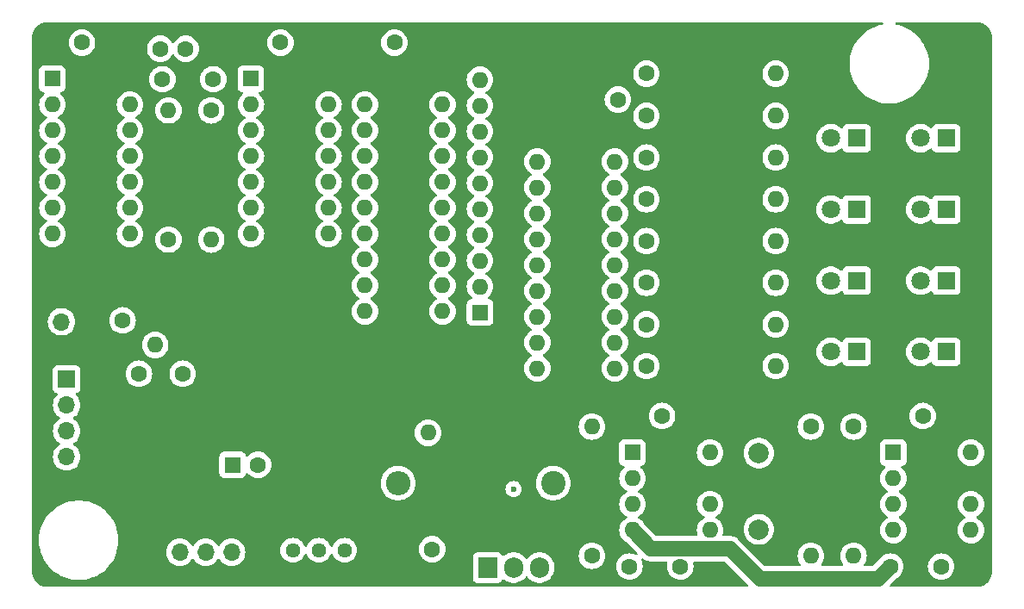
<source format=gbr>
%TF.GenerationSoftware,KiCad,Pcbnew,8.0.3*%
%TF.CreationDate,2024-12-27T16:28:35-08:00*%
%TF.ProjectId,enph259-servo,656e7068-3235-4392-9d73-6572766f2e6b,1*%
%TF.SameCoordinates,Original*%
%TF.FileFunction,Copper,L3,Inr*%
%TF.FilePolarity,Positive*%
%FSLAX46Y46*%
G04 Gerber Fmt 4.6, Leading zero omitted, Abs format (unit mm)*
G04 Created by KiCad (PCBNEW 8.0.3) date 2024-12-27 16:28:35*
%MOMM*%
%LPD*%
G01*
G04 APERTURE LIST*
%TA.AperFunction,ComponentPad*%
%ADD10C,2.000000*%
%TD*%
%TA.AperFunction,ComponentPad*%
%ADD11R,1.905000X2.000000*%
%TD*%
%TA.AperFunction,ComponentPad*%
%ADD12O,1.905000X2.000000*%
%TD*%
%TA.AperFunction,ComponentPad*%
%ADD13R,1.600000X1.600000*%
%TD*%
%TA.AperFunction,ComponentPad*%
%ADD14C,1.600000*%
%TD*%
%TA.AperFunction,ComponentPad*%
%ADD15C,1.440000*%
%TD*%
%TA.AperFunction,ComponentPad*%
%ADD16O,1.600000X1.600000*%
%TD*%
%TA.AperFunction,ComponentPad*%
%ADD17R,1.800000X1.800000*%
%TD*%
%TA.AperFunction,ComponentPad*%
%ADD18C,1.800000*%
%TD*%
%TA.AperFunction,ComponentPad*%
%ADD19R,1.700000X1.700000*%
%TD*%
%TA.AperFunction,ComponentPad*%
%ADD20O,1.700000X1.700000*%
%TD*%
%TA.AperFunction,ComponentPad*%
%ADD21C,2.400000*%
%TD*%
%TA.AperFunction,ComponentPad*%
%ADD22O,2.400000X2.400000*%
%TD*%
%TA.AperFunction,ViaPad*%
%ADD23C,0.600000*%
%TD*%
%TA.AperFunction,Conductor*%
%ADD24C,1.500000*%
%TD*%
G04 APERTURE END LIST*
D10*
%TO.N,Net-(C7-Pad1)*%
%TO.C,C7*%
X125100000Y-81745000D03*
%TO.N,Net-(C7-Pad2)*%
X125100000Y-74245000D03*
%TD*%
D11*
%TO.N,BJT control*%
%TO.C,Q1*%
X98460000Y-85500000D03*
D12*
%TO.N,Net-(D9-A)*%
X101000000Y-85500000D03*
%TO.N,Net-(Q1-E)*%
X103540000Y-85500000D03*
%TD*%
D13*
%TO.N,+5V*%
%TO.C,C11*%
X90500000Y-83700000D03*
D14*
%TO.N,GND*%
X93000000Y-83700000D03*
%TD*%
D15*
%TO.N,GND*%
%TO.C,RV1*%
X84400000Y-83800000D03*
%TO.N,Setpoint*%
X81860000Y-83800000D03*
%TO.N,Net-(R14-Pad2)*%
X79320000Y-83800000D03*
%TD*%
D14*
%TO.N,+5V*%
%TO.C,C5*%
X120580000Y-70600000D03*
%TO.N,GND*%
X115580000Y-70600000D03*
%TD*%
D13*
%TO.N,+5V*%
%TO.C,U4*%
X103330000Y-43060000D03*
D16*
%TO.N,Net-(U3-Q0)*%
X103330000Y-45600000D03*
%TO.N,Net-(U3-Q1)*%
X103330000Y-48140000D03*
%TO.N,Net-(U3-Q2)*%
X103330000Y-50680000D03*
%TO.N,Net-(U3-Q3)*%
X103330000Y-53220000D03*
%TO.N,Net-(U3-Q7)*%
X103330000Y-55760000D03*
%TO.N,Net-(U3-Q6)*%
X103330000Y-58300000D03*
%TO.N,Net-(U3-Q5)*%
X103330000Y-60840000D03*
%TO.N,Net-(U3-Q4)*%
X103330000Y-63380000D03*
%TO.N,GND*%
X103330000Y-65920000D03*
%TO.N,Net-(U4-B7)*%
X110950000Y-65920000D03*
%TO.N,Net-(U4-B6)*%
X110950000Y-63380000D03*
%TO.N,Net-(U4-B5)*%
X110950000Y-60840000D03*
%TO.N,Net-(U4-B4)*%
X110950000Y-58300000D03*
%TO.N,Net-(U4-B3)*%
X110950000Y-55760000D03*
%TO.N,Net-(U4-B2)*%
X110950000Y-53220000D03*
%TO.N,Net-(U4-B1)*%
X110950000Y-50680000D03*
%TO.N,Net-(U4-B0)*%
X110950000Y-48140000D03*
%TO.N,GND*%
X110950000Y-45600000D03*
%TO.N,+5V*%
X110950000Y-43060000D03*
%TD*%
D14*
%TO.N,Net-(R1-Pad1)*%
%TO.C,R1*%
X67100000Y-53260000D03*
D16*
%TO.N,Net-(C1-Pad1)*%
X67100000Y-40560000D03*
%TD*%
D14*
%TO.N,+5V*%
%TO.C,R14*%
X105300000Y-72250000D03*
D16*
%TO.N,Net-(R14-Pad2)*%
X92600000Y-72250000D03*
%TD*%
D13*
%TO.N,GND*%
%TO.C,C12*%
X73400000Y-75400000D03*
D14*
%TO.N,-5V*%
X75900000Y-75400000D03*
%TD*%
D17*
%TO.N,GND*%
%TO.C,D6*%
X134690000Y-50300000D03*
D18*
%TO.N,Net-(D6-A)*%
X132150000Y-50300000D03*
%TD*%
D14*
%TO.N,-5V*%
%TO.C,C3*%
X138000000Y-85400000D03*
%TO.N,GND*%
X143000000Y-85400000D03*
%TD*%
%TO.N,Net-(U4-B2)*%
%TO.C,R6*%
X114050000Y-45200000D03*
D16*
%TO.N,Net-(D3-A)*%
X126750000Y-45200000D03*
%TD*%
D14*
%TO.N,Net-(U4-B6)*%
%TO.C,R10*%
X114050000Y-61600000D03*
D16*
%TO.N,Net-(D7-A)*%
X126750000Y-61600000D03*
%TD*%
D13*
%TO.N,unconnected-(U6-NULL-Pad1)*%
%TO.C,U6*%
X112680000Y-74200000D03*
D16*
%TO.N,Net-(U6--)*%
X112680000Y-76740000D03*
%TO.N,Setpoint*%
X112680000Y-79280000D03*
%TO.N,-5V*%
X112680000Y-81820000D03*
%TO.N,unconnected-(U6-NULL-Pad5)*%
X120300000Y-81820000D03*
%TO.N,Net-(C7-Pad2)*%
X120300000Y-79280000D03*
%TO.N,+5V*%
X120300000Y-76740000D03*
%TO.N,unconnected-(U6-NC-Pad8)*%
X120300000Y-74200000D03*
%TD*%
D14*
%TO.N,Net-(Q2-Pad3)*%
%TO.C,R18*%
X64200000Y-66450000D03*
D16*
%TO.N,+5V*%
X64200000Y-79150000D03*
%TD*%
D17*
%TO.N,GND*%
%TO.C,D4*%
X143490000Y-64300000D03*
D18*
%TO.N,Net-(D4-A)*%
X140950000Y-64300000D03*
%TD*%
D14*
%TO.N,Net-(U6--)*%
%TO.C,R13*%
X130200000Y-71650000D03*
D16*
%TO.N,Net-(C7-Pad1)*%
X130200000Y-84350000D03*
%TD*%
D14*
%TO.N,GND*%
%TO.C,R2*%
X71300000Y-40560000D03*
D16*
%TO.N,Net-(C2-Pad2)*%
X71300000Y-53260000D03*
%TD*%
D14*
%TO.N,Net-(U5--)*%
%TO.C,R12*%
X134400000Y-71650000D03*
D16*
%TO.N,Net-(U6--)*%
X134400000Y-84350000D03*
%TD*%
D14*
%TO.N,Net-(U4-B4)*%
%TO.C,R8*%
X114050000Y-53400000D03*
D16*
%TO.N,Net-(D5-A)*%
X126750000Y-53400000D03*
%TD*%
D14*
%TO.N,Net-(U4-B3)*%
%TO.C,R7*%
X114050000Y-49300000D03*
D16*
%TO.N,Net-(D4-A)*%
X126750000Y-49300000D03*
%TD*%
D14*
%TO.N,Net-(Q2-Pad1)*%
%TO.C,R17*%
X68500000Y-66450000D03*
D16*
%TO.N,+5V*%
X68500000Y-79150000D03*
%TD*%
D13*
%TO.N,Clock*%
%TO.C,U2*%
X75200000Y-37460000D03*
D16*
%TO.N,Reset*%
X75200000Y-40000000D03*
%TO.N,Net-(U2A-Q0)*%
X75200000Y-42540000D03*
%TO.N,Net-(U2A-Q1)*%
X75200000Y-45080000D03*
%TO.N,Net-(U2A-Q2)*%
X75200000Y-47620000D03*
%TO.N,Net-(U2A-Q3)*%
X75200000Y-50160000D03*
%TO.N,GND*%
X75200000Y-52700000D03*
%TO.N,Net-(U2B-Q3)*%
X82820000Y-52700000D03*
%TO.N,Net-(U2B-Q2)*%
X82820000Y-50160000D03*
%TO.N,Net-(U2B-Q1)*%
X82820000Y-47620000D03*
%TO.N,Net-(U2B-Q0)*%
X82820000Y-45080000D03*
%TO.N,Reset*%
X82820000Y-42540000D03*
%TO.N,Net-(U2A-Q3)*%
X82820000Y-40000000D03*
%TO.N,+5V*%
X82820000Y-37460000D03*
%TD*%
D14*
%TO.N,+5V*%
%TO.C,C8*%
X94300000Y-33900000D03*
%TO.N,GND*%
X89300000Y-33900000D03*
%TD*%
D19*
%TO.N,+5V*%
%TO.C,M1*%
X56600000Y-58800000D03*
D20*
%TO.N,Net-(D9-A)*%
X56600000Y-61340000D03*
%TD*%
D17*
%TO.N,GND*%
%TO.C,D1*%
X143490000Y-43300000D03*
D18*
%TO.N,Net-(D1-A)*%
X140950000Y-43300000D03*
%TD*%
D14*
%TO.N,Net-(U4-B1)*%
%TO.C,R5*%
X114050000Y-41100000D03*
D16*
%TO.N,Net-(D2-A)*%
X126750000Y-41100000D03*
%TD*%
D13*
%TO.N,Analog out*%
%TO.C,R3*%
X97700000Y-60410000D03*
D16*
%TO.N,Net-(U3-Q4)*%
X97700000Y-57870000D03*
%TO.N,Net-(U3-Q5)*%
X97700000Y-55330000D03*
%TO.N,Net-(U3-Q6)*%
X97700000Y-52790000D03*
%TO.N,Net-(U3-Q7)*%
X97700000Y-50250000D03*
%TO.N,Net-(U3-Q3)*%
X97700000Y-47710000D03*
%TO.N,Net-(U3-Q2)*%
X97700000Y-45170000D03*
%TO.N,Net-(U3-Q1)*%
X97700000Y-42630000D03*
%TO.N,Net-(U3-Q0)*%
X97700000Y-40090000D03*
%TO.N,GND*%
X97700000Y-37550000D03*
%TD*%
D14*
%TO.N,+5V*%
%TO.C,C10*%
X63600000Y-33900000D03*
%TO.N,GND*%
X58600000Y-33900000D03*
%TD*%
D13*
%TO.N,5 Hz*%
%TO.C,U1*%
X55700000Y-37460000D03*
D16*
%TO.N,Net-(R1-Pad1)*%
X55700000Y-40000000D03*
X55700000Y-42540000D03*
%TO.N,Latch*%
X55700000Y-45080000D03*
%TO.N,Net-(Q2-Pad3)*%
X55700000Y-47620000D03*
%TO.N,Clock*%
X55700000Y-50160000D03*
%TO.N,GND*%
X55700000Y-52700000D03*
%TO.N,Reset*%
X63320000Y-52700000D03*
%TO.N,Net-(U1-Pad10)*%
X63320000Y-50160000D03*
X63320000Y-47620000D03*
%TO.N,Net-(C2-Pad2)*%
X63320000Y-45080000D03*
%TO.N,Net-(C2-Pad1)*%
X63320000Y-42540000D03*
%TO.N,Net-(C1-Pad1)*%
X63320000Y-40000000D03*
%TO.N,+5V*%
X63320000Y-37460000D03*
%TD*%
D19*
%TO.N,+5V*%
%TO.C,J1*%
X65680000Y-84000000D03*
D20*
%TO.N,GND*%
X68220000Y-84000000D03*
%TO.N,-5V*%
X70760000Y-84000000D03*
%TO.N,5 Hz*%
X73300000Y-84000000D03*
%TD*%
D14*
%TO.N,+5V*%
%TO.C,C4*%
X146200000Y-70600000D03*
%TO.N,GND*%
X141200000Y-70600000D03*
%TD*%
%TO.N,Net-(C7-Pad2)*%
%TO.C,R15*%
X108700000Y-84350000D03*
D16*
%TO.N,BJT control*%
X108700000Y-71650000D03*
%TD*%
D13*
%TO.N,+5V*%
%TO.C,D9*%
X65800000Y-55990000D03*
D16*
%TO.N,Net-(D9-A)*%
X65800000Y-63610000D03*
%TD*%
D14*
%TO.N,+5V*%
%TO.C,C9*%
X83100000Y-33900000D03*
%TO.N,GND*%
X78100000Y-33900000D03*
%TD*%
%TO.N,Net-(C2-Pad1)*%
%TO.C,C2*%
X66300000Y-34500000D03*
%TO.N,Net-(C2-Pad2)*%
X68800000Y-34500000D03*
%TD*%
D17*
%TO.N,GND*%
%TO.C,D8*%
X134690000Y-64300000D03*
D18*
%TO.N,Net-(D8-A)*%
X132150000Y-64300000D03*
%TD*%
D21*
%TO.N,Net-(Q1-E)*%
%TO.C,R16*%
X104900000Y-77200000D03*
D22*
%TO.N,-5V*%
X89660000Y-77200000D03*
%TD*%
D14*
%TO.N,GND*%
%TO.C,C14*%
X111250000Y-39500000D03*
%TO.N,+5V*%
X106250000Y-39500000D03*
%TD*%
D17*
%TO.N,GND*%
%TO.C,D3*%
X143490000Y-57300000D03*
D18*
%TO.N,Net-(D3-A)*%
X140950000Y-57300000D03*
%TD*%
D17*
%TO.N,GND*%
%TO.C,D7*%
X134690000Y-57300000D03*
D18*
%TO.N,Net-(D7-A)*%
X132150000Y-57300000D03*
%TD*%
D17*
%TO.N,GND*%
%TO.C,D2*%
X143490000Y-50300000D03*
D18*
%TO.N,Net-(D2-A)*%
X140950000Y-50300000D03*
%TD*%
D14*
%TO.N,Net-(U4-B7)*%
%TO.C,R11*%
X114050000Y-65700000D03*
D16*
%TO.N,Net-(D8-A)*%
X126750000Y-65700000D03*
%TD*%
D14*
%TO.N,Net-(C1-Pad1)*%
%TO.C,C1*%
X66500000Y-37500000D03*
%TO.N,GND*%
X71500000Y-37500000D03*
%TD*%
%TO.N,Net-(U4-B0)*%
%TO.C,R4*%
X114050000Y-36950000D03*
D16*
%TO.N,Net-(D1-A)*%
X126750000Y-36950000D03*
%TD*%
D13*
%TO.N,unconnected-(U5-NULL-Pad1)*%
%TO.C,U5*%
X138300000Y-74200000D03*
D16*
%TO.N,Net-(U5--)*%
X138300000Y-76740000D03*
%TO.N,Analog out*%
X138300000Y-79280000D03*
%TO.N,-5V*%
X138300000Y-81820000D03*
%TO.N,unconnected-(U5-NULL-Pad5)*%
X145920000Y-81820000D03*
%TO.N,Net-(U5--)*%
X145920000Y-79280000D03*
%TO.N,+5V*%
X145920000Y-76740000D03*
%TO.N,unconnected-(U5-NC-Pad8)*%
X145920000Y-74200000D03*
%TD*%
D14*
%TO.N,-5V*%
%TO.C,C6*%
X112380000Y-85400000D03*
%TO.N,GND*%
X117380000Y-85400000D03*
%TD*%
%TO.N,Net-(D9-A)*%
%TO.C,C13*%
X62600000Y-61200000D03*
%TO.N,+5V*%
X62600000Y-56200000D03*
%TD*%
%TO.N,Net-(U4-B5)*%
%TO.C,R9*%
X114050000Y-57500000D03*
D16*
%TO.N,Net-(D6-A)*%
X126750000Y-57500000D03*
%TD*%
D17*
%TO.N,GND*%
%TO.C,D5*%
X134690000Y-43300000D03*
D18*
%TO.N,Net-(D5-A)*%
X132150000Y-43300000D03*
%TD*%
D13*
%TO.N,+5V*%
%TO.C,U3*%
X86400000Y-37460000D03*
D16*
%TO.N,Net-(U3-Q0)*%
X86400000Y-40000000D03*
%TO.N,Net-(U2A-Q0)*%
X86400000Y-42540000D03*
%TO.N,Net-(U2A-Q1)*%
X86400000Y-45080000D03*
%TO.N,Net-(U3-Q1)*%
X86400000Y-47620000D03*
%TO.N,Net-(U3-Q2)*%
X86400000Y-50160000D03*
%TO.N,Net-(U2A-Q2)*%
X86400000Y-52700000D03*
%TO.N,Net-(U2A-Q3)*%
X86400000Y-55240000D03*
%TO.N,Net-(U3-Q3)*%
X86400000Y-57780000D03*
%TO.N,GND*%
X86400000Y-60320000D03*
%TO.N,Latch*%
X94020000Y-60320000D03*
%TO.N,Net-(U3-Q4)*%
X94020000Y-57780000D03*
%TO.N,Net-(U2B-Q3)*%
X94020000Y-55240000D03*
%TO.N,Net-(U2B-Q2)*%
X94020000Y-52700000D03*
%TO.N,Net-(U3-Q5)*%
X94020000Y-50160000D03*
%TO.N,Net-(U3-Q6)*%
X94020000Y-47620000D03*
%TO.N,Net-(U2B-Q1)*%
X94020000Y-45080000D03*
%TO.N,Net-(U2B-Q0)*%
X94020000Y-42540000D03*
%TO.N,Net-(U3-Q7)*%
X94020000Y-40000000D03*
%TO.N,+5V*%
X94020000Y-37460000D03*
%TD*%
D19*
%TO.N,Net-(Q2-Pad1)*%
%TO.C,Q2*%
X57100000Y-67000000D03*
D20*
%TO.N,GND*%
X57100000Y-69540000D03*
%TO.N,Net-(Q2-Pad3)*%
X57100000Y-72080000D03*
%TO.N,GND*%
X57100000Y-74620000D03*
%TD*%
D23*
%TO.N,Net-(D9-A)*%
X101000000Y-77800000D03*
%TD*%
D24*
%TO.N,-5V*%
X125200000Y-86600000D02*
X136800000Y-86600000D01*
X122250000Y-83650000D02*
X125200000Y-86600000D01*
X112680000Y-81820000D02*
X114510000Y-83650000D01*
X136800000Y-86600000D02*
X138000000Y-85400000D01*
X114510000Y-83650000D02*
X122250000Y-83650000D01*
%TD*%
%TA.AperFunction,Conductor*%
%TO.N,+5V*%
G36*
X137250183Y-31920185D02*
G01*
X137295938Y-31972989D01*
X137305882Y-32042147D01*
X137276857Y-32105703D01*
X137218079Y-32143477D01*
X137208114Y-32145959D01*
X136938620Y-32201341D01*
X136921068Y-32204949D01*
X136921062Y-32204950D01*
X136543610Y-32323377D01*
X136543589Y-32323385D01*
X136180035Y-32479398D01*
X135834128Y-32671392D01*
X135834123Y-32671395D01*
X135509409Y-32897402D01*
X135209231Y-33155097D01*
X134936655Y-33441847D01*
X134694501Y-33754686D01*
X134485227Y-34090433D01*
X134311001Y-34445615D01*
X134310995Y-34445630D01*
X134173599Y-34816610D01*
X134074432Y-35199616D01*
X134014524Y-35590672D01*
X133994487Y-35985786D01*
X134014524Y-36380899D01*
X134074432Y-36771955D01*
X134074433Y-36771960D01*
X134106877Y-36897265D01*
X134173599Y-37154961D01*
X134310995Y-37525941D01*
X134311001Y-37525956D01*
X134485227Y-37881138D01*
X134528179Y-37950047D01*
X134694498Y-38216881D01*
X134694500Y-38216884D01*
X134694501Y-38216885D01*
X134915454Y-38502335D01*
X134936660Y-38529730D01*
X135179914Y-38785633D01*
X135209231Y-38816474D01*
X135509409Y-39074169D01*
X135509412Y-39074171D01*
X135834124Y-39300177D01*
X136180035Y-39492173D01*
X136543595Y-39648189D01*
X136543605Y-39648192D01*
X136543610Y-39648194D01*
X136921062Y-39766621D01*
X136921065Y-39766621D01*
X136921073Y-39766624D01*
X137308597Y-39846262D01*
X137623470Y-39878281D01*
X137702188Y-39886286D01*
X137702189Y-39886286D01*
X138097812Y-39886286D01*
X138163409Y-39879615D01*
X138491403Y-39846262D01*
X138878927Y-39766624D01*
X139256405Y-39648189D01*
X139619965Y-39492173D01*
X139965876Y-39300177D01*
X140290588Y-39074171D01*
X140590769Y-38816474D01*
X140863340Y-38529730D01*
X141105502Y-38216881D01*
X141314772Y-37881139D01*
X141489002Y-37525948D01*
X141626403Y-37154953D01*
X141725567Y-36771960D01*
X141785475Y-36380900D01*
X141805513Y-35985786D01*
X141785475Y-35590672D01*
X141725567Y-35199612D01*
X141626403Y-34816619D01*
X141597708Y-34739141D01*
X141509141Y-34500001D01*
X141489002Y-34445624D01*
X141440377Y-34346496D01*
X141314772Y-34090433D01*
X141205314Y-33914825D01*
X141105502Y-33754691D01*
X140888809Y-33474745D01*
X140863344Y-33441847D01*
X140863343Y-33441846D01*
X140863340Y-33441842D01*
X140590769Y-33155098D01*
X140561925Y-33130336D01*
X140290590Y-32897402D01*
X139965876Y-32671395D01*
X139965871Y-32671392D01*
X139619964Y-32479398D01*
X139256410Y-32323385D01*
X139256389Y-32323377D01*
X138878937Y-32204950D01*
X138878931Y-32204949D01*
X138878928Y-32204948D01*
X138878927Y-32204948D01*
X138591893Y-32145961D01*
X138530190Y-32113185D01*
X138496001Y-32052252D01*
X138500183Y-31982507D01*
X138541407Y-31926095D01*
X138606586Y-31900926D01*
X138616856Y-31900500D01*
X146434108Y-31900500D01*
X146495572Y-31900500D01*
X146504418Y-31900816D01*
X146704561Y-31915130D01*
X146722063Y-31917647D01*
X146913797Y-31959355D01*
X146930755Y-31964334D01*
X147114609Y-32032909D01*
X147130701Y-32040259D01*
X147302904Y-32134288D01*
X147317784Y-32143849D01*
X147399403Y-32204949D01*
X147474867Y-32261441D01*
X147488237Y-32273027D01*
X147626972Y-32411762D01*
X147638558Y-32425132D01*
X147756146Y-32582210D01*
X147765711Y-32597095D01*
X147859740Y-32769298D01*
X147867090Y-32785390D01*
X147935662Y-32969236D01*
X147940646Y-32986212D01*
X147982351Y-33177931D01*
X147984869Y-33195442D01*
X147999184Y-33395580D01*
X147999500Y-33404427D01*
X147999500Y-85895572D01*
X147999184Y-85904419D01*
X147984869Y-86104557D01*
X147982351Y-86122068D01*
X147940646Y-86313787D01*
X147935662Y-86330763D01*
X147867090Y-86514609D01*
X147859740Y-86530701D01*
X147765711Y-86702904D01*
X147756146Y-86717789D01*
X147638558Y-86874867D01*
X147626972Y-86888237D01*
X147488237Y-87026972D01*
X147474867Y-87038558D01*
X147317789Y-87156146D01*
X147302904Y-87165711D01*
X147130701Y-87259740D01*
X147114609Y-87267090D01*
X146930763Y-87335662D01*
X146913787Y-87340646D01*
X146722068Y-87382351D01*
X146704557Y-87384869D01*
X146523779Y-87397799D01*
X146504417Y-87399184D01*
X146495572Y-87399500D01*
X138068336Y-87399500D01*
X138001297Y-87379815D01*
X137955542Y-87327011D01*
X137945598Y-87257853D01*
X137974623Y-87194297D01*
X137980655Y-87187819D01*
X138135228Y-87033246D01*
X138609490Y-86558982D01*
X138644762Y-86534285D01*
X138652734Y-86530568D01*
X138839139Y-86400047D01*
X139000047Y-86239139D01*
X139130568Y-86052734D01*
X139226739Y-85846496D01*
X139285635Y-85626692D01*
X139305468Y-85400000D01*
X139305468Y-85399998D01*
X141694532Y-85399998D01*
X141694532Y-85400001D01*
X141714364Y-85626686D01*
X141714366Y-85626697D01*
X141773258Y-85846488D01*
X141773261Y-85846497D01*
X141869431Y-86052732D01*
X141869432Y-86052734D01*
X141999954Y-86239141D01*
X142160858Y-86400045D01*
X142207693Y-86432839D01*
X142347266Y-86530568D01*
X142553504Y-86626739D01*
X142553509Y-86626740D01*
X142553511Y-86626741D01*
X142606415Y-86640916D01*
X142773308Y-86685635D01*
X142935230Y-86699801D01*
X142999998Y-86705468D01*
X143000000Y-86705468D01*
X143000002Y-86705468D01*
X143056673Y-86700509D01*
X143226692Y-86685635D01*
X143446496Y-86626739D01*
X143652734Y-86530568D01*
X143839139Y-86400047D01*
X144000047Y-86239139D01*
X144130568Y-86052734D01*
X144226739Y-85846496D01*
X144285635Y-85626692D01*
X144305468Y-85400000D01*
X144301097Y-85350045D01*
X144287020Y-85189139D01*
X144285635Y-85173308D01*
X144226739Y-84953504D01*
X144130568Y-84747266D01*
X144000047Y-84560861D01*
X144000045Y-84560858D01*
X143839141Y-84399954D01*
X143652734Y-84269432D01*
X143652732Y-84269431D01*
X143446497Y-84173261D01*
X143446488Y-84173258D01*
X143226697Y-84114366D01*
X143226693Y-84114365D01*
X143226692Y-84114365D01*
X143226691Y-84114364D01*
X143226686Y-84114364D01*
X143000002Y-84094532D01*
X142999998Y-84094532D01*
X142773313Y-84114364D01*
X142773302Y-84114366D01*
X142553511Y-84173258D01*
X142553502Y-84173261D01*
X142347267Y-84269431D01*
X142347265Y-84269432D01*
X142160858Y-84399954D01*
X141999954Y-84560858D01*
X141869432Y-84747265D01*
X141869431Y-84747267D01*
X141773261Y-84953502D01*
X141773258Y-84953511D01*
X141714366Y-85173302D01*
X141714364Y-85173313D01*
X141694532Y-85399998D01*
X139305468Y-85399998D01*
X139301097Y-85350045D01*
X139287020Y-85189139D01*
X139285635Y-85173308D01*
X139226739Y-84953504D01*
X139130568Y-84747266D01*
X139000047Y-84560861D01*
X139000045Y-84560858D01*
X138839141Y-84399954D01*
X138652734Y-84269432D01*
X138652732Y-84269431D01*
X138446497Y-84173261D01*
X138446488Y-84173258D01*
X138226697Y-84114366D01*
X138226693Y-84114365D01*
X138226692Y-84114365D01*
X138226691Y-84114364D01*
X138226686Y-84114364D01*
X138000002Y-84094532D01*
X137999998Y-84094532D01*
X137773313Y-84114364D01*
X137773302Y-84114366D01*
X137553511Y-84173258D01*
X137553502Y-84173261D01*
X137347267Y-84269431D01*
X137347265Y-84269432D01*
X137160858Y-84399954D01*
X136999954Y-84560858D01*
X136869432Y-84747264D01*
X136865712Y-84755242D01*
X136841015Y-84790509D01*
X136318345Y-85313181D01*
X136257022Y-85346666D01*
X136230664Y-85349500D01*
X135525963Y-85349500D01*
X135458924Y-85329815D01*
X135413169Y-85277011D01*
X135403225Y-85207853D01*
X135424388Y-85154377D01*
X135464484Y-85097112D01*
X135530568Y-85002734D01*
X135626739Y-84796496D01*
X135685635Y-84576692D01*
X135704068Y-84366005D01*
X135705468Y-84350001D01*
X135705468Y-84349998D01*
X135694010Y-84219031D01*
X135685635Y-84123308D01*
X135626739Y-83903504D01*
X135530568Y-83697266D01*
X135400047Y-83510861D01*
X135400045Y-83510858D01*
X135239141Y-83349954D01*
X135052734Y-83219432D01*
X135052732Y-83219431D01*
X134846497Y-83123261D01*
X134846488Y-83123258D01*
X134626697Y-83064366D01*
X134626693Y-83064365D01*
X134626692Y-83064365D01*
X134626691Y-83064364D01*
X134626686Y-83064364D01*
X134400002Y-83044532D01*
X134399998Y-83044532D01*
X134173313Y-83064364D01*
X134173302Y-83064366D01*
X133953511Y-83123258D01*
X133953502Y-83123261D01*
X133747267Y-83219431D01*
X133747265Y-83219432D01*
X133560858Y-83349954D01*
X133399954Y-83510858D01*
X133269432Y-83697265D01*
X133269431Y-83697267D01*
X133173261Y-83903502D01*
X133173258Y-83903511D01*
X133114366Y-84123302D01*
X133114364Y-84123313D01*
X133094532Y-84349998D01*
X133094532Y-84350001D01*
X133114364Y-84576686D01*
X133114366Y-84576697D01*
X133173258Y-84796488D01*
X133173261Y-84796497D01*
X133269431Y-85002732D01*
X133269432Y-85002734D01*
X133375612Y-85154377D01*
X133397940Y-85220584D01*
X133380928Y-85288351D01*
X133329980Y-85336163D01*
X133274037Y-85349500D01*
X131325963Y-85349500D01*
X131258924Y-85329815D01*
X131213169Y-85277011D01*
X131203225Y-85207853D01*
X131224388Y-85154377D01*
X131264484Y-85097112D01*
X131330568Y-85002734D01*
X131426739Y-84796496D01*
X131485635Y-84576692D01*
X131504068Y-84366005D01*
X131505468Y-84350001D01*
X131505468Y-84349998D01*
X131494010Y-84219031D01*
X131485635Y-84123308D01*
X131426739Y-83903504D01*
X131330568Y-83697266D01*
X131200047Y-83510861D01*
X131200045Y-83510858D01*
X131039141Y-83349954D01*
X130852734Y-83219432D01*
X130852732Y-83219431D01*
X130646497Y-83123261D01*
X130646488Y-83123258D01*
X130426697Y-83064366D01*
X130426693Y-83064365D01*
X130426692Y-83064365D01*
X130426691Y-83064364D01*
X130426686Y-83064364D01*
X130200002Y-83044532D01*
X130199998Y-83044532D01*
X129973313Y-83064364D01*
X129973302Y-83064366D01*
X129753511Y-83123258D01*
X129753502Y-83123261D01*
X129547267Y-83219431D01*
X129547265Y-83219432D01*
X129360858Y-83349954D01*
X129199954Y-83510858D01*
X129069432Y-83697265D01*
X129069431Y-83697267D01*
X128973261Y-83903502D01*
X128973258Y-83903511D01*
X128914366Y-84123302D01*
X128914364Y-84123313D01*
X128894532Y-84349998D01*
X128894532Y-84350001D01*
X128914364Y-84576686D01*
X128914366Y-84576697D01*
X128973258Y-84796488D01*
X128973261Y-84796497D01*
X129069431Y-85002732D01*
X129069432Y-85002734D01*
X129175612Y-85154377D01*
X129197940Y-85220584D01*
X129180928Y-85288351D01*
X129129980Y-85336163D01*
X129074037Y-85349500D01*
X125769336Y-85349500D01*
X125702297Y-85329815D01*
X125681655Y-85313181D01*
X123064648Y-82696174D01*
X123064646Y-82696172D01*
X122905405Y-82580476D01*
X122883728Y-82569431D01*
X122730030Y-82491117D01*
X122542826Y-82430290D01*
X122348422Y-82399500D01*
X122348417Y-82399500D01*
X121652701Y-82399500D01*
X121585662Y-82379815D01*
X121539907Y-82327011D01*
X121529963Y-82257853D01*
X121532926Y-82243407D01*
X121559148Y-82145543D01*
X121585635Y-82046692D01*
X121605468Y-81820000D01*
X121598906Y-81744994D01*
X123594357Y-81744994D01*
X123594357Y-81745005D01*
X123614890Y-81992812D01*
X123614892Y-81992824D01*
X123675936Y-82233881D01*
X123775826Y-82461606D01*
X123911833Y-82669782D01*
X123944245Y-82704991D01*
X124080256Y-82852738D01*
X124276491Y-83005474D01*
X124276493Y-83005475D01*
X124461568Y-83105633D01*
X124495190Y-83123828D01*
X124730386Y-83204571D01*
X124975665Y-83245500D01*
X125224335Y-83245500D01*
X125469614Y-83204571D01*
X125704810Y-83123828D01*
X125923509Y-83005474D01*
X126119744Y-82852738D01*
X126288164Y-82669785D01*
X126424173Y-82461607D01*
X126524063Y-82233881D01*
X126585108Y-81992821D01*
X126599219Y-81822527D01*
X126605643Y-81745005D01*
X126605643Y-81744994D01*
X126585109Y-81497187D01*
X126585107Y-81497175D01*
X126524063Y-81256118D01*
X126424173Y-81028393D01*
X126288166Y-80820217D01*
X126266557Y-80796744D01*
X126119744Y-80637262D01*
X125923509Y-80484526D01*
X125923507Y-80484525D01*
X125923506Y-80484524D01*
X125704811Y-80366172D01*
X125704802Y-80366169D01*
X125469616Y-80285429D01*
X125224335Y-80244500D01*
X124975665Y-80244500D01*
X124730383Y-80285429D01*
X124495197Y-80366169D01*
X124495188Y-80366172D01*
X124276493Y-80484524D01*
X124080257Y-80637261D01*
X123911833Y-80820217D01*
X123775826Y-81028393D01*
X123675936Y-81256118D01*
X123614892Y-81497175D01*
X123614890Y-81497187D01*
X123594357Y-81744994D01*
X121598906Y-81744994D01*
X121585635Y-81593308D01*
X121526739Y-81373504D01*
X121430568Y-81167266D01*
X121300047Y-80980861D01*
X121300045Y-80980858D01*
X121139141Y-80819954D01*
X120952734Y-80689432D01*
X120952728Y-80689429D01*
X120894725Y-80662382D01*
X120842285Y-80616210D01*
X120823133Y-80549017D01*
X120843348Y-80482135D01*
X120894725Y-80437618D01*
X120952734Y-80410568D01*
X121139139Y-80280047D01*
X121300047Y-80119139D01*
X121430568Y-79932734D01*
X121526739Y-79726496D01*
X121585635Y-79506692D01*
X121605468Y-79280000D01*
X121585635Y-79053308D01*
X121526739Y-78833504D01*
X121430568Y-78627266D01*
X121300047Y-78440861D01*
X121300045Y-78440858D01*
X121139141Y-78279954D01*
X120952734Y-78149432D01*
X120952732Y-78149431D01*
X120746497Y-78053261D01*
X120746488Y-78053258D01*
X120526697Y-77994366D01*
X120526693Y-77994365D01*
X120526692Y-77994365D01*
X120526691Y-77994364D01*
X120526686Y-77994364D01*
X120300002Y-77974532D01*
X120299998Y-77974532D01*
X120073313Y-77994364D01*
X120073302Y-77994366D01*
X119853511Y-78053258D01*
X119853502Y-78053261D01*
X119647267Y-78149431D01*
X119647265Y-78149432D01*
X119460858Y-78279954D01*
X119299954Y-78440858D01*
X119169432Y-78627265D01*
X119169431Y-78627267D01*
X119073261Y-78833502D01*
X119073258Y-78833511D01*
X119014366Y-79053302D01*
X119014364Y-79053313D01*
X118994532Y-79279998D01*
X118994532Y-79280001D01*
X119014364Y-79506686D01*
X119014366Y-79506697D01*
X119073258Y-79726488D01*
X119073261Y-79726497D01*
X119169431Y-79932732D01*
X119169432Y-79932734D01*
X119299954Y-80119141D01*
X119460858Y-80280045D01*
X119460861Y-80280047D01*
X119647266Y-80410568D01*
X119705275Y-80437618D01*
X119757714Y-80483791D01*
X119776866Y-80550984D01*
X119756650Y-80617865D01*
X119705275Y-80662382D01*
X119647267Y-80689431D01*
X119647265Y-80689432D01*
X119460858Y-80819954D01*
X119299954Y-80980858D01*
X119169432Y-81167265D01*
X119169431Y-81167267D01*
X119073261Y-81373502D01*
X119073258Y-81373511D01*
X119014366Y-81593302D01*
X119014364Y-81593313D01*
X118994532Y-81819998D01*
X118994532Y-81820001D01*
X119014364Y-82046686D01*
X119014366Y-82046697D01*
X119067074Y-82243407D01*
X119065411Y-82313257D01*
X119026248Y-82371119D01*
X118962020Y-82398623D01*
X118947299Y-82399500D01*
X115079336Y-82399500D01*
X115012297Y-82379815D01*
X114991655Y-82363181D01*
X113838985Y-81210511D01*
X113814283Y-81175233D01*
X113810568Y-81167267D01*
X113810568Y-81167266D01*
X113810566Y-81167264D01*
X113810566Y-81167262D01*
X113680045Y-80980858D01*
X113519141Y-80819954D01*
X113332734Y-80689432D01*
X113332728Y-80689429D01*
X113274725Y-80662382D01*
X113222285Y-80616210D01*
X113203133Y-80549017D01*
X113223348Y-80482135D01*
X113274725Y-80437618D01*
X113332734Y-80410568D01*
X113519139Y-80280047D01*
X113680047Y-80119139D01*
X113810568Y-79932734D01*
X113906739Y-79726496D01*
X113965635Y-79506692D01*
X113985468Y-79280000D01*
X113965635Y-79053308D01*
X113906739Y-78833504D01*
X113810568Y-78627266D01*
X113680047Y-78440861D01*
X113680045Y-78440858D01*
X113519141Y-78279954D01*
X113332734Y-78149432D01*
X113332728Y-78149429D01*
X113274725Y-78122382D01*
X113222285Y-78076210D01*
X113203133Y-78009017D01*
X113223348Y-77942135D01*
X113274725Y-77897618D01*
X113332734Y-77870568D01*
X113519139Y-77740047D01*
X113680047Y-77579139D01*
X113810568Y-77392734D01*
X113906739Y-77186496D01*
X113965635Y-76966692D01*
X113985468Y-76740000D01*
X113985468Y-76739998D01*
X136994532Y-76739998D01*
X136994532Y-76740001D01*
X137014364Y-76966686D01*
X137014366Y-76966697D01*
X137073258Y-77186488D01*
X137073261Y-77186497D01*
X137169431Y-77392732D01*
X137169432Y-77392734D01*
X137299954Y-77579141D01*
X137460858Y-77740045D01*
X137460861Y-77740047D01*
X137647266Y-77870568D01*
X137705275Y-77897618D01*
X137757714Y-77943791D01*
X137776866Y-78010984D01*
X137756650Y-78077865D01*
X137705275Y-78122382D01*
X137647267Y-78149431D01*
X137647265Y-78149432D01*
X137460858Y-78279954D01*
X137299954Y-78440858D01*
X137169432Y-78627265D01*
X137169431Y-78627267D01*
X137073261Y-78833502D01*
X137073258Y-78833511D01*
X137014366Y-79053302D01*
X137014364Y-79053313D01*
X136994532Y-79279998D01*
X136994532Y-79280001D01*
X137014364Y-79506686D01*
X137014366Y-79506697D01*
X137073258Y-79726488D01*
X137073261Y-79726497D01*
X137169431Y-79932732D01*
X137169432Y-79932734D01*
X137299954Y-80119141D01*
X137460858Y-80280045D01*
X137460861Y-80280047D01*
X137647266Y-80410568D01*
X137705275Y-80437618D01*
X137757714Y-80483791D01*
X137776866Y-80550984D01*
X137756650Y-80617865D01*
X137705275Y-80662382D01*
X137647267Y-80689431D01*
X137647265Y-80689432D01*
X137460858Y-80819954D01*
X137299954Y-80980858D01*
X137169432Y-81167265D01*
X137169431Y-81167267D01*
X137073261Y-81373502D01*
X137073258Y-81373511D01*
X137014366Y-81593302D01*
X137014364Y-81593313D01*
X136994532Y-81819998D01*
X136994532Y-81820001D01*
X137014364Y-82046686D01*
X137014366Y-82046697D01*
X137073258Y-82266488D01*
X137073261Y-82266497D01*
X137169431Y-82472732D01*
X137169432Y-82472734D01*
X137299954Y-82659141D01*
X137460858Y-82820045D01*
X137460861Y-82820047D01*
X137647266Y-82950568D01*
X137853504Y-83046739D01*
X137853509Y-83046740D01*
X137853511Y-83046741D01*
X137906415Y-83060916D01*
X138073308Y-83105635D01*
X138235230Y-83119801D01*
X138299998Y-83125468D01*
X138300000Y-83125468D01*
X138300002Y-83125468D01*
X138356673Y-83120509D01*
X138526692Y-83105635D01*
X138746496Y-83046739D01*
X138952734Y-82950568D01*
X139139139Y-82820047D01*
X139300047Y-82659139D01*
X139430568Y-82472734D01*
X139526739Y-82266496D01*
X139585635Y-82046692D01*
X139605468Y-81820000D01*
X139585635Y-81593308D01*
X139526739Y-81373504D01*
X139430568Y-81167266D01*
X139300047Y-80980861D01*
X139300045Y-80980858D01*
X139139141Y-80819954D01*
X138952734Y-80689432D01*
X138952728Y-80689429D01*
X138894725Y-80662382D01*
X138842285Y-80616210D01*
X138823133Y-80549017D01*
X138843348Y-80482135D01*
X138894725Y-80437618D01*
X138952734Y-80410568D01*
X139139139Y-80280047D01*
X139300047Y-80119139D01*
X139430568Y-79932734D01*
X139526739Y-79726496D01*
X139585635Y-79506692D01*
X139605468Y-79280000D01*
X139605468Y-79279998D01*
X144614532Y-79279998D01*
X144614532Y-79280001D01*
X144634364Y-79506686D01*
X144634366Y-79506697D01*
X144693258Y-79726488D01*
X144693261Y-79726497D01*
X144789431Y-79932732D01*
X144789432Y-79932734D01*
X144919954Y-80119141D01*
X145080858Y-80280045D01*
X145080861Y-80280047D01*
X145267266Y-80410568D01*
X145325275Y-80437618D01*
X145377714Y-80483791D01*
X145396866Y-80550984D01*
X145376650Y-80617865D01*
X145325275Y-80662382D01*
X145267267Y-80689431D01*
X145267265Y-80689432D01*
X145080858Y-80819954D01*
X144919954Y-80980858D01*
X144789432Y-81167265D01*
X144789431Y-81167267D01*
X144693261Y-81373502D01*
X144693258Y-81373511D01*
X144634366Y-81593302D01*
X144634364Y-81593313D01*
X144614532Y-81819998D01*
X144614532Y-81820001D01*
X144634364Y-82046686D01*
X144634366Y-82046697D01*
X144693258Y-82266488D01*
X144693261Y-82266497D01*
X144789431Y-82472732D01*
X144789432Y-82472734D01*
X144919954Y-82659141D01*
X145080858Y-82820045D01*
X145080861Y-82820047D01*
X145267266Y-82950568D01*
X145473504Y-83046739D01*
X145473509Y-83046740D01*
X145473511Y-83046741D01*
X145526415Y-83060916D01*
X145693308Y-83105635D01*
X145855230Y-83119801D01*
X145919998Y-83125468D01*
X145920000Y-83125468D01*
X145920002Y-83125468D01*
X145976673Y-83120509D01*
X146146692Y-83105635D01*
X146366496Y-83046739D01*
X146572734Y-82950568D01*
X146759139Y-82820047D01*
X146920047Y-82659139D01*
X147050568Y-82472734D01*
X147146739Y-82266496D01*
X147205635Y-82046692D01*
X147225468Y-81820000D01*
X147205635Y-81593308D01*
X147146739Y-81373504D01*
X147050568Y-81167266D01*
X146920047Y-80980861D01*
X146920045Y-80980858D01*
X146759141Y-80819954D01*
X146572734Y-80689432D01*
X146572728Y-80689429D01*
X146514725Y-80662382D01*
X146462285Y-80616210D01*
X146443133Y-80549017D01*
X146463348Y-80482135D01*
X146514725Y-80437618D01*
X146572734Y-80410568D01*
X146759139Y-80280047D01*
X146920047Y-80119139D01*
X147050568Y-79932734D01*
X147146739Y-79726496D01*
X147205635Y-79506692D01*
X147225468Y-79280000D01*
X147205635Y-79053308D01*
X147146739Y-78833504D01*
X147050568Y-78627266D01*
X146920047Y-78440861D01*
X146920045Y-78440858D01*
X146759141Y-78279954D01*
X146572734Y-78149432D01*
X146572732Y-78149431D01*
X146366497Y-78053261D01*
X146366488Y-78053258D01*
X146146697Y-77994366D01*
X146146693Y-77994365D01*
X146146692Y-77994365D01*
X146146691Y-77994364D01*
X146146686Y-77994364D01*
X145920002Y-77974532D01*
X145919998Y-77974532D01*
X145693313Y-77994364D01*
X145693302Y-77994366D01*
X145473511Y-78053258D01*
X145473502Y-78053261D01*
X145267267Y-78149431D01*
X145267265Y-78149432D01*
X145080858Y-78279954D01*
X144919954Y-78440858D01*
X144789432Y-78627265D01*
X144789431Y-78627267D01*
X144693261Y-78833502D01*
X144693258Y-78833511D01*
X144634366Y-79053302D01*
X144634364Y-79053313D01*
X144614532Y-79279998D01*
X139605468Y-79279998D01*
X139585635Y-79053308D01*
X139526739Y-78833504D01*
X139430568Y-78627266D01*
X139300047Y-78440861D01*
X139300045Y-78440858D01*
X139139141Y-78279954D01*
X138952734Y-78149432D01*
X138952728Y-78149429D01*
X138894725Y-78122382D01*
X138842285Y-78076210D01*
X138823133Y-78009017D01*
X138843348Y-77942135D01*
X138894725Y-77897618D01*
X138952734Y-77870568D01*
X139139139Y-77740047D01*
X139300047Y-77579139D01*
X139430568Y-77392734D01*
X139526739Y-77186496D01*
X139585635Y-76966692D01*
X139605468Y-76740000D01*
X139601451Y-76694091D01*
X139585635Y-76513313D01*
X139585635Y-76513308D01*
X139540916Y-76346415D01*
X139526741Y-76293511D01*
X139526738Y-76293502D01*
X139501388Y-76239139D01*
X139430568Y-76087266D01*
X139332839Y-75947693D01*
X139300045Y-75900858D01*
X139139143Y-75739956D01*
X139114536Y-75722726D01*
X139070912Y-75668149D01*
X139063719Y-75598650D01*
X139095241Y-75536296D01*
X139155471Y-75500882D01*
X139172404Y-75497861D01*
X139207483Y-75494091D01*
X139342331Y-75443796D01*
X139457546Y-75357546D01*
X139543796Y-75242331D01*
X139594091Y-75107483D01*
X139600500Y-75047873D01*
X139600499Y-74199998D01*
X144614532Y-74199998D01*
X144614532Y-74200001D01*
X144634364Y-74426686D01*
X144634366Y-74426697D01*
X144693258Y-74646488D01*
X144693261Y-74646497D01*
X144789431Y-74852732D01*
X144789432Y-74852734D01*
X144919954Y-75039141D01*
X145080858Y-75200045D01*
X145080861Y-75200047D01*
X145267266Y-75330568D01*
X145473504Y-75426739D01*
X145693308Y-75485635D01*
X145833052Y-75497861D01*
X145919998Y-75505468D01*
X145920000Y-75505468D01*
X145920002Y-75505468D01*
X145988214Y-75499500D01*
X146146692Y-75485635D01*
X146366496Y-75426739D01*
X146572734Y-75330568D01*
X146759139Y-75200047D01*
X146920047Y-75039139D01*
X147050568Y-74852734D01*
X147146739Y-74646496D01*
X147205635Y-74426692D01*
X147225468Y-74200000D01*
X147205635Y-73973308D01*
X147147440Y-73756119D01*
X147146741Y-73753511D01*
X147146738Y-73753502D01*
X147066532Y-73581501D01*
X147050568Y-73547266D01*
X146920047Y-73360861D01*
X146920045Y-73360858D01*
X146759141Y-73199954D01*
X146572734Y-73069432D01*
X146572732Y-73069431D01*
X146366497Y-72973261D01*
X146366488Y-72973258D01*
X146146697Y-72914366D01*
X146146693Y-72914365D01*
X146146692Y-72914365D01*
X146146691Y-72914364D01*
X146146686Y-72914364D01*
X145920002Y-72894532D01*
X145919998Y-72894532D01*
X145693313Y-72914364D01*
X145693302Y-72914366D01*
X145473511Y-72973258D01*
X145473502Y-72973261D01*
X145267267Y-73069431D01*
X145267265Y-73069432D01*
X145080858Y-73199954D01*
X144919954Y-73360858D01*
X144789432Y-73547265D01*
X144789431Y-73547267D01*
X144693261Y-73753502D01*
X144693258Y-73753511D01*
X144634366Y-73973302D01*
X144634364Y-73973313D01*
X144614532Y-74199998D01*
X139600499Y-74199998D01*
X139600499Y-73352128D01*
X139594091Y-73292517D01*
X139559567Y-73199954D01*
X139543797Y-73157671D01*
X139543793Y-73157664D01*
X139457547Y-73042455D01*
X139457544Y-73042452D01*
X139342335Y-72956206D01*
X139342328Y-72956202D01*
X139207482Y-72905908D01*
X139207483Y-72905908D01*
X139147883Y-72899501D01*
X139147881Y-72899500D01*
X139147873Y-72899500D01*
X139147864Y-72899500D01*
X137452129Y-72899500D01*
X137452123Y-72899501D01*
X137392516Y-72905908D01*
X137257671Y-72956202D01*
X137257664Y-72956206D01*
X137142455Y-73042452D01*
X137142452Y-73042455D01*
X137056206Y-73157664D01*
X137056202Y-73157671D01*
X137005908Y-73292517D01*
X136999501Y-73352116D01*
X136999501Y-73352123D01*
X136999500Y-73352135D01*
X136999500Y-75047870D01*
X136999501Y-75047876D01*
X137005908Y-75107483D01*
X137056202Y-75242328D01*
X137056206Y-75242335D01*
X137142452Y-75357544D01*
X137142455Y-75357547D01*
X137257664Y-75443793D01*
X137257671Y-75443797D01*
X137302618Y-75460561D01*
X137392517Y-75494091D01*
X137427596Y-75497862D01*
X137492144Y-75524599D01*
X137531993Y-75581991D01*
X137534488Y-75651816D01*
X137498836Y-75711905D01*
X137485464Y-75722725D01*
X137460858Y-75739954D01*
X137299954Y-75900858D01*
X137169432Y-76087265D01*
X137169431Y-76087267D01*
X137073261Y-76293502D01*
X137073258Y-76293511D01*
X137014366Y-76513302D01*
X137014364Y-76513313D01*
X136994532Y-76739998D01*
X113985468Y-76739998D01*
X113981451Y-76694091D01*
X113965635Y-76513313D01*
X113965635Y-76513308D01*
X113920916Y-76346415D01*
X113906741Y-76293511D01*
X113906738Y-76293502D01*
X113881388Y-76239139D01*
X113810568Y-76087266D01*
X113712839Y-75947693D01*
X113680045Y-75900858D01*
X113519143Y-75739956D01*
X113494536Y-75722726D01*
X113450912Y-75668149D01*
X113443719Y-75598650D01*
X113475241Y-75536296D01*
X113535471Y-75500882D01*
X113552404Y-75497861D01*
X113587483Y-75494091D01*
X113722331Y-75443796D01*
X113837546Y-75357546D01*
X113923796Y-75242331D01*
X113974091Y-75107483D01*
X113980500Y-75047873D01*
X113980499Y-74199998D01*
X118994532Y-74199998D01*
X118994532Y-74200001D01*
X119014364Y-74426686D01*
X119014366Y-74426697D01*
X119073258Y-74646488D01*
X119073261Y-74646497D01*
X119169431Y-74852732D01*
X119169432Y-74852734D01*
X119299954Y-75039141D01*
X119460858Y-75200045D01*
X119460861Y-75200047D01*
X119647266Y-75330568D01*
X119853504Y-75426739D01*
X120073308Y-75485635D01*
X120213052Y-75497861D01*
X120299998Y-75505468D01*
X120300000Y-75505468D01*
X120300002Y-75505468D01*
X120368214Y-75499500D01*
X120526692Y-75485635D01*
X120746496Y-75426739D01*
X120952734Y-75330568D01*
X121139139Y-75200047D01*
X121300047Y-75039139D01*
X121430568Y-74852734D01*
X121526739Y-74646496D01*
X121585635Y-74426692D01*
X121601532Y-74244994D01*
X123594357Y-74244994D01*
X123594357Y-74245005D01*
X123614890Y-74492812D01*
X123614892Y-74492824D01*
X123675936Y-74733881D01*
X123775826Y-74961606D01*
X123911833Y-75169782D01*
X123915079Y-75173308D01*
X124080256Y-75352738D01*
X124276491Y-75505474D01*
X124276493Y-75505475D01*
X124468588Y-75609432D01*
X124495190Y-75623828D01*
X124730386Y-75704571D01*
X124975665Y-75745500D01*
X125224335Y-75745500D01*
X125469614Y-75704571D01*
X125704810Y-75623828D01*
X125923509Y-75505474D01*
X126119744Y-75352738D01*
X126288164Y-75169785D01*
X126424173Y-74961607D01*
X126524063Y-74733881D01*
X126585108Y-74492821D01*
X126592803Y-74399954D01*
X126605643Y-74245005D01*
X126605643Y-74244994D01*
X126585109Y-73997187D01*
X126585107Y-73997175D01*
X126524063Y-73756118D01*
X126424173Y-73528393D01*
X126288166Y-73320217D01*
X126262665Y-73292516D01*
X126119744Y-73137262D01*
X125923509Y-72984526D01*
X125923507Y-72984525D01*
X125923506Y-72984524D01*
X125704811Y-72866172D01*
X125704802Y-72866169D01*
X125469616Y-72785429D01*
X125224335Y-72744500D01*
X124975665Y-72744500D01*
X124730383Y-72785429D01*
X124495197Y-72866169D01*
X124495188Y-72866172D01*
X124276493Y-72984524D01*
X124080257Y-73137261D01*
X123911833Y-73320217D01*
X123775826Y-73528393D01*
X123675936Y-73756118D01*
X123614892Y-73997175D01*
X123614890Y-73997187D01*
X123594357Y-74244994D01*
X121601532Y-74244994D01*
X121605468Y-74200000D01*
X121585635Y-73973308D01*
X121527440Y-73756119D01*
X121526741Y-73753511D01*
X121526738Y-73753502D01*
X121446532Y-73581501D01*
X121430568Y-73547266D01*
X121300047Y-73360861D01*
X121300045Y-73360858D01*
X121139141Y-73199954D01*
X120952734Y-73069432D01*
X120952732Y-73069431D01*
X120746497Y-72973261D01*
X120746488Y-72973258D01*
X120526697Y-72914366D01*
X120526693Y-72914365D01*
X120526692Y-72914365D01*
X120526691Y-72914364D01*
X120526686Y-72914364D01*
X120300002Y-72894532D01*
X120299998Y-72894532D01*
X120073313Y-72914364D01*
X120073302Y-72914366D01*
X119853511Y-72973258D01*
X119853502Y-72973261D01*
X119647267Y-73069431D01*
X119647265Y-73069432D01*
X119460858Y-73199954D01*
X119299954Y-73360858D01*
X119169432Y-73547265D01*
X119169431Y-73547267D01*
X119073261Y-73753502D01*
X119073258Y-73753511D01*
X119014366Y-73973302D01*
X119014364Y-73973313D01*
X118994532Y-74199998D01*
X113980499Y-74199998D01*
X113980499Y-73352128D01*
X113974091Y-73292517D01*
X113939567Y-73199954D01*
X113923797Y-73157671D01*
X113923793Y-73157664D01*
X113837547Y-73042455D01*
X113837544Y-73042452D01*
X113722335Y-72956206D01*
X113722328Y-72956202D01*
X113587482Y-72905908D01*
X113587483Y-72905908D01*
X113527883Y-72899501D01*
X113527881Y-72899500D01*
X113527873Y-72899500D01*
X113527864Y-72899500D01*
X111832129Y-72899500D01*
X111832123Y-72899501D01*
X111772516Y-72905908D01*
X111637671Y-72956202D01*
X111637664Y-72956206D01*
X111522455Y-73042452D01*
X111522452Y-73042455D01*
X111436206Y-73157664D01*
X111436202Y-73157671D01*
X111385908Y-73292517D01*
X111379501Y-73352116D01*
X111379501Y-73352123D01*
X111379500Y-73352135D01*
X111379500Y-75047870D01*
X111379501Y-75047876D01*
X111385908Y-75107483D01*
X111436202Y-75242328D01*
X111436206Y-75242335D01*
X111522452Y-75357544D01*
X111522455Y-75357547D01*
X111637664Y-75443793D01*
X111637671Y-75443797D01*
X111682618Y-75460561D01*
X111772517Y-75494091D01*
X111807596Y-75497862D01*
X111872144Y-75524599D01*
X111911993Y-75581991D01*
X111914488Y-75651816D01*
X111878836Y-75711905D01*
X111865464Y-75722725D01*
X111840858Y-75739954D01*
X111679954Y-75900858D01*
X111549432Y-76087265D01*
X111549431Y-76087267D01*
X111453261Y-76293502D01*
X111453258Y-76293511D01*
X111394366Y-76513302D01*
X111394364Y-76513313D01*
X111374532Y-76739998D01*
X111374532Y-76740001D01*
X111394364Y-76966686D01*
X111394366Y-76966697D01*
X111453258Y-77186488D01*
X111453261Y-77186497D01*
X111549431Y-77392732D01*
X111549432Y-77392734D01*
X111679954Y-77579141D01*
X111840858Y-77740045D01*
X111840861Y-77740047D01*
X112027266Y-77870568D01*
X112085275Y-77897618D01*
X112137714Y-77943791D01*
X112156866Y-78010984D01*
X112136650Y-78077865D01*
X112085275Y-78122382D01*
X112027267Y-78149431D01*
X112027265Y-78149432D01*
X111840858Y-78279954D01*
X111679954Y-78440858D01*
X111549432Y-78627265D01*
X111549431Y-78627267D01*
X111453261Y-78833502D01*
X111453258Y-78833511D01*
X111394366Y-79053302D01*
X111394364Y-79053313D01*
X111374532Y-79279998D01*
X111374532Y-79280001D01*
X111394364Y-79506686D01*
X111394366Y-79506697D01*
X111453258Y-79726488D01*
X111453261Y-79726497D01*
X111549431Y-79932732D01*
X111549432Y-79932734D01*
X111679954Y-80119141D01*
X111840858Y-80280045D01*
X111840861Y-80280047D01*
X112027266Y-80410568D01*
X112085275Y-80437618D01*
X112137714Y-80483791D01*
X112156866Y-80550984D01*
X112136650Y-80617865D01*
X112085275Y-80662382D01*
X112027267Y-80689431D01*
X112027265Y-80689432D01*
X111840858Y-80819954D01*
X111679954Y-80980858D01*
X111549432Y-81167265D01*
X111549431Y-81167267D01*
X111453261Y-81373502D01*
X111453258Y-81373511D01*
X111394366Y-81593302D01*
X111394364Y-81593313D01*
X111374532Y-81819998D01*
X111374532Y-81820001D01*
X111394364Y-82046686D01*
X111394366Y-82046697D01*
X111453258Y-82266488D01*
X111453261Y-82266497D01*
X111549431Y-82472732D01*
X111549432Y-82472734D01*
X111679954Y-82659141D01*
X111840858Y-82820045D01*
X112027262Y-82950566D01*
X112027264Y-82950566D01*
X112027266Y-82950568D01*
X112034563Y-82953970D01*
X112035233Y-82954283D01*
X112070511Y-82978985D01*
X113150476Y-84058950D01*
X113183961Y-84120273D01*
X113178977Y-84189965D01*
X113137105Y-84245898D01*
X113071641Y-84270315D01*
X113010390Y-84259013D01*
X112946581Y-84229258D01*
X112826497Y-84173261D01*
X112826488Y-84173258D01*
X112606697Y-84114366D01*
X112606693Y-84114365D01*
X112606692Y-84114365D01*
X112606691Y-84114364D01*
X112606686Y-84114364D01*
X112380002Y-84094532D01*
X112379998Y-84094532D01*
X112153313Y-84114364D01*
X112153302Y-84114366D01*
X111933511Y-84173258D01*
X111933502Y-84173261D01*
X111727267Y-84269431D01*
X111727265Y-84269432D01*
X111540858Y-84399954D01*
X111379954Y-84560858D01*
X111249432Y-84747265D01*
X111249431Y-84747267D01*
X111153261Y-84953502D01*
X111153258Y-84953511D01*
X111094366Y-85173302D01*
X111094364Y-85173313D01*
X111074532Y-85399998D01*
X111074532Y-85400001D01*
X111094364Y-85626686D01*
X111094366Y-85626697D01*
X111153258Y-85846488D01*
X111153261Y-85846497D01*
X111249431Y-86052732D01*
X111249432Y-86052734D01*
X111379954Y-86239141D01*
X111540858Y-86400045D01*
X111587693Y-86432839D01*
X111727266Y-86530568D01*
X111933504Y-86626739D01*
X111933509Y-86626740D01*
X111933511Y-86626741D01*
X111986415Y-86640916D01*
X112153308Y-86685635D01*
X112315230Y-86699801D01*
X112379998Y-86705468D01*
X112380000Y-86705468D01*
X112380002Y-86705468D01*
X112436673Y-86700509D01*
X112606692Y-86685635D01*
X112826496Y-86626739D01*
X113032734Y-86530568D01*
X113219139Y-86400047D01*
X113380047Y-86239139D01*
X113510568Y-86052734D01*
X113606739Y-85846496D01*
X113665635Y-85626692D01*
X113685468Y-85400000D01*
X113681097Y-85350045D01*
X113667020Y-85189139D01*
X113665635Y-85173308D01*
X113606739Y-84953504D01*
X113517361Y-84761835D01*
X113506870Y-84692759D01*
X113535390Y-84628974D01*
X113593866Y-84590735D01*
X113663734Y-84590180D01*
X113702624Y-84609110D01*
X113854595Y-84719524D01*
X114029974Y-84808884D01*
X114190435Y-84861021D01*
X114217174Y-84869709D01*
X114249575Y-84874840D01*
X114411578Y-84900500D01*
X114411583Y-84900500D01*
X114411584Y-84900500D01*
X114608417Y-84900500D01*
X116005863Y-84900500D01*
X116072902Y-84920185D01*
X116118657Y-84972989D01*
X116128601Y-85042147D01*
X116125638Y-85056593D01*
X116094366Y-85173302D01*
X116094364Y-85173313D01*
X116074532Y-85399998D01*
X116074532Y-85400001D01*
X116094364Y-85626686D01*
X116094366Y-85626697D01*
X116153258Y-85846488D01*
X116153261Y-85846497D01*
X116249431Y-86052732D01*
X116249432Y-86052734D01*
X116379954Y-86239141D01*
X116540858Y-86400045D01*
X116587693Y-86432839D01*
X116727266Y-86530568D01*
X116933504Y-86626739D01*
X116933509Y-86626740D01*
X116933511Y-86626741D01*
X116986415Y-86640916D01*
X117153308Y-86685635D01*
X117315230Y-86699801D01*
X117379998Y-86705468D01*
X117380000Y-86705468D01*
X117380002Y-86705468D01*
X117436673Y-86700509D01*
X117606692Y-86685635D01*
X117826496Y-86626739D01*
X118032734Y-86530568D01*
X118219139Y-86400047D01*
X118380047Y-86239139D01*
X118510568Y-86052734D01*
X118606739Y-85846496D01*
X118665635Y-85626692D01*
X118685468Y-85400000D01*
X118681097Y-85350045D01*
X118667020Y-85189139D01*
X118665635Y-85173308D01*
X118649276Y-85112255D01*
X118634362Y-85056593D01*
X118636025Y-84986743D01*
X118675188Y-84928881D01*
X118739417Y-84901377D01*
X118754137Y-84900500D01*
X121680664Y-84900500D01*
X121747703Y-84920185D01*
X121768345Y-84936819D01*
X124019345Y-87187819D01*
X124052830Y-87249142D01*
X124047846Y-87318834D01*
X124005974Y-87374767D01*
X123940510Y-87399184D01*
X123931664Y-87399500D01*
X55204428Y-87399500D01*
X55195582Y-87399184D01*
X55173622Y-87397613D01*
X54995442Y-87384869D01*
X54977931Y-87382351D01*
X54786212Y-87340646D01*
X54769236Y-87335662D01*
X54585390Y-87267090D01*
X54569298Y-87259740D01*
X54397095Y-87165711D01*
X54382210Y-87156146D01*
X54225132Y-87038558D01*
X54211762Y-87026972D01*
X54073027Y-86888237D01*
X54061441Y-86874867D01*
X53943849Y-86717784D01*
X53934288Y-86702904D01*
X53840259Y-86530701D01*
X53832909Y-86514609D01*
X53764334Y-86330755D01*
X53759355Y-86313797D01*
X53717647Y-86122063D01*
X53715130Y-86104556D01*
X53700816Y-85904418D01*
X53700500Y-85895572D01*
X53700500Y-82814214D01*
X54380273Y-82814214D01*
X54400310Y-83209327D01*
X54460218Y-83600383D01*
X54460219Y-83600388D01*
X54502736Y-83764596D01*
X54559385Y-83983389D01*
X54696781Y-84354369D01*
X54696787Y-84354384D01*
X54871013Y-84709566D01*
X54925192Y-84796488D01*
X55080284Y-85045309D01*
X55080286Y-85045312D01*
X55080287Y-85045313D01*
X55320511Y-85355659D01*
X55322446Y-85358158D01*
X55362220Y-85400000D01*
X55595017Y-85644902D01*
X55895195Y-85902597D01*
X55895198Y-85902599D01*
X56219910Y-86128605D01*
X56565821Y-86320601D01*
X56929381Y-86476617D01*
X56929391Y-86476620D01*
X56929396Y-86476622D01*
X57306848Y-86595049D01*
X57306851Y-86595049D01*
X57306859Y-86595052D01*
X57694383Y-86674690D01*
X57971837Y-86702904D01*
X58087974Y-86714714D01*
X58087975Y-86714714D01*
X58483598Y-86714714D01*
X58599735Y-86702904D01*
X58877189Y-86674690D01*
X59264713Y-86595052D01*
X59379667Y-86558985D01*
X59642175Y-86476622D01*
X59642174Y-86476622D01*
X59642191Y-86476617D01*
X60005751Y-86320601D01*
X60351662Y-86128605D01*
X60676374Y-85902599D01*
X60976555Y-85644902D01*
X61249126Y-85358158D01*
X61491288Y-85045309D01*
X61700558Y-84709567D01*
X61874788Y-84354376D01*
X62006034Y-83999999D01*
X66864341Y-83999999D01*
X66864341Y-84000000D01*
X66884936Y-84235403D01*
X66884938Y-84235413D01*
X66946094Y-84463655D01*
X66946096Y-84463659D01*
X66946097Y-84463663D01*
X67029358Y-84642217D01*
X67045965Y-84677830D01*
X67045967Y-84677834D01*
X67137729Y-84808882D01*
X67181505Y-84871401D01*
X67348599Y-85038495D01*
X67374446Y-85056593D01*
X67542165Y-85174032D01*
X67542167Y-85174033D01*
X67542170Y-85174035D01*
X67756337Y-85273903D01*
X67984592Y-85335063D01*
X68155856Y-85350047D01*
X68219999Y-85355659D01*
X68220000Y-85355659D01*
X68220001Y-85355659D01*
X68259234Y-85352226D01*
X68455408Y-85335063D01*
X68683663Y-85273903D01*
X68897830Y-85174035D01*
X69091401Y-85038495D01*
X69258495Y-84871401D01*
X69388425Y-84685842D01*
X69443002Y-84642217D01*
X69512500Y-84635023D01*
X69574855Y-84666546D01*
X69591575Y-84685842D01*
X69721500Y-84871395D01*
X69721505Y-84871401D01*
X69888599Y-85038495D01*
X69914446Y-85056593D01*
X70082165Y-85174032D01*
X70082167Y-85174033D01*
X70082170Y-85174035D01*
X70296337Y-85273903D01*
X70524592Y-85335063D01*
X70695856Y-85350047D01*
X70759999Y-85355659D01*
X70760000Y-85355659D01*
X70760001Y-85355659D01*
X70799234Y-85352226D01*
X70995408Y-85335063D01*
X71223663Y-85273903D01*
X71437830Y-85174035D01*
X71631401Y-85038495D01*
X71798495Y-84871401D01*
X71928425Y-84685842D01*
X71983002Y-84642217D01*
X72052500Y-84635023D01*
X72114855Y-84666546D01*
X72131575Y-84685842D01*
X72261500Y-84871395D01*
X72261505Y-84871401D01*
X72428599Y-85038495D01*
X72454446Y-85056593D01*
X72622165Y-85174032D01*
X72622167Y-85174033D01*
X72622170Y-85174035D01*
X72836337Y-85273903D01*
X73064592Y-85335063D01*
X73235856Y-85350047D01*
X73299999Y-85355659D01*
X73300000Y-85355659D01*
X73300001Y-85355659D01*
X73339234Y-85352226D01*
X73535408Y-85335063D01*
X73763663Y-85273903D01*
X73977830Y-85174035D01*
X74171401Y-85038495D01*
X74338495Y-84871401D01*
X74474035Y-84677830D01*
X74573903Y-84463663D01*
X74635063Y-84235408D01*
X74655659Y-84000000D01*
X74638161Y-83799998D01*
X78094838Y-83799998D01*
X78094838Y-83800001D01*
X78113450Y-84012741D01*
X78113452Y-84012752D01*
X78168721Y-84219022D01*
X78168723Y-84219026D01*
X78168724Y-84219030D01*
X78206516Y-84300074D01*
X78258977Y-84412578D01*
X78381472Y-84587521D01*
X78532478Y-84738527D01*
X78544956Y-84747264D01*
X78707419Y-84861021D01*
X78900970Y-84951276D01*
X78900976Y-84951277D01*
X78900977Y-84951278D01*
X78909285Y-84953504D01*
X79107253Y-85006549D01*
X79259215Y-85019844D01*
X79319998Y-85025162D01*
X79320000Y-85025162D01*
X79320002Y-85025162D01*
X79373186Y-85020508D01*
X79532747Y-85006549D01*
X79739030Y-84951276D01*
X79932581Y-84861021D01*
X80107519Y-84738529D01*
X80258529Y-84587519D01*
X80381021Y-84412581D01*
X80471276Y-84219030D01*
X80471280Y-84219013D01*
X80473130Y-84213936D01*
X80475253Y-84214709D01*
X80506576Y-84163305D01*
X80569419Y-84132766D01*
X80638796Y-84141050D01*
X80692680Y-84185528D01*
X80705827Y-84214315D01*
X80706870Y-84213936D01*
X80708722Y-84219022D01*
X80708724Y-84219030D01*
X80746516Y-84300074D01*
X80798977Y-84412578D01*
X80921472Y-84587521D01*
X81072478Y-84738527D01*
X81084956Y-84747264D01*
X81247419Y-84861021D01*
X81440970Y-84951276D01*
X81440976Y-84951277D01*
X81440977Y-84951278D01*
X81449285Y-84953504D01*
X81647253Y-85006549D01*
X81799215Y-85019844D01*
X81859998Y-85025162D01*
X81860000Y-85025162D01*
X81860002Y-85025162D01*
X81913186Y-85020508D01*
X82072747Y-85006549D01*
X82279030Y-84951276D01*
X82472581Y-84861021D01*
X82647519Y-84738529D01*
X82798529Y-84587519D01*
X82921021Y-84412581D01*
X83011276Y-84219030D01*
X83011280Y-84219013D01*
X83013130Y-84213936D01*
X83015253Y-84214709D01*
X83046576Y-84163305D01*
X83109419Y-84132766D01*
X83178796Y-84141050D01*
X83232680Y-84185528D01*
X83245827Y-84214315D01*
X83246870Y-84213936D01*
X83248722Y-84219022D01*
X83248724Y-84219030D01*
X83286516Y-84300074D01*
X83338977Y-84412578D01*
X83461472Y-84587521D01*
X83612478Y-84738527D01*
X83624956Y-84747264D01*
X83787419Y-84861021D01*
X83980970Y-84951276D01*
X83980976Y-84951277D01*
X83980977Y-84951278D01*
X83989285Y-84953504D01*
X84187253Y-85006549D01*
X84339215Y-85019844D01*
X84399998Y-85025162D01*
X84400000Y-85025162D01*
X84400002Y-85025162D01*
X84453186Y-85020508D01*
X84612747Y-85006549D01*
X84819030Y-84951276D01*
X85012581Y-84861021D01*
X85187519Y-84738529D01*
X85338529Y-84587519D01*
X85461021Y-84412581D01*
X85551276Y-84219030D01*
X85606549Y-84012747D01*
X85625162Y-83800000D01*
X85616413Y-83699998D01*
X91694532Y-83699998D01*
X91694532Y-83700001D01*
X91714364Y-83926686D01*
X91714366Y-83926697D01*
X91773258Y-84146488D01*
X91773261Y-84146497D01*
X91869431Y-84352732D01*
X91869432Y-84352734D01*
X91999954Y-84539141D01*
X92160858Y-84700045D01*
X92160861Y-84700047D01*
X92347266Y-84830568D01*
X92553504Y-84926739D01*
X92773308Y-84985635D01*
X92935230Y-84999801D01*
X92999998Y-85005468D01*
X93000000Y-85005468D01*
X93000002Y-85005468D01*
X93056673Y-85000509D01*
X93226692Y-84985635D01*
X93446496Y-84926739D01*
X93652734Y-84830568D01*
X93839139Y-84700047D01*
X94000047Y-84539139D01*
X94060967Y-84452135D01*
X97007000Y-84452135D01*
X97007000Y-86547870D01*
X97007001Y-86547876D01*
X97013408Y-86607483D01*
X97063702Y-86742328D01*
X97063706Y-86742335D01*
X97149952Y-86857544D01*
X97149955Y-86857547D01*
X97265164Y-86943793D01*
X97265171Y-86943797D01*
X97400017Y-86994091D01*
X97400016Y-86994091D01*
X97406944Y-86994835D01*
X97459627Y-87000500D01*
X99460372Y-87000499D01*
X99519983Y-86994091D01*
X99654831Y-86943796D01*
X99770046Y-86857546D01*
X99856296Y-86742331D01*
X99866690Y-86714460D01*
X99908560Y-86658527D01*
X99974023Y-86634108D01*
X100042297Y-86648958D01*
X100055746Y-86657465D01*
X100238462Y-86790217D01*
X100370599Y-86857544D01*
X100442244Y-86894049D01*
X100659751Y-86964721D01*
X100659752Y-86964721D01*
X100659755Y-86964722D01*
X100885646Y-87000500D01*
X100885647Y-87000500D01*
X101114353Y-87000500D01*
X101114354Y-87000500D01*
X101340245Y-86964722D01*
X101340248Y-86964721D01*
X101340249Y-86964721D01*
X101557755Y-86894049D01*
X101557755Y-86894048D01*
X101557758Y-86894048D01*
X101761538Y-86790217D01*
X101946566Y-86655786D01*
X102108286Y-86494066D01*
X102169683Y-86409559D01*
X102225012Y-86366896D01*
X102294625Y-86360917D01*
X102356420Y-86393523D01*
X102370314Y-86409556D01*
X102431714Y-86494066D01*
X102593434Y-86655786D01*
X102778462Y-86790217D01*
X102910599Y-86857544D01*
X102982244Y-86894049D01*
X103199751Y-86964721D01*
X103199752Y-86964721D01*
X103199755Y-86964722D01*
X103425646Y-87000500D01*
X103425647Y-87000500D01*
X103654353Y-87000500D01*
X103654354Y-87000500D01*
X103880245Y-86964722D01*
X103880248Y-86964721D01*
X103880249Y-86964721D01*
X104097755Y-86894049D01*
X104097755Y-86894048D01*
X104097758Y-86894048D01*
X104301538Y-86790217D01*
X104486566Y-86655786D01*
X104648286Y-86494066D01*
X104782717Y-86309038D01*
X104886548Y-86105258D01*
X104904096Y-86051252D01*
X104957221Y-85887749D01*
X104957221Y-85887748D01*
X104957222Y-85887745D01*
X104993000Y-85661854D01*
X104993000Y-85338146D01*
X104957222Y-85112255D01*
X104957221Y-85112251D01*
X104957221Y-85112250D01*
X104886549Y-84894744D01*
X104842800Y-84808882D01*
X104782717Y-84690962D01*
X104648286Y-84505934D01*
X104492350Y-84349998D01*
X107394532Y-84349998D01*
X107394532Y-84350001D01*
X107414364Y-84576686D01*
X107414366Y-84576697D01*
X107473258Y-84796488D01*
X107473261Y-84796497D01*
X107569431Y-85002732D01*
X107569432Y-85002734D01*
X107699954Y-85189141D01*
X107860858Y-85350045D01*
X107860861Y-85350047D01*
X108047266Y-85480568D01*
X108253504Y-85576739D01*
X108473308Y-85635635D01*
X108635230Y-85649801D01*
X108699998Y-85655468D01*
X108700000Y-85655468D01*
X108700002Y-85655468D01*
X108756673Y-85650509D01*
X108926692Y-85635635D01*
X109146496Y-85576739D01*
X109352734Y-85480568D01*
X109539139Y-85350047D01*
X109700047Y-85189139D01*
X109830568Y-85002734D01*
X109926739Y-84796496D01*
X109985635Y-84576692D01*
X110004068Y-84366005D01*
X110005468Y-84350001D01*
X110005468Y-84349998D01*
X109994010Y-84219031D01*
X109985635Y-84123308D01*
X109926739Y-83903504D01*
X109830568Y-83697266D01*
X109700047Y-83510861D01*
X109700045Y-83510858D01*
X109539141Y-83349954D01*
X109352734Y-83219432D01*
X109352732Y-83219431D01*
X109146497Y-83123261D01*
X109146488Y-83123258D01*
X108926697Y-83064366D01*
X108926693Y-83064365D01*
X108926692Y-83064365D01*
X108926691Y-83064364D01*
X108926686Y-83064364D01*
X108700002Y-83044532D01*
X108699998Y-83044532D01*
X108473313Y-83064364D01*
X108473302Y-83064366D01*
X108253511Y-83123258D01*
X108253502Y-83123261D01*
X108047267Y-83219431D01*
X108047265Y-83219432D01*
X107860858Y-83349954D01*
X107699954Y-83510858D01*
X107569432Y-83697265D01*
X107569431Y-83697267D01*
X107473261Y-83903502D01*
X107473258Y-83903511D01*
X107414366Y-84123302D01*
X107414364Y-84123313D01*
X107394532Y-84349998D01*
X104492350Y-84349998D01*
X104486566Y-84344214D01*
X104301538Y-84209783D01*
X104253935Y-84185528D01*
X104097755Y-84105950D01*
X103880248Y-84035278D01*
X103694812Y-84005908D01*
X103654354Y-83999500D01*
X103425646Y-83999500D01*
X103385188Y-84005908D01*
X103199753Y-84035278D01*
X103199750Y-84035278D01*
X102982244Y-84105950D01*
X102778461Y-84209783D01*
X102712550Y-84257671D01*
X102593434Y-84344214D01*
X102593432Y-84344216D01*
X102593431Y-84344216D01*
X102431715Y-84505932D01*
X102370318Y-84590438D01*
X102314987Y-84633103D01*
X102245374Y-84639082D01*
X102183579Y-84606476D01*
X102169682Y-84590438D01*
X102132411Y-84539139D01*
X102108286Y-84505934D01*
X101946566Y-84344214D01*
X101761538Y-84209783D01*
X101713935Y-84185528D01*
X101557755Y-84105950D01*
X101340248Y-84035278D01*
X101154812Y-84005908D01*
X101114354Y-83999500D01*
X100885646Y-83999500D01*
X100845188Y-84005908D01*
X100659753Y-84035278D01*
X100659750Y-84035278D01*
X100442244Y-84105950D01*
X100238461Y-84209783D01*
X100055759Y-84342525D01*
X99989952Y-84366005D01*
X99921898Y-84350180D01*
X99873203Y-84300074D01*
X99866690Y-84285538D01*
X99861012Y-84270315D01*
X99856296Y-84257669D01*
X99856293Y-84257664D01*
X99770047Y-84142455D01*
X99770044Y-84142452D01*
X99654835Y-84056206D01*
X99654828Y-84056202D01*
X99519982Y-84005908D01*
X99519983Y-84005908D01*
X99460383Y-83999501D01*
X99460381Y-83999500D01*
X99460373Y-83999500D01*
X99460364Y-83999500D01*
X97459629Y-83999500D01*
X97459623Y-83999501D01*
X97400016Y-84005908D01*
X97265171Y-84056202D01*
X97265164Y-84056206D01*
X97149955Y-84142452D01*
X97149952Y-84142455D01*
X97063706Y-84257664D01*
X97063702Y-84257671D01*
X97013408Y-84392517D01*
X97007001Y-84452116D01*
X97007000Y-84452135D01*
X94060967Y-84452135D01*
X94130568Y-84352734D01*
X94226739Y-84146496D01*
X94285635Y-83926692D01*
X94305468Y-83700000D01*
X94285635Y-83473308D01*
X94226739Y-83253504D01*
X94130568Y-83047266D01*
X94000047Y-82860861D01*
X94000045Y-82860858D01*
X93839141Y-82699954D01*
X93652734Y-82569432D01*
X93652732Y-82569431D01*
X93446497Y-82473261D01*
X93446488Y-82473258D01*
X93226697Y-82414366D01*
X93226693Y-82414365D01*
X93226692Y-82414365D01*
X93226691Y-82414364D01*
X93226686Y-82414364D01*
X93000002Y-82394532D01*
X92999998Y-82394532D01*
X92773313Y-82414364D01*
X92773302Y-82414366D01*
X92553511Y-82473258D01*
X92553502Y-82473261D01*
X92347267Y-82569431D01*
X92347265Y-82569432D01*
X92160858Y-82699954D01*
X91999954Y-82860858D01*
X91869432Y-83047265D01*
X91869431Y-83047267D01*
X91773261Y-83253502D01*
X91773258Y-83253511D01*
X91714366Y-83473302D01*
X91714364Y-83473313D01*
X91694532Y-83699998D01*
X85616413Y-83699998D01*
X85606549Y-83587253D01*
X85551276Y-83380970D01*
X85461021Y-83187419D01*
X85338529Y-83012481D01*
X85338527Y-83012478D01*
X85187521Y-82861472D01*
X85012578Y-82738977D01*
X85012579Y-82738977D01*
X84864195Y-82669785D01*
X84819030Y-82648724D01*
X84819026Y-82648723D01*
X84819022Y-82648721D01*
X84612752Y-82593452D01*
X84612748Y-82593451D01*
X84612747Y-82593451D01*
X84612746Y-82593450D01*
X84612741Y-82593450D01*
X84400002Y-82574838D01*
X84399998Y-82574838D01*
X84187258Y-82593450D01*
X84187247Y-82593452D01*
X83980977Y-82648721D01*
X83980968Y-82648725D01*
X83787421Y-82738977D01*
X83612478Y-82861472D01*
X83461472Y-83012478D01*
X83338977Y-83187421D01*
X83248725Y-83380968D01*
X83246870Y-83386064D01*
X83244749Y-83385292D01*
X83213406Y-83436710D01*
X83150558Y-83467237D01*
X83081183Y-83458939D01*
X83027307Y-83414452D01*
X83014169Y-83385685D01*
X83013130Y-83386064D01*
X83011279Y-83380983D01*
X83011276Y-83380970D01*
X82921021Y-83187419D01*
X82798529Y-83012481D01*
X82798527Y-83012478D01*
X82647521Y-82861472D01*
X82472578Y-82738977D01*
X82472579Y-82738977D01*
X82324195Y-82669785D01*
X82279030Y-82648724D01*
X82279026Y-82648723D01*
X82279022Y-82648721D01*
X82072752Y-82593452D01*
X82072748Y-82593451D01*
X82072747Y-82593451D01*
X82072746Y-82593450D01*
X82072741Y-82593450D01*
X81860002Y-82574838D01*
X81859998Y-82574838D01*
X81647258Y-82593450D01*
X81647247Y-82593452D01*
X81440977Y-82648721D01*
X81440968Y-82648725D01*
X81247421Y-82738977D01*
X81072478Y-82861472D01*
X80921472Y-83012478D01*
X80798977Y-83187421D01*
X80708725Y-83380968D01*
X80706870Y-83386064D01*
X80704749Y-83385292D01*
X80673406Y-83436710D01*
X80610558Y-83467237D01*
X80541183Y-83458939D01*
X80487307Y-83414452D01*
X80474169Y-83385685D01*
X80473130Y-83386064D01*
X80471279Y-83380983D01*
X80471276Y-83380970D01*
X80381021Y-83187419D01*
X80258529Y-83012481D01*
X80258527Y-83012478D01*
X80107521Y-82861472D01*
X79932578Y-82738977D01*
X79932579Y-82738977D01*
X79784195Y-82669785D01*
X79739030Y-82648724D01*
X79739026Y-82648723D01*
X79739022Y-82648721D01*
X79532752Y-82593452D01*
X79532748Y-82593451D01*
X79532747Y-82593451D01*
X79532746Y-82593450D01*
X79532741Y-82593450D01*
X79320002Y-82574838D01*
X79319998Y-82574838D01*
X79107258Y-82593450D01*
X79107247Y-82593452D01*
X78900977Y-82648721D01*
X78900968Y-82648725D01*
X78707421Y-82738977D01*
X78532478Y-82861472D01*
X78381472Y-83012478D01*
X78258977Y-83187421D01*
X78168725Y-83380968D01*
X78168721Y-83380977D01*
X78113452Y-83587247D01*
X78113450Y-83587258D01*
X78094838Y-83799998D01*
X74638161Y-83799998D01*
X74635063Y-83764592D01*
X74573903Y-83536337D01*
X74474035Y-83322171D01*
X74468425Y-83314158D01*
X74338494Y-83128597D01*
X74171402Y-82961506D01*
X74171395Y-82961501D01*
X74155778Y-82950566D01*
X74132521Y-82934281D01*
X73977834Y-82825967D01*
X73977830Y-82825965D01*
X73965139Y-82820047D01*
X73763663Y-82726097D01*
X73763659Y-82726096D01*
X73763655Y-82726094D01*
X73535413Y-82664938D01*
X73535403Y-82664936D01*
X73300001Y-82644341D01*
X73299999Y-82644341D01*
X73064596Y-82664936D01*
X73064586Y-82664938D01*
X72836344Y-82726094D01*
X72836335Y-82726098D01*
X72622171Y-82825964D01*
X72622169Y-82825965D01*
X72428597Y-82961505D01*
X72261505Y-83128597D01*
X72131575Y-83314158D01*
X72076998Y-83357783D01*
X72007500Y-83364977D01*
X71945145Y-83333454D01*
X71928425Y-83314158D01*
X71798494Y-83128597D01*
X71631402Y-82961506D01*
X71631395Y-82961501D01*
X71615778Y-82950566D01*
X71592521Y-82934281D01*
X71437834Y-82825967D01*
X71437830Y-82825965D01*
X71425139Y-82820047D01*
X71223663Y-82726097D01*
X71223659Y-82726096D01*
X71223655Y-82726094D01*
X70995413Y-82664938D01*
X70995403Y-82664936D01*
X70760001Y-82644341D01*
X70759999Y-82644341D01*
X70524596Y-82664936D01*
X70524586Y-82664938D01*
X70296344Y-82726094D01*
X70296335Y-82726098D01*
X70082171Y-82825964D01*
X70082169Y-82825965D01*
X69888597Y-82961505D01*
X69721505Y-83128597D01*
X69591575Y-83314158D01*
X69536998Y-83357783D01*
X69467500Y-83364977D01*
X69405145Y-83333454D01*
X69388425Y-83314158D01*
X69258494Y-83128597D01*
X69091402Y-82961506D01*
X69091395Y-82961501D01*
X69075778Y-82950566D01*
X69052521Y-82934281D01*
X68897834Y-82825967D01*
X68897830Y-82825965D01*
X68885139Y-82820047D01*
X68683663Y-82726097D01*
X68683659Y-82726096D01*
X68683655Y-82726094D01*
X68455413Y-82664938D01*
X68455403Y-82664936D01*
X68220001Y-82644341D01*
X68219999Y-82644341D01*
X67984596Y-82664936D01*
X67984586Y-82664938D01*
X67756344Y-82726094D01*
X67756335Y-82726098D01*
X67542171Y-82825964D01*
X67542169Y-82825965D01*
X67348597Y-82961505D01*
X67181505Y-83128597D01*
X67045965Y-83322169D01*
X67045964Y-83322171D01*
X66946098Y-83536335D01*
X66946094Y-83536344D01*
X66884938Y-83764586D01*
X66884936Y-83764596D01*
X66864341Y-83999999D01*
X62006034Y-83999999D01*
X62012189Y-83983381D01*
X62111353Y-83600388D01*
X62171261Y-83209328D01*
X62191299Y-82814214D01*
X62171261Y-82419100D01*
X62111353Y-82028040D01*
X62012189Y-81645047D01*
X61957423Y-81497175D01*
X61874790Y-81274058D01*
X61874784Y-81274043D01*
X61700558Y-80918861D01*
X61491288Y-80583119D01*
X61249126Y-80270270D01*
X60976555Y-79983526D01*
X60947711Y-79958764D01*
X60676376Y-79725830D01*
X60351662Y-79499823D01*
X60351657Y-79499820D01*
X60005750Y-79307826D01*
X59642196Y-79151813D01*
X59642175Y-79151805D01*
X59264723Y-79033378D01*
X59264717Y-79033377D01*
X59264714Y-79033376D01*
X59264713Y-79033376D01*
X58877189Y-78953738D01*
X58877188Y-78953737D01*
X58877184Y-78953737D01*
X58483598Y-78913714D01*
X58483597Y-78913714D01*
X58087975Y-78913714D01*
X58087974Y-78913714D01*
X57694387Y-78953737D01*
X57306854Y-79033377D01*
X57306848Y-79033378D01*
X56929396Y-79151805D01*
X56929375Y-79151813D01*
X56565821Y-79307826D01*
X56219914Y-79499820D01*
X56219909Y-79499823D01*
X55895195Y-79725830D01*
X55595017Y-79983525D01*
X55322441Y-80270275D01*
X55080287Y-80583114D01*
X54871013Y-80918861D01*
X54696787Y-81274043D01*
X54696781Y-81274058D01*
X54559385Y-81645038D01*
X54460218Y-82028044D01*
X54400310Y-82419100D01*
X54380273Y-82814214D01*
X53700500Y-82814214D01*
X53700500Y-77199995D01*
X87954732Y-77199995D01*
X87954732Y-77200004D01*
X87973777Y-77454154D01*
X88011801Y-77620750D01*
X88030492Y-77702637D01*
X88123607Y-77939888D01*
X88251041Y-78160612D01*
X88409950Y-78359877D01*
X88596783Y-78533232D01*
X88807366Y-78676805D01*
X88807371Y-78676807D01*
X88807372Y-78676808D01*
X88807373Y-78676809D01*
X88929328Y-78735538D01*
X89036992Y-78787387D01*
X89036993Y-78787387D01*
X89036996Y-78787389D01*
X89280542Y-78862513D01*
X89532565Y-78900500D01*
X89787435Y-78900500D01*
X90039458Y-78862513D01*
X90283004Y-78787389D01*
X90512634Y-78676805D01*
X90723217Y-78533232D01*
X90910050Y-78359877D01*
X91068959Y-78160612D01*
X91196393Y-77939888D01*
X91251297Y-77799996D01*
X100194435Y-77799996D01*
X100194435Y-77800003D01*
X100214630Y-77979249D01*
X100214631Y-77979254D01*
X100274211Y-78149523D01*
X100281179Y-78160612D01*
X100370184Y-78302262D01*
X100497738Y-78429816D01*
X100650478Y-78525789D01*
X100820745Y-78585368D01*
X100820750Y-78585369D01*
X100999996Y-78605565D01*
X101000000Y-78605565D01*
X101000004Y-78605565D01*
X101179249Y-78585369D01*
X101179252Y-78585368D01*
X101179255Y-78585368D01*
X101349522Y-78525789D01*
X101502262Y-78429816D01*
X101629816Y-78302262D01*
X101725789Y-78149522D01*
X101785368Y-77979255D01*
X101785900Y-77974532D01*
X101805565Y-77800003D01*
X101805565Y-77799996D01*
X101785369Y-77620750D01*
X101785368Y-77620745D01*
X101725788Y-77450476D01*
X101629815Y-77297737D01*
X101532073Y-77199995D01*
X103194732Y-77199995D01*
X103194732Y-77200004D01*
X103213777Y-77454154D01*
X103251801Y-77620750D01*
X103270492Y-77702637D01*
X103363607Y-77939888D01*
X103491041Y-78160612D01*
X103649950Y-78359877D01*
X103836783Y-78533232D01*
X104047366Y-78676805D01*
X104047371Y-78676807D01*
X104047372Y-78676808D01*
X104047373Y-78676809D01*
X104169328Y-78735538D01*
X104276992Y-78787387D01*
X104276993Y-78787387D01*
X104276996Y-78787389D01*
X104520542Y-78862513D01*
X104772565Y-78900500D01*
X105027435Y-78900500D01*
X105279458Y-78862513D01*
X105523004Y-78787389D01*
X105752634Y-78676805D01*
X105963217Y-78533232D01*
X106150050Y-78359877D01*
X106308959Y-78160612D01*
X106436393Y-77939888D01*
X106529508Y-77702637D01*
X106586222Y-77454157D01*
X106605268Y-77200000D01*
X106604255Y-77186488D01*
X106586222Y-76945845D01*
X106539239Y-76740001D01*
X106529508Y-76697363D01*
X106436393Y-76460112D01*
X106308959Y-76239388D01*
X106150050Y-76040123D01*
X105963217Y-75866768D01*
X105752634Y-75723195D01*
X105752630Y-75723193D01*
X105752627Y-75723191D01*
X105752626Y-75723190D01*
X105523006Y-75612612D01*
X105523008Y-75612612D01*
X105279466Y-75537489D01*
X105279462Y-75537488D01*
X105279458Y-75537487D01*
X105158231Y-75519214D01*
X105027440Y-75499500D01*
X105027435Y-75499500D01*
X104772565Y-75499500D01*
X104772559Y-75499500D01*
X104615609Y-75523157D01*
X104520542Y-75537487D01*
X104520539Y-75537488D01*
X104520533Y-75537489D01*
X104276992Y-75612612D01*
X104047373Y-75723190D01*
X104047372Y-75723191D01*
X103836782Y-75866768D01*
X103649952Y-76040121D01*
X103649950Y-76040123D01*
X103491041Y-76239388D01*
X103363608Y-76460109D01*
X103270492Y-76697362D01*
X103270490Y-76697369D01*
X103213777Y-76945845D01*
X103194732Y-77199995D01*
X101532073Y-77199995D01*
X101502262Y-77170184D01*
X101349523Y-77074211D01*
X101179254Y-77014631D01*
X101179249Y-77014630D01*
X101000004Y-76994435D01*
X100999996Y-76994435D01*
X100820750Y-77014630D01*
X100820745Y-77014631D01*
X100650476Y-77074211D01*
X100497737Y-77170184D01*
X100370184Y-77297737D01*
X100274211Y-77450476D01*
X100214631Y-77620745D01*
X100214630Y-77620750D01*
X100194435Y-77799996D01*
X91251297Y-77799996D01*
X91289508Y-77702637D01*
X91346222Y-77454157D01*
X91365268Y-77200000D01*
X91364255Y-77186488D01*
X91346222Y-76945845D01*
X91299239Y-76740001D01*
X91289508Y-76697363D01*
X91196393Y-76460112D01*
X91068959Y-76239388D01*
X90910050Y-76040123D01*
X90723217Y-75866768D01*
X90512634Y-75723195D01*
X90512630Y-75723193D01*
X90512627Y-75723191D01*
X90512626Y-75723190D01*
X90283006Y-75612612D01*
X90283008Y-75612612D01*
X90039466Y-75537489D01*
X90039462Y-75537488D01*
X90039458Y-75537487D01*
X89918231Y-75519214D01*
X89787440Y-75499500D01*
X89787435Y-75499500D01*
X89532565Y-75499500D01*
X89532559Y-75499500D01*
X89375609Y-75523157D01*
X89280542Y-75537487D01*
X89280539Y-75537488D01*
X89280533Y-75537489D01*
X89036992Y-75612612D01*
X88807373Y-75723190D01*
X88807372Y-75723191D01*
X88596782Y-75866768D01*
X88409952Y-76040121D01*
X88409950Y-76040123D01*
X88251041Y-76239388D01*
X88123608Y-76460109D01*
X88030492Y-76697362D01*
X88030490Y-76697369D01*
X87973777Y-76945845D01*
X87954732Y-77199995D01*
X53700500Y-77199995D01*
X53700500Y-69539999D01*
X55744341Y-69539999D01*
X55744341Y-69540000D01*
X55764936Y-69775403D01*
X55764938Y-69775413D01*
X55826094Y-70003655D01*
X55826096Y-70003659D01*
X55826097Y-70003663D01*
X55925965Y-70217830D01*
X55925967Y-70217834D01*
X56061501Y-70411395D01*
X56061506Y-70411402D01*
X56228597Y-70578493D01*
X56228603Y-70578498D01*
X56414158Y-70708425D01*
X56457783Y-70763002D01*
X56464977Y-70832500D01*
X56433454Y-70894855D01*
X56414158Y-70911575D01*
X56228597Y-71041505D01*
X56061505Y-71208597D01*
X55925965Y-71402169D01*
X55925964Y-71402171D01*
X55826098Y-71616335D01*
X55826094Y-71616344D01*
X55764938Y-71844586D01*
X55764936Y-71844596D01*
X55744341Y-72079999D01*
X55744341Y-72080000D01*
X55764936Y-72315403D01*
X55764938Y-72315413D01*
X55826094Y-72543655D01*
X55826096Y-72543659D01*
X55826097Y-72543663D01*
X55897365Y-72696497D01*
X55925965Y-72757830D01*
X55925967Y-72757834D01*
X56061501Y-72951395D01*
X56061506Y-72951402D01*
X56228597Y-73118493D01*
X56228603Y-73118498D01*
X56414158Y-73248425D01*
X56457783Y-73303002D01*
X56464977Y-73372500D01*
X56433454Y-73434855D01*
X56414158Y-73451575D01*
X56228597Y-73581505D01*
X56061505Y-73748597D01*
X55925965Y-73942169D01*
X55925964Y-73942171D01*
X55826098Y-74156335D01*
X55826094Y-74156344D01*
X55764938Y-74384586D01*
X55764936Y-74384596D01*
X55744341Y-74619999D01*
X55744341Y-74620000D01*
X55764936Y-74855403D01*
X55764938Y-74855413D01*
X55826094Y-75083655D01*
X55826096Y-75083659D01*
X55826097Y-75083663D01*
X55867902Y-75173313D01*
X55925965Y-75297830D01*
X55925967Y-75297834D01*
X56028169Y-75443793D01*
X56061505Y-75491401D01*
X56228599Y-75658495D01*
X56304876Y-75711905D01*
X56422165Y-75794032D01*
X56422167Y-75794033D01*
X56422170Y-75794035D01*
X56636337Y-75893903D01*
X56636343Y-75893904D01*
X56636344Y-75893905D01*
X56662305Y-75900861D01*
X56864592Y-75955063D01*
X57052918Y-75971539D01*
X57099999Y-75975659D01*
X57100000Y-75975659D01*
X57100001Y-75975659D01*
X57139234Y-75972226D01*
X57335408Y-75955063D01*
X57563663Y-75893903D01*
X57777830Y-75794035D01*
X57971401Y-75658495D01*
X58138495Y-75491401D01*
X58274035Y-75297830D01*
X58373903Y-75083663D01*
X58435063Y-74855408D01*
X58455659Y-74620000D01*
X58449721Y-74552135D01*
X72099500Y-74552135D01*
X72099500Y-76247870D01*
X72099501Y-76247876D01*
X72105908Y-76307483D01*
X72156202Y-76442328D01*
X72156206Y-76442335D01*
X72242452Y-76557544D01*
X72242455Y-76557547D01*
X72357664Y-76643793D01*
X72357671Y-76643797D01*
X72492517Y-76694091D01*
X72492516Y-76694091D01*
X72499444Y-76694835D01*
X72552127Y-76700500D01*
X74247872Y-76700499D01*
X74307483Y-76694091D01*
X74442331Y-76643796D01*
X74557546Y-76557546D01*
X74643796Y-76442331D01*
X74694091Y-76307483D01*
X74694092Y-76307472D01*
X74695365Y-76302088D01*
X74729933Y-76241369D01*
X74791841Y-76208978D01*
X74861433Y-76215199D01*
X74903725Y-76242912D01*
X75060858Y-76400045D01*
X75060861Y-76400047D01*
X75247266Y-76530568D01*
X75453504Y-76626739D01*
X75673308Y-76685635D01*
X75835230Y-76699801D01*
X75899998Y-76705468D01*
X75900000Y-76705468D01*
X75900002Y-76705468D01*
X75956807Y-76700498D01*
X76126692Y-76685635D01*
X76346496Y-76626739D01*
X76552734Y-76530568D01*
X76739139Y-76400047D01*
X76900047Y-76239139D01*
X77030568Y-76052734D01*
X77126739Y-75846496D01*
X77185635Y-75626692D01*
X77205468Y-75400000D01*
X77185635Y-75173308D01*
X77126739Y-74953504D01*
X77030568Y-74747266D01*
X76900047Y-74560861D01*
X76900045Y-74560858D01*
X76739141Y-74399954D01*
X76552734Y-74269432D01*
X76552732Y-74269431D01*
X76346497Y-74173261D01*
X76346488Y-74173258D01*
X76126697Y-74114366D01*
X76126693Y-74114365D01*
X76126692Y-74114365D01*
X76126691Y-74114364D01*
X76126686Y-74114364D01*
X75900002Y-74094532D01*
X75899998Y-74094532D01*
X75673313Y-74114364D01*
X75673302Y-74114366D01*
X75453511Y-74173258D01*
X75453502Y-74173261D01*
X75247267Y-74269431D01*
X75247265Y-74269432D01*
X75060862Y-74399951D01*
X74903726Y-74557087D01*
X74842403Y-74590571D01*
X74772711Y-74585587D01*
X74716778Y-74543715D01*
X74695369Y-74497923D01*
X74694091Y-74492518D01*
X74643797Y-74357671D01*
X74643793Y-74357664D01*
X74557547Y-74242455D01*
X74557544Y-74242452D01*
X74442335Y-74156206D01*
X74442328Y-74156202D01*
X74307482Y-74105908D01*
X74307483Y-74105908D01*
X74247883Y-74099501D01*
X74247881Y-74099500D01*
X74247873Y-74099500D01*
X74247864Y-74099500D01*
X72552129Y-74099500D01*
X72552123Y-74099501D01*
X72492516Y-74105908D01*
X72357671Y-74156202D01*
X72357664Y-74156206D01*
X72242455Y-74242452D01*
X72242452Y-74242455D01*
X72156206Y-74357664D01*
X72156202Y-74357671D01*
X72105908Y-74492517D01*
X72099501Y-74552116D01*
X72099500Y-74552135D01*
X58449721Y-74552135D01*
X58435063Y-74384592D01*
X58373903Y-74156337D01*
X58274035Y-73942171D01*
X58141935Y-73753511D01*
X58138494Y-73748597D01*
X57971402Y-73581506D01*
X57971396Y-73581501D01*
X57785842Y-73451575D01*
X57742217Y-73396998D01*
X57735023Y-73327500D01*
X57766546Y-73265145D01*
X57785842Y-73248425D01*
X57808026Y-73232891D01*
X57971401Y-73118495D01*
X58138495Y-72951401D01*
X58274035Y-72757830D01*
X58373903Y-72543663D01*
X58435063Y-72315408D01*
X58440786Y-72249998D01*
X91294532Y-72249998D01*
X91294532Y-72250001D01*
X91314364Y-72476686D01*
X91314366Y-72476697D01*
X91373258Y-72696488D01*
X91373261Y-72696497D01*
X91469431Y-72902732D01*
X91469432Y-72902734D01*
X91599954Y-73089141D01*
X91760858Y-73250045D01*
X91782423Y-73265145D01*
X91947266Y-73380568D01*
X92153504Y-73476739D01*
X92373308Y-73535635D01*
X92535230Y-73549801D01*
X92599998Y-73555468D01*
X92600000Y-73555468D01*
X92600002Y-73555468D01*
X92656673Y-73550509D01*
X92826692Y-73535635D01*
X93046496Y-73476739D01*
X93252734Y-73380568D01*
X93439139Y-73250047D01*
X93600047Y-73089139D01*
X93730568Y-72902734D01*
X93826739Y-72696496D01*
X93885635Y-72476692D01*
X93905468Y-72250000D01*
X93885635Y-72023308D01*
X93832965Y-71826739D01*
X93826741Y-71803511D01*
X93826738Y-71803502D01*
X93792728Y-71730568D01*
X93755157Y-71649998D01*
X107394532Y-71649998D01*
X107394532Y-71650001D01*
X107414364Y-71876686D01*
X107414366Y-71876697D01*
X107473258Y-72096488D01*
X107473261Y-72096497D01*
X107569431Y-72302732D01*
X107569432Y-72302734D01*
X107699954Y-72489141D01*
X107860858Y-72650045D01*
X107860861Y-72650047D01*
X108047266Y-72780568D01*
X108253504Y-72876739D01*
X108473308Y-72935635D01*
X108635230Y-72949801D01*
X108699998Y-72955468D01*
X108700000Y-72955468D01*
X108700002Y-72955468D01*
X108756673Y-72950509D01*
X108926692Y-72935635D01*
X109146496Y-72876739D01*
X109352734Y-72780568D01*
X109539139Y-72650047D01*
X109700047Y-72489139D01*
X109830568Y-72302734D01*
X109926739Y-72096496D01*
X109985635Y-71876692D01*
X110005468Y-71650000D01*
X110002523Y-71616344D01*
X109985635Y-71423313D01*
X109985635Y-71423308D01*
X109926739Y-71203504D01*
X109830568Y-70997266D01*
X109700047Y-70810861D01*
X109700045Y-70810858D01*
X109539141Y-70649954D01*
X109467796Y-70599998D01*
X114274532Y-70599998D01*
X114274532Y-70600001D01*
X114294364Y-70826686D01*
X114294366Y-70826697D01*
X114353258Y-71046488D01*
X114353261Y-71046497D01*
X114449431Y-71252732D01*
X114449432Y-71252734D01*
X114579954Y-71439141D01*
X114740858Y-71600045D01*
X114740861Y-71600047D01*
X114927266Y-71730568D01*
X115133504Y-71826739D01*
X115353308Y-71885635D01*
X115515230Y-71899801D01*
X115579998Y-71905468D01*
X115580000Y-71905468D01*
X115580002Y-71905468D01*
X115636673Y-71900509D01*
X115806692Y-71885635D01*
X116026496Y-71826739D01*
X116232734Y-71730568D01*
X116347801Y-71649998D01*
X128894532Y-71649998D01*
X128894532Y-71650001D01*
X128914364Y-71876686D01*
X128914366Y-71876697D01*
X128973258Y-72096488D01*
X128973261Y-72096497D01*
X129069431Y-72302732D01*
X129069432Y-72302734D01*
X129199954Y-72489141D01*
X129360858Y-72650045D01*
X129360861Y-72650047D01*
X129547266Y-72780568D01*
X129753504Y-72876739D01*
X129973308Y-72935635D01*
X130135230Y-72949801D01*
X130199998Y-72955468D01*
X130200000Y-72955468D01*
X130200002Y-72955468D01*
X130256673Y-72950509D01*
X130426692Y-72935635D01*
X130646496Y-72876739D01*
X130852734Y-72780568D01*
X131039139Y-72650047D01*
X131200047Y-72489139D01*
X131330568Y-72302734D01*
X131426739Y-72096496D01*
X131485635Y-71876692D01*
X131505468Y-71650000D01*
X131505468Y-71649998D01*
X133094532Y-71649998D01*
X133094532Y-71650001D01*
X133114364Y-71876686D01*
X133114366Y-71876697D01*
X133173258Y-72096488D01*
X133173261Y-72096497D01*
X133269431Y-72302732D01*
X133269432Y-72302734D01*
X133399954Y-72489141D01*
X133560858Y-72650045D01*
X133560861Y-72650047D01*
X133747266Y-72780568D01*
X133953504Y-72876739D01*
X134173308Y-72935635D01*
X134335230Y-72949801D01*
X134399998Y-72955468D01*
X134400000Y-72955468D01*
X134400002Y-72955468D01*
X134456673Y-72950509D01*
X134626692Y-72935635D01*
X134846496Y-72876739D01*
X135052734Y-72780568D01*
X135239139Y-72650047D01*
X135400047Y-72489139D01*
X135530568Y-72302734D01*
X135626739Y-72096496D01*
X135685635Y-71876692D01*
X135705468Y-71650000D01*
X135702523Y-71616344D01*
X135685635Y-71423313D01*
X135685635Y-71423308D01*
X135626739Y-71203504D01*
X135530568Y-70997266D01*
X135400047Y-70810861D01*
X135400045Y-70810858D01*
X135239141Y-70649954D01*
X135167796Y-70599998D01*
X139894532Y-70599998D01*
X139894532Y-70600001D01*
X139914364Y-70826686D01*
X139914366Y-70826697D01*
X139973258Y-71046488D01*
X139973261Y-71046497D01*
X140069431Y-71252732D01*
X140069432Y-71252734D01*
X140199954Y-71439141D01*
X140360858Y-71600045D01*
X140360861Y-71600047D01*
X140547266Y-71730568D01*
X140753504Y-71826739D01*
X140973308Y-71885635D01*
X141135230Y-71899801D01*
X141199998Y-71905468D01*
X141200000Y-71905468D01*
X141200002Y-71905468D01*
X141256673Y-71900509D01*
X141426692Y-71885635D01*
X141646496Y-71826739D01*
X141852734Y-71730568D01*
X142039139Y-71600047D01*
X142200047Y-71439139D01*
X142330568Y-71252734D01*
X142426739Y-71046496D01*
X142485635Y-70826692D01*
X142505468Y-70600000D01*
X142485635Y-70373308D01*
X142426739Y-70153504D01*
X142330568Y-69947266D01*
X142200047Y-69760861D01*
X142200045Y-69760858D01*
X142039141Y-69599954D01*
X141852734Y-69469432D01*
X141852732Y-69469431D01*
X141646497Y-69373261D01*
X141646488Y-69373258D01*
X141426697Y-69314366D01*
X141426693Y-69314365D01*
X141426692Y-69314365D01*
X141426691Y-69314364D01*
X141426686Y-69314364D01*
X141200002Y-69294532D01*
X141199998Y-69294532D01*
X140973313Y-69314364D01*
X140973302Y-69314366D01*
X140753511Y-69373258D01*
X140753502Y-69373261D01*
X140547267Y-69469431D01*
X140547265Y-69469432D01*
X140360858Y-69599954D01*
X140199954Y-69760858D01*
X140069432Y-69947265D01*
X140069431Y-69947267D01*
X139973261Y-70153502D01*
X139973258Y-70153511D01*
X139914366Y-70373302D01*
X139914364Y-70373313D01*
X139894532Y-70599998D01*
X135167796Y-70599998D01*
X135052734Y-70519432D01*
X135052732Y-70519431D01*
X134846497Y-70423261D01*
X134846488Y-70423258D01*
X134626697Y-70364366D01*
X134626693Y-70364365D01*
X134626692Y-70364365D01*
X134626691Y-70364364D01*
X134626686Y-70364364D01*
X134400002Y-70344532D01*
X134399998Y-70344532D01*
X134173313Y-70364364D01*
X134173302Y-70364366D01*
X133953511Y-70423258D01*
X133953502Y-70423261D01*
X133747267Y-70519431D01*
X133747265Y-70519432D01*
X133560858Y-70649954D01*
X133399954Y-70810858D01*
X133269432Y-70997265D01*
X133269431Y-70997267D01*
X133173261Y-71203502D01*
X133173258Y-71203511D01*
X133114366Y-71423302D01*
X133114364Y-71423313D01*
X133094532Y-71649998D01*
X131505468Y-71649998D01*
X131502523Y-71616344D01*
X131485635Y-71423313D01*
X131485635Y-71423308D01*
X131426739Y-71203504D01*
X131330568Y-70997266D01*
X131200047Y-70810861D01*
X131200045Y-70810858D01*
X131039141Y-70649954D01*
X130852734Y-70519432D01*
X130852732Y-70519431D01*
X130646497Y-70423261D01*
X130646488Y-70423258D01*
X130426697Y-70364366D01*
X130426693Y-70364365D01*
X130426692Y-70364365D01*
X130426691Y-70364364D01*
X130426686Y-70364364D01*
X130200002Y-70344532D01*
X130199998Y-70344532D01*
X129973313Y-70364364D01*
X129973302Y-70364366D01*
X129753511Y-70423258D01*
X129753502Y-70423261D01*
X129547267Y-70519431D01*
X129547265Y-70519432D01*
X129360858Y-70649954D01*
X129199954Y-70810858D01*
X129069432Y-70997265D01*
X129069431Y-70997267D01*
X128973261Y-71203502D01*
X128973258Y-71203511D01*
X128914366Y-71423302D01*
X128914364Y-71423313D01*
X128894532Y-71649998D01*
X116347801Y-71649998D01*
X116419139Y-71600047D01*
X116580047Y-71439139D01*
X116710568Y-71252734D01*
X116806739Y-71046496D01*
X116865635Y-70826692D01*
X116885468Y-70600000D01*
X116865635Y-70373308D01*
X116806739Y-70153504D01*
X116710568Y-69947266D01*
X116580047Y-69760861D01*
X116580045Y-69760858D01*
X116419141Y-69599954D01*
X116232734Y-69469432D01*
X116232732Y-69469431D01*
X116026497Y-69373261D01*
X116026488Y-69373258D01*
X115806697Y-69314366D01*
X115806693Y-69314365D01*
X115806692Y-69314365D01*
X115806691Y-69314364D01*
X115806686Y-69314364D01*
X115580002Y-69294532D01*
X115579998Y-69294532D01*
X115353313Y-69314364D01*
X115353302Y-69314366D01*
X115133511Y-69373258D01*
X115133502Y-69373261D01*
X114927267Y-69469431D01*
X114927265Y-69469432D01*
X114740858Y-69599954D01*
X114579954Y-69760858D01*
X114449432Y-69947265D01*
X114449431Y-69947267D01*
X114353261Y-70153502D01*
X114353258Y-70153511D01*
X114294366Y-70373302D01*
X114294364Y-70373313D01*
X114274532Y-70599998D01*
X109467796Y-70599998D01*
X109352734Y-70519432D01*
X109352732Y-70519431D01*
X109146497Y-70423261D01*
X109146488Y-70423258D01*
X108926697Y-70364366D01*
X108926693Y-70364365D01*
X108926692Y-70364365D01*
X108926691Y-70364364D01*
X108926686Y-70364364D01*
X108700002Y-70344532D01*
X108699998Y-70344532D01*
X108473313Y-70364364D01*
X108473302Y-70364366D01*
X108253511Y-70423258D01*
X108253502Y-70423261D01*
X108047267Y-70519431D01*
X108047265Y-70519432D01*
X107860858Y-70649954D01*
X107699954Y-70810858D01*
X107569432Y-70997265D01*
X107569431Y-70997267D01*
X107473261Y-71203502D01*
X107473258Y-71203511D01*
X107414366Y-71423302D01*
X107414364Y-71423313D01*
X107394532Y-71649998D01*
X93755157Y-71649998D01*
X93730568Y-71597266D01*
X93600047Y-71410861D01*
X93600045Y-71410858D01*
X93439141Y-71249954D01*
X93252734Y-71119432D01*
X93252732Y-71119431D01*
X93046497Y-71023261D01*
X93046488Y-71023258D01*
X92826697Y-70964366D01*
X92826693Y-70964365D01*
X92826692Y-70964365D01*
X92826691Y-70964364D01*
X92826686Y-70964364D01*
X92600002Y-70944532D01*
X92599998Y-70944532D01*
X92373313Y-70964364D01*
X92373302Y-70964366D01*
X92153511Y-71023258D01*
X92153502Y-71023261D01*
X91947267Y-71119431D01*
X91947265Y-71119432D01*
X91760858Y-71249954D01*
X91599954Y-71410858D01*
X91469432Y-71597265D01*
X91469431Y-71597267D01*
X91373261Y-71803502D01*
X91373258Y-71803511D01*
X91314366Y-72023302D01*
X91314364Y-72023313D01*
X91294532Y-72249998D01*
X58440786Y-72249998D01*
X58455659Y-72080000D01*
X58435063Y-71844592D01*
X58373903Y-71616337D01*
X58274035Y-71402171D01*
X58169398Y-71252732D01*
X58138494Y-71208597D01*
X57971402Y-71041506D01*
X57971396Y-71041501D01*
X57785842Y-70911575D01*
X57742217Y-70856998D01*
X57735023Y-70787500D01*
X57766546Y-70725145D01*
X57785842Y-70708425D01*
X57940687Y-70600001D01*
X57971401Y-70578495D01*
X58138495Y-70411401D01*
X58274035Y-70217830D01*
X58373903Y-70003663D01*
X58435063Y-69775408D01*
X58455659Y-69540000D01*
X58435063Y-69304592D01*
X58373903Y-69076337D01*
X58274035Y-68862171D01*
X58138495Y-68668599D01*
X58016567Y-68546671D01*
X57983084Y-68485351D01*
X57988068Y-68415659D01*
X58029939Y-68359725D01*
X58060915Y-68342810D01*
X58192331Y-68293796D01*
X58307546Y-68207546D01*
X58393796Y-68092331D01*
X58444091Y-67957483D01*
X58450500Y-67897873D01*
X58450499Y-66449998D01*
X62894532Y-66449998D01*
X62894532Y-66450001D01*
X62914364Y-66676686D01*
X62914366Y-66676697D01*
X62973258Y-66896488D01*
X62973261Y-66896497D01*
X63069431Y-67102732D01*
X63069432Y-67102734D01*
X63199954Y-67289141D01*
X63360858Y-67450045D01*
X63360861Y-67450047D01*
X63547266Y-67580568D01*
X63753504Y-67676739D01*
X63973308Y-67735635D01*
X64135230Y-67749801D01*
X64199998Y-67755468D01*
X64200000Y-67755468D01*
X64200002Y-67755468D01*
X64256673Y-67750509D01*
X64426692Y-67735635D01*
X64646496Y-67676739D01*
X64852734Y-67580568D01*
X65039139Y-67450047D01*
X65200047Y-67289139D01*
X65330568Y-67102734D01*
X65426739Y-66896496D01*
X65485635Y-66676692D01*
X65505468Y-66450000D01*
X65505468Y-66449998D01*
X67194532Y-66449998D01*
X67194532Y-66450001D01*
X67214364Y-66676686D01*
X67214366Y-66676697D01*
X67273258Y-66896488D01*
X67273261Y-66896497D01*
X67369431Y-67102732D01*
X67369432Y-67102734D01*
X67499954Y-67289141D01*
X67660858Y-67450045D01*
X67660861Y-67450047D01*
X67847266Y-67580568D01*
X68053504Y-67676739D01*
X68273308Y-67735635D01*
X68435230Y-67749801D01*
X68499998Y-67755468D01*
X68500000Y-67755468D01*
X68500002Y-67755468D01*
X68556673Y-67750509D01*
X68726692Y-67735635D01*
X68946496Y-67676739D01*
X69152734Y-67580568D01*
X69339139Y-67450047D01*
X69500047Y-67289139D01*
X69630568Y-67102734D01*
X69726739Y-66896496D01*
X69785635Y-66676692D01*
X69805468Y-66450000D01*
X69785635Y-66223308D01*
X69726739Y-66003504D01*
X69630568Y-65797266D01*
X69500047Y-65610861D01*
X69500045Y-65610858D01*
X69339141Y-65449954D01*
X69152734Y-65319432D01*
X69152732Y-65319431D01*
X68946497Y-65223261D01*
X68946488Y-65223258D01*
X68726697Y-65164366D01*
X68726693Y-65164365D01*
X68726692Y-65164365D01*
X68726691Y-65164364D01*
X68726686Y-65164364D01*
X68500002Y-65144532D01*
X68499998Y-65144532D01*
X68273313Y-65164364D01*
X68273302Y-65164366D01*
X68053511Y-65223258D01*
X68053502Y-65223261D01*
X67847267Y-65319431D01*
X67847265Y-65319432D01*
X67660858Y-65449954D01*
X67499954Y-65610858D01*
X67369432Y-65797265D01*
X67369431Y-65797267D01*
X67273261Y-66003502D01*
X67273258Y-66003511D01*
X67214366Y-66223302D01*
X67214364Y-66223313D01*
X67194532Y-66449998D01*
X65505468Y-66449998D01*
X65485635Y-66223308D01*
X65426739Y-66003504D01*
X65330568Y-65797266D01*
X65200047Y-65610861D01*
X65200045Y-65610858D01*
X65039141Y-65449954D01*
X64852734Y-65319432D01*
X64852732Y-65319431D01*
X64646497Y-65223261D01*
X64646488Y-65223258D01*
X64426697Y-65164366D01*
X64426693Y-65164365D01*
X64426692Y-65164365D01*
X64426691Y-65164364D01*
X64426686Y-65164364D01*
X64200002Y-65144532D01*
X64199998Y-65144532D01*
X63973313Y-65164364D01*
X63973302Y-65164366D01*
X63753511Y-65223258D01*
X63753502Y-65223261D01*
X63547267Y-65319431D01*
X63547265Y-65319432D01*
X63360858Y-65449954D01*
X63199954Y-65610858D01*
X63069432Y-65797265D01*
X63069431Y-65797267D01*
X62973261Y-66003502D01*
X62973258Y-66003511D01*
X62914366Y-66223302D01*
X62914364Y-66223313D01*
X62894532Y-66449998D01*
X58450499Y-66449998D01*
X58450499Y-66102128D01*
X58444091Y-66042517D01*
X58429539Y-66003502D01*
X58393797Y-65907671D01*
X58393793Y-65907664D01*
X58307547Y-65792455D01*
X58307544Y-65792452D01*
X58192335Y-65706206D01*
X58192328Y-65706202D01*
X58057482Y-65655908D01*
X58057483Y-65655908D01*
X57997883Y-65649501D01*
X57997881Y-65649500D01*
X57997873Y-65649500D01*
X57997864Y-65649500D01*
X56202129Y-65649500D01*
X56202123Y-65649501D01*
X56142516Y-65655908D01*
X56007671Y-65706202D01*
X56007664Y-65706206D01*
X55892455Y-65792452D01*
X55892452Y-65792455D01*
X55806206Y-65907664D01*
X55806202Y-65907671D01*
X55755908Y-66042517D01*
X55749501Y-66102116D01*
X55749501Y-66102123D01*
X55749500Y-66102135D01*
X55749500Y-67897870D01*
X55749501Y-67897876D01*
X55755908Y-67957483D01*
X55806202Y-68092328D01*
X55806206Y-68092335D01*
X55892452Y-68207544D01*
X55892455Y-68207547D01*
X56007664Y-68293793D01*
X56007671Y-68293797D01*
X56139081Y-68342810D01*
X56195015Y-68384681D01*
X56219432Y-68450145D01*
X56204580Y-68518418D01*
X56183430Y-68546673D01*
X56061503Y-68668600D01*
X55925965Y-68862169D01*
X55925964Y-68862171D01*
X55826098Y-69076335D01*
X55826094Y-69076344D01*
X55764938Y-69304586D01*
X55764936Y-69304596D01*
X55744341Y-69539999D01*
X53700500Y-69539999D01*
X53700500Y-63609998D01*
X64494532Y-63609998D01*
X64494532Y-63610001D01*
X64514364Y-63836686D01*
X64514366Y-63836697D01*
X64573258Y-64056488D01*
X64573261Y-64056497D01*
X64669431Y-64262732D01*
X64669432Y-64262734D01*
X64799954Y-64449141D01*
X64960858Y-64610045D01*
X64960861Y-64610047D01*
X65147266Y-64740568D01*
X65353504Y-64836739D01*
X65573308Y-64895635D01*
X65735230Y-64909801D01*
X65799998Y-64915468D01*
X65800000Y-64915468D01*
X65800002Y-64915468D01*
X65856673Y-64910509D01*
X66026692Y-64895635D01*
X66246496Y-64836739D01*
X66452734Y-64740568D01*
X66639139Y-64610047D01*
X66800047Y-64449139D01*
X66930568Y-64262734D01*
X67026739Y-64056496D01*
X67085635Y-63836692D01*
X67105468Y-63610000D01*
X67085635Y-63383308D01*
X67026739Y-63163504D01*
X66930568Y-62957266D01*
X66800047Y-62770861D01*
X66800045Y-62770858D01*
X66639141Y-62609954D01*
X66452734Y-62479432D01*
X66452732Y-62479431D01*
X66246497Y-62383261D01*
X66246488Y-62383258D01*
X66026697Y-62324366D01*
X66026693Y-62324365D01*
X66026692Y-62324365D01*
X66026691Y-62324364D01*
X66026686Y-62324364D01*
X65800002Y-62304532D01*
X65799998Y-62304532D01*
X65573313Y-62324364D01*
X65573302Y-62324366D01*
X65353511Y-62383258D01*
X65353502Y-62383261D01*
X65147267Y-62479431D01*
X65147265Y-62479432D01*
X64960858Y-62609954D01*
X64799954Y-62770858D01*
X64669432Y-62957265D01*
X64669431Y-62957267D01*
X64573261Y-63163502D01*
X64573258Y-63163511D01*
X64514366Y-63383302D01*
X64514364Y-63383313D01*
X64494532Y-63609998D01*
X53700500Y-63609998D01*
X53700500Y-61339999D01*
X55244341Y-61339999D01*
X55244341Y-61340000D01*
X55264936Y-61575403D01*
X55264938Y-61575413D01*
X55326094Y-61803655D01*
X55326096Y-61803659D01*
X55326097Y-61803663D01*
X55403926Y-61970567D01*
X55425965Y-62017830D01*
X55425967Y-62017834D01*
X55460211Y-62066739D01*
X55561505Y-62211401D01*
X55728599Y-62378495D01*
X55815208Y-62439139D01*
X55922165Y-62514032D01*
X55922167Y-62514033D01*
X55922170Y-62514035D01*
X56136337Y-62613903D01*
X56364592Y-62675063D01*
X56552918Y-62691539D01*
X56599999Y-62695659D01*
X56600000Y-62695659D01*
X56600001Y-62695659D01*
X56639234Y-62692226D01*
X56835408Y-62675063D01*
X57063663Y-62613903D01*
X57277830Y-62514035D01*
X57471401Y-62378495D01*
X57638495Y-62211401D01*
X57774035Y-62017830D01*
X57873903Y-61803663D01*
X57935063Y-61575408D01*
X57955659Y-61340000D01*
X57943410Y-61199998D01*
X61294532Y-61199998D01*
X61294532Y-61200001D01*
X61314364Y-61426686D01*
X61314366Y-61426697D01*
X61373258Y-61646488D01*
X61373261Y-61646497D01*
X61469431Y-61852732D01*
X61469432Y-61852734D01*
X61599954Y-62039141D01*
X61760858Y-62200045D01*
X61760861Y-62200047D01*
X61947266Y-62330568D01*
X62153504Y-62426739D01*
X62373308Y-62485635D01*
X62535230Y-62499801D01*
X62599998Y-62505468D01*
X62600000Y-62505468D01*
X62600002Y-62505468D01*
X62656673Y-62500509D01*
X62826692Y-62485635D01*
X63046496Y-62426739D01*
X63252734Y-62330568D01*
X63439139Y-62200047D01*
X63600047Y-62039139D01*
X63730568Y-61852734D01*
X63826739Y-61646496D01*
X63885635Y-61426692D01*
X63905468Y-61200000D01*
X63885635Y-60973308D01*
X63840916Y-60806415D01*
X63826741Y-60753511D01*
X63826738Y-60753502D01*
X63784149Y-60662171D01*
X63730568Y-60547266D01*
X63622902Y-60393502D01*
X63600045Y-60360858D01*
X63439141Y-60199954D01*
X63252734Y-60069432D01*
X63252732Y-60069431D01*
X63046497Y-59973261D01*
X63046488Y-59973258D01*
X62826697Y-59914366D01*
X62826693Y-59914365D01*
X62826692Y-59914365D01*
X62826691Y-59914364D01*
X62826686Y-59914364D01*
X62600002Y-59894532D01*
X62599998Y-59894532D01*
X62373313Y-59914364D01*
X62373302Y-59914366D01*
X62153511Y-59973258D01*
X62153502Y-59973261D01*
X61947267Y-60069431D01*
X61947265Y-60069432D01*
X61760858Y-60199954D01*
X61599954Y-60360858D01*
X61469432Y-60547265D01*
X61469431Y-60547267D01*
X61373261Y-60753502D01*
X61373258Y-60753511D01*
X61314366Y-60973302D01*
X61314364Y-60973313D01*
X61294532Y-61199998D01*
X57943410Y-61199998D01*
X57935063Y-61104592D01*
X57873903Y-60876337D01*
X57774035Y-60662171D01*
X57739825Y-60613313D01*
X57638494Y-60468597D01*
X57471402Y-60301506D01*
X57471395Y-60301501D01*
X57461442Y-60294532D01*
X57432521Y-60274281D01*
X57277834Y-60165967D01*
X57277830Y-60165965D01*
X57277828Y-60165964D01*
X57063663Y-60066097D01*
X57063659Y-60066096D01*
X57063655Y-60066094D01*
X56835413Y-60004938D01*
X56835403Y-60004936D01*
X56600001Y-59984341D01*
X56599999Y-59984341D01*
X56364596Y-60004936D01*
X56364586Y-60004938D01*
X56136344Y-60066094D01*
X56136335Y-60066098D01*
X55922171Y-60165964D01*
X55922169Y-60165965D01*
X55728597Y-60301505D01*
X55561505Y-60468597D01*
X55425965Y-60662169D01*
X55425964Y-60662171D01*
X55326098Y-60876335D01*
X55326094Y-60876344D01*
X55264938Y-61104586D01*
X55264936Y-61104596D01*
X55244341Y-61339999D01*
X53700500Y-61339999D01*
X53700500Y-39999998D01*
X54394532Y-39999998D01*
X54394532Y-40000001D01*
X54414364Y-40226686D01*
X54414366Y-40226697D01*
X54473258Y-40446488D01*
X54473261Y-40446497D01*
X54569431Y-40652732D01*
X54569432Y-40652734D01*
X54699954Y-40839141D01*
X54860858Y-41000045D01*
X54860861Y-41000047D01*
X55047266Y-41130568D01*
X55105275Y-41157618D01*
X55157714Y-41203791D01*
X55176866Y-41270984D01*
X55156650Y-41337865D01*
X55105275Y-41382382D01*
X55047267Y-41409431D01*
X55047265Y-41409432D01*
X54860858Y-41539954D01*
X54699954Y-41700858D01*
X54569432Y-41887265D01*
X54569431Y-41887267D01*
X54473261Y-42093502D01*
X54473258Y-42093511D01*
X54414366Y-42313302D01*
X54414364Y-42313313D01*
X54394532Y-42539998D01*
X54394532Y-42540001D01*
X54414364Y-42766686D01*
X54414366Y-42766697D01*
X54473258Y-42986488D01*
X54473261Y-42986497D01*
X54569431Y-43192732D01*
X54569432Y-43192734D01*
X54699954Y-43379141D01*
X54860858Y-43540045D01*
X54860861Y-43540047D01*
X55047266Y-43670568D01*
X55105275Y-43697618D01*
X55157714Y-43743791D01*
X55176866Y-43810984D01*
X55156650Y-43877865D01*
X55105275Y-43922382D01*
X55047267Y-43949431D01*
X55047265Y-43949432D01*
X54860858Y-44079954D01*
X54699954Y-44240858D01*
X54569432Y-44427265D01*
X54569431Y-44427267D01*
X54473261Y-44633502D01*
X54473258Y-44633511D01*
X54414366Y-44853302D01*
X54414364Y-44853313D01*
X54394532Y-45079998D01*
X54394532Y-45080001D01*
X54414364Y-45306686D01*
X54414366Y-45306697D01*
X54473258Y-45526488D01*
X54473261Y-45526497D01*
X54569431Y-45732732D01*
X54569432Y-45732734D01*
X54699954Y-45919141D01*
X54860858Y-46080045D01*
X54860861Y-46080047D01*
X55047266Y-46210568D01*
X55105275Y-46237618D01*
X55157714Y-46283791D01*
X55176866Y-46350984D01*
X55156650Y-46417865D01*
X55105275Y-46462382D01*
X55047267Y-46489431D01*
X55047265Y-46489432D01*
X54860858Y-46619954D01*
X54699954Y-46780858D01*
X54569432Y-46967265D01*
X54569431Y-46967267D01*
X54473261Y-47173502D01*
X54473258Y-47173511D01*
X54414366Y-47393302D01*
X54414364Y-47393313D01*
X54394532Y-47619998D01*
X54394532Y-47620001D01*
X54414364Y-47846686D01*
X54414366Y-47846697D01*
X54473258Y-48066488D01*
X54473261Y-48066497D01*
X54569431Y-48272732D01*
X54569432Y-48272734D01*
X54699954Y-48459141D01*
X54860858Y-48620045D01*
X54860861Y-48620047D01*
X55047266Y-48750568D01*
X55105275Y-48777618D01*
X55157714Y-48823791D01*
X55176866Y-48890984D01*
X55156650Y-48957865D01*
X55105275Y-49002382D01*
X55047267Y-49029431D01*
X55047265Y-49029432D01*
X54860858Y-49159954D01*
X54699954Y-49320858D01*
X54569432Y-49507265D01*
X54569431Y-49507267D01*
X54473261Y-49713502D01*
X54473258Y-49713511D01*
X54414366Y-49933302D01*
X54414364Y-49933313D01*
X54394532Y-50159998D01*
X54394532Y-50160001D01*
X54414364Y-50386686D01*
X54414366Y-50386697D01*
X54473258Y-50606488D01*
X54473261Y-50606497D01*
X54569431Y-50812732D01*
X54569432Y-50812734D01*
X54699954Y-50999141D01*
X54860858Y-51160045D01*
X54860861Y-51160047D01*
X55047266Y-51290568D01*
X55105275Y-51317618D01*
X55157714Y-51363791D01*
X55176866Y-51430984D01*
X55156650Y-51497865D01*
X55105275Y-51542382D01*
X55047267Y-51569431D01*
X55047265Y-51569432D01*
X54860858Y-51699954D01*
X54699954Y-51860858D01*
X54569432Y-52047265D01*
X54569431Y-52047267D01*
X54473261Y-52253502D01*
X54473258Y-52253511D01*
X54414366Y-52473302D01*
X54414364Y-52473313D01*
X54394532Y-52699998D01*
X54394532Y-52700001D01*
X54414364Y-52926686D01*
X54414366Y-52926697D01*
X54473258Y-53146488D01*
X54473261Y-53146497D01*
X54569431Y-53352732D01*
X54569432Y-53352734D01*
X54699954Y-53539141D01*
X54860858Y-53700045D01*
X54860861Y-53700047D01*
X55047266Y-53830568D01*
X55253504Y-53926739D01*
X55473308Y-53985635D01*
X55635230Y-53999801D01*
X55699998Y-54005468D01*
X55700000Y-54005468D01*
X55700002Y-54005468D01*
X55756673Y-54000509D01*
X55926692Y-53985635D01*
X56146496Y-53926739D01*
X56352734Y-53830568D01*
X56539139Y-53700047D01*
X56700047Y-53539139D01*
X56830568Y-53352734D01*
X56926739Y-53146496D01*
X56985635Y-52926692D01*
X57005468Y-52700000D01*
X56985635Y-52473308D01*
X56926739Y-52253504D01*
X56830568Y-52047266D01*
X56700047Y-51860861D01*
X56700045Y-51860858D01*
X56539141Y-51699954D01*
X56352734Y-51569432D01*
X56352728Y-51569429D01*
X56294725Y-51542382D01*
X56242285Y-51496210D01*
X56223133Y-51429017D01*
X56243348Y-51362135D01*
X56294725Y-51317618D01*
X56352734Y-51290568D01*
X56539139Y-51160047D01*
X56700047Y-50999139D01*
X56830568Y-50812734D01*
X56926739Y-50606496D01*
X56985635Y-50386692D01*
X57005468Y-50160000D01*
X56985635Y-49933308D01*
X56926739Y-49713504D01*
X56830568Y-49507266D01*
X56721940Y-49352128D01*
X56700045Y-49320858D01*
X56539141Y-49159954D01*
X56352734Y-49029432D01*
X56352728Y-49029429D01*
X56317633Y-49013064D01*
X56294724Y-49002381D01*
X56242285Y-48956210D01*
X56223133Y-48889017D01*
X56243348Y-48822135D01*
X56294725Y-48777618D01*
X56352734Y-48750568D01*
X56539139Y-48620047D01*
X56700047Y-48459139D01*
X56830568Y-48272734D01*
X56926739Y-48066496D01*
X56985635Y-47846692D01*
X57005468Y-47620000D01*
X56985635Y-47393308D01*
X56926739Y-47173504D01*
X56830568Y-46967266D01*
X56700047Y-46780861D01*
X56700045Y-46780858D01*
X56539141Y-46619954D01*
X56352734Y-46489432D01*
X56352728Y-46489429D01*
X56294725Y-46462382D01*
X56242285Y-46416210D01*
X56223133Y-46349017D01*
X56243348Y-46282135D01*
X56294725Y-46237618D01*
X56352734Y-46210568D01*
X56539139Y-46080047D01*
X56700047Y-45919139D01*
X56830568Y-45732734D01*
X56926739Y-45526496D01*
X56985635Y-45306692D01*
X57005468Y-45080000D01*
X56985635Y-44853308D01*
X56926739Y-44633504D01*
X56830568Y-44427266D01*
X56700047Y-44240861D01*
X56700045Y-44240858D01*
X56539141Y-44079954D01*
X56352734Y-43949432D01*
X56352728Y-43949429D01*
X56294725Y-43922382D01*
X56242285Y-43876210D01*
X56223133Y-43809017D01*
X56243348Y-43742135D01*
X56294725Y-43697618D01*
X56352734Y-43670568D01*
X56539139Y-43540047D01*
X56700047Y-43379139D01*
X56830568Y-43192734D01*
X56926739Y-42986496D01*
X56985635Y-42766692D01*
X57005468Y-42540000D01*
X56985635Y-42313308D01*
X56926739Y-42093504D01*
X56830568Y-41887266D01*
X56700047Y-41700861D01*
X56700045Y-41700858D01*
X56539141Y-41539954D01*
X56352734Y-41409432D01*
X56352728Y-41409429D01*
X56294725Y-41382382D01*
X56242285Y-41336210D01*
X56223133Y-41269017D01*
X56243348Y-41202135D01*
X56294725Y-41157618D01*
X56352734Y-41130568D01*
X56539139Y-41000047D01*
X56700047Y-40839139D01*
X56830568Y-40652734D01*
X56926739Y-40446496D01*
X56985635Y-40226692D01*
X57005468Y-40000000D01*
X57005468Y-39999998D01*
X62014532Y-39999998D01*
X62014532Y-40000001D01*
X62034364Y-40226686D01*
X62034366Y-40226697D01*
X62093258Y-40446488D01*
X62093261Y-40446497D01*
X62189431Y-40652732D01*
X62189432Y-40652734D01*
X62319954Y-40839141D01*
X62480858Y-41000045D01*
X62480861Y-41000047D01*
X62667266Y-41130568D01*
X62725275Y-41157618D01*
X62777714Y-41203791D01*
X62796866Y-41270984D01*
X62776650Y-41337865D01*
X62725275Y-41382382D01*
X62667267Y-41409431D01*
X62667265Y-41409432D01*
X62480858Y-41539954D01*
X62319954Y-41700858D01*
X62189432Y-41887265D01*
X62189431Y-41887267D01*
X62093261Y-42093502D01*
X62093258Y-42093511D01*
X62034366Y-42313302D01*
X62034364Y-42313313D01*
X62014532Y-42539998D01*
X62014532Y-42540001D01*
X62034364Y-42766686D01*
X62034366Y-42766697D01*
X62093258Y-42986488D01*
X62093261Y-42986497D01*
X62189431Y-43192732D01*
X62189432Y-43192734D01*
X62319954Y-43379141D01*
X62480858Y-43540045D01*
X62480861Y-43540047D01*
X62667266Y-43670568D01*
X62725275Y-43697618D01*
X62777714Y-43743791D01*
X62796866Y-43810984D01*
X62776650Y-43877865D01*
X62725275Y-43922382D01*
X62667267Y-43949431D01*
X62667265Y-43949432D01*
X62480858Y-44079954D01*
X62319954Y-44240858D01*
X62189432Y-44427265D01*
X62189431Y-44427267D01*
X62093261Y-44633502D01*
X62093258Y-44633511D01*
X62034366Y-44853302D01*
X62034364Y-44853313D01*
X62014532Y-45079998D01*
X62014532Y-45080001D01*
X62034364Y-45306686D01*
X62034366Y-45306697D01*
X62093258Y-45526488D01*
X62093261Y-45526497D01*
X62189431Y-45732732D01*
X62189432Y-45732734D01*
X62319954Y-45919141D01*
X62480858Y-46080045D01*
X62480861Y-46080047D01*
X62667266Y-46210568D01*
X62725275Y-46237618D01*
X62777714Y-46283791D01*
X62796866Y-46350984D01*
X62776650Y-46417865D01*
X62725275Y-46462382D01*
X62667267Y-46489431D01*
X62667265Y-46489432D01*
X62480858Y-46619954D01*
X62319954Y-46780858D01*
X62189432Y-46967265D01*
X62189431Y-46967267D01*
X62093261Y-47173502D01*
X62093258Y-47173511D01*
X62034366Y-47393302D01*
X62034364Y-47393313D01*
X62014532Y-47619998D01*
X62014532Y-47620001D01*
X62034364Y-47846686D01*
X62034366Y-47846697D01*
X62093258Y-48066488D01*
X62093261Y-48066497D01*
X62189431Y-48272732D01*
X62189432Y-48272734D01*
X62319954Y-48459141D01*
X62480858Y-48620045D01*
X62480861Y-48620047D01*
X62667266Y-48750568D01*
X62725275Y-48777618D01*
X62777714Y-48823791D01*
X62796866Y-48890984D01*
X62776650Y-48957865D01*
X62725275Y-49002382D01*
X62667267Y-49029431D01*
X62667265Y-49029432D01*
X62480858Y-49159954D01*
X62319954Y-49320858D01*
X62189432Y-49507265D01*
X62189431Y-49507267D01*
X62093261Y-49713502D01*
X62093258Y-49713511D01*
X62034366Y-49933302D01*
X62034364Y-49933313D01*
X62014532Y-50159998D01*
X62014532Y-50160001D01*
X62034364Y-50386686D01*
X62034366Y-50386697D01*
X62093258Y-50606488D01*
X62093261Y-50606497D01*
X62189431Y-50812732D01*
X62189432Y-50812734D01*
X62319954Y-50999141D01*
X62480858Y-51160045D01*
X62480861Y-51160047D01*
X62667266Y-51290568D01*
X62725275Y-51317618D01*
X62777714Y-51363791D01*
X62796866Y-51430984D01*
X62776650Y-51497865D01*
X62725275Y-51542382D01*
X62667267Y-51569431D01*
X62667265Y-51569432D01*
X62480858Y-51699954D01*
X62319954Y-51860858D01*
X62189432Y-52047265D01*
X62189431Y-52047267D01*
X62093261Y-52253502D01*
X62093258Y-52253511D01*
X62034366Y-52473302D01*
X62034364Y-52473313D01*
X62014532Y-52699998D01*
X62014532Y-52700001D01*
X62034364Y-52926686D01*
X62034366Y-52926697D01*
X62093258Y-53146488D01*
X62093261Y-53146497D01*
X62189431Y-53352732D01*
X62189432Y-53352734D01*
X62319954Y-53539141D01*
X62480858Y-53700045D01*
X62480861Y-53700047D01*
X62667266Y-53830568D01*
X62873504Y-53926739D01*
X63093308Y-53985635D01*
X63255230Y-53999801D01*
X63319998Y-54005468D01*
X63320000Y-54005468D01*
X63320002Y-54005468D01*
X63376673Y-54000509D01*
X63546692Y-53985635D01*
X63766496Y-53926739D01*
X63972734Y-53830568D01*
X64159139Y-53700047D01*
X64320047Y-53539139D01*
X64450568Y-53352734D01*
X64493812Y-53259998D01*
X65794532Y-53259998D01*
X65794532Y-53260001D01*
X65814364Y-53486686D01*
X65814366Y-53486697D01*
X65873258Y-53706488D01*
X65873261Y-53706497D01*
X65969431Y-53912732D01*
X65969432Y-53912734D01*
X66099954Y-54099141D01*
X66260858Y-54260045D01*
X66260861Y-54260047D01*
X66447266Y-54390568D01*
X66653504Y-54486739D01*
X66653509Y-54486740D01*
X66653511Y-54486741D01*
X66706415Y-54500916D01*
X66873308Y-54545635D01*
X67035230Y-54559801D01*
X67099998Y-54565468D01*
X67100000Y-54565468D01*
X67100002Y-54565468D01*
X67156673Y-54560509D01*
X67326692Y-54545635D01*
X67546496Y-54486739D01*
X67752734Y-54390568D01*
X67939139Y-54260047D01*
X68100047Y-54099139D01*
X68230568Y-53912734D01*
X68326739Y-53706496D01*
X68385635Y-53486692D01*
X68405468Y-53260000D01*
X68405468Y-53259998D01*
X69994532Y-53259998D01*
X69994532Y-53260001D01*
X70014364Y-53486686D01*
X70014366Y-53486697D01*
X70073258Y-53706488D01*
X70073261Y-53706497D01*
X70169431Y-53912732D01*
X70169432Y-53912734D01*
X70299954Y-54099141D01*
X70460858Y-54260045D01*
X70460861Y-54260047D01*
X70647266Y-54390568D01*
X70853504Y-54486739D01*
X70853509Y-54486740D01*
X70853511Y-54486741D01*
X70906415Y-54500916D01*
X71073308Y-54545635D01*
X71235230Y-54559801D01*
X71299998Y-54565468D01*
X71300000Y-54565468D01*
X71300002Y-54565468D01*
X71356673Y-54560509D01*
X71526692Y-54545635D01*
X71746496Y-54486739D01*
X71952734Y-54390568D01*
X72139139Y-54260047D01*
X72300047Y-54099139D01*
X72430568Y-53912734D01*
X72526739Y-53706496D01*
X72585635Y-53486692D01*
X72605468Y-53260000D01*
X72601968Y-53220000D01*
X72585635Y-53033313D01*
X72585635Y-53033308D01*
X72526739Y-52813504D01*
X72430568Y-52607266D01*
X72300047Y-52420861D01*
X72300045Y-52420858D01*
X72139141Y-52259954D01*
X71952734Y-52129432D01*
X71952732Y-52129431D01*
X71746497Y-52033261D01*
X71746488Y-52033258D01*
X71526697Y-51974366D01*
X71526693Y-51974365D01*
X71526692Y-51974365D01*
X71526691Y-51974364D01*
X71526686Y-51974364D01*
X71300002Y-51954532D01*
X71299998Y-51954532D01*
X71073313Y-51974364D01*
X71073302Y-51974366D01*
X70853511Y-52033258D01*
X70853502Y-52033261D01*
X70647267Y-52129431D01*
X70647265Y-52129432D01*
X70460858Y-52259954D01*
X70299954Y-52420858D01*
X70169432Y-52607265D01*
X70169431Y-52607267D01*
X70073261Y-52813502D01*
X70073258Y-52813511D01*
X70014366Y-53033302D01*
X70014364Y-53033313D01*
X69994532Y-53259998D01*
X68405468Y-53259998D01*
X68401968Y-53220000D01*
X68385635Y-53033313D01*
X68385635Y-53033308D01*
X68326739Y-52813504D01*
X68230568Y-52607266D01*
X68100047Y-52420861D01*
X68100045Y-52420858D01*
X67939141Y-52259954D01*
X67752734Y-52129432D01*
X67752732Y-52129431D01*
X67546497Y-52033261D01*
X67546488Y-52033258D01*
X67326697Y-51974366D01*
X67326693Y-51974365D01*
X67326692Y-51974365D01*
X67326691Y-51974364D01*
X67326686Y-51974364D01*
X67100002Y-51954532D01*
X67099998Y-51954532D01*
X66873313Y-51974364D01*
X66873302Y-51974366D01*
X66653511Y-52033258D01*
X66653502Y-52033261D01*
X66447267Y-52129431D01*
X66447265Y-52129432D01*
X66260858Y-52259954D01*
X66099954Y-52420858D01*
X65969432Y-52607265D01*
X65969431Y-52607267D01*
X65873261Y-52813502D01*
X65873258Y-52813511D01*
X65814366Y-53033302D01*
X65814364Y-53033313D01*
X65794532Y-53259998D01*
X64493812Y-53259998D01*
X64546739Y-53146496D01*
X64605635Y-52926692D01*
X64625468Y-52700000D01*
X64605635Y-52473308D01*
X64546739Y-52253504D01*
X64450568Y-52047266D01*
X64320047Y-51860861D01*
X64320045Y-51860858D01*
X64159141Y-51699954D01*
X63972734Y-51569432D01*
X63972728Y-51569429D01*
X63914725Y-51542382D01*
X63862285Y-51496210D01*
X63843133Y-51429017D01*
X63863348Y-51362135D01*
X63914725Y-51317618D01*
X63972734Y-51290568D01*
X64159139Y-51160047D01*
X64320047Y-50999139D01*
X64450568Y-50812734D01*
X64546739Y-50606496D01*
X64605635Y-50386692D01*
X64625468Y-50160000D01*
X64605635Y-49933308D01*
X64546739Y-49713504D01*
X64450568Y-49507266D01*
X64341940Y-49352128D01*
X64320045Y-49320858D01*
X64159141Y-49159954D01*
X63972734Y-49029432D01*
X63972728Y-49029429D01*
X63937633Y-49013064D01*
X63914724Y-49002381D01*
X63862285Y-48956210D01*
X63843133Y-48889017D01*
X63863348Y-48822135D01*
X63914725Y-48777618D01*
X63972734Y-48750568D01*
X64159139Y-48620047D01*
X64320047Y-48459139D01*
X64450568Y-48272734D01*
X64546739Y-48066496D01*
X64605635Y-47846692D01*
X64625468Y-47620000D01*
X64605635Y-47393308D01*
X64546739Y-47173504D01*
X64450568Y-46967266D01*
X64320047Y-46780861D01*
X64320045Y-46780858D01*
X64159141Y-46619954D01*
X63972734Y-46489432D01*
X63972728Y-46489429D01*
X63914725Y-46462382D01*
X63862285Y-46416210D01*
X63843133Y-46349017D01*
X63863348Y-46282135D01*
X63914725Y-46237618D01*
X63972734Y-46210568D01*
X64159139Y-46080047D01*
X64320047Y-45919139D01*
X64450568Y-45732734D01*
X64546739Y-45526496D01*
X64605635Y-45306692D01*
X64625468Y-45080000D01*
X64605635Y-44853308D01*
X64546739Y-44633504D01*
X64450568Y-44427266D01*
X64320047Y-44240861D01*
X64320045Y-44240858D01*
X64159141Y-44079954D01*
X63972734Y-43949432D01*
X63972728Y-43949429D01*
X63914725Y-43922382D01*
X63862285Y-43876210D01*
X63843133Y-43809017D01*
X63863348Y-43742135D01*
X63914725Y-43697618D01*
X63972734Y-43670568D01*
X64159139Y-43540047D01*
X64320047Y-43379139D01*
X64450568Y-43192734D01*
X64546739Y-42986496D01*
X64605635Y-42766692D01*
X64625468Y-42540000D01*
X64605635Y-42313308D01*
X64546739Y-42093504D01*
X64450568Y-41887266D01*
X64320047Y-41700861D01*
X64320045Y-41700858D01*
X64159141Y-41539954D01*
X63972734Y-41409432D01*
X63972728Y-41409429D01*
X63914725Y-41382382D01*
X63862285Y-41336210D01*
X63843133Y-41269017D01*
X63863348Y-41202135D01*
X63914725Y-41157618D01*
X63972734Y-41130568D01*
X64159139Y-41000047D01*
X64320047Y-40839139D01*
X64450568Y-40652734D01*
X64493812Y-40559998D01*
X65794532Y-40559998D01*
X65794532Y-40560001D01*
X65814364Y-40786686D01*
X65814366Y-40786697D01*
X65873258Y-41006488D01*
X65873261Y-41006497D01*
X65969431Y-41212732D01*
X65969432Y-41212734D01*
X66099954Y-41399141D01*
X66260858Y-41560045D01*
X66260861Y-41560047D01*
X66447266Y-41690568D01*
X66653504Y-41786739D01*
X66653509Y-41786740D01*
X66653511Y-41786741D01*
X66706415Y-41800916D01*
X66873308Y-41845635D01*
X67035230Y-41859801D01*
X67099998Y-41865468D01*
X67100000Y-41865468D01*
X67100002Y-41865468D01*
X67156673Y-41860509D01*
X67326692Y-41845635D01*
X67546496Y-41786739D01*
X67752734Y-41690568D01*
X67939139Y-41560047D01*
X68100047Y-41399139D01*
X68230568Y-41212734D01*
X68326739Y-41006496D01*
X68385635Y-40786692D01*
X68405468Y-40560000D01*
X68405468Y-40559998D01*
X69994532Y-40559998D01*
X69994532Y-40560001D01*
X70014364Y-40786686D01*
X70014366Y-40786697D01*
X70073258Y-41006488D01*
X70073261Y-41006497D01*
X70169431Y-41212732D01*
X70169432Y-41212734D01*
X70299954Y-41399141D01*
X70460858Y-41560045D01*
X70460861Y-41560047D01*
X70647266Y-41690568D01*
X70853504Y-41786739D01*
X70853509Y-41786740D01*
X70853511Y-41786741D01*
X70906415Y-41800916D01*
X71073308Y-41845635D01*
X71235230Y-41859801D01*
X71299998Y-41865468D01*
X71300000Y-41865468D01*
X71300002Y-41865468D01*
X71356673Y-41860509D01*
X71526692Y-41845635D01*
X71746496Y-41786739D01*
X71952734Y-41690568D01*
X72139139Y-41560047D01*
X72300047Y-41399139D01*
X72430568Y-41212734D01*
X72526739Y-41006496D01*
X72585635Y-40786692D01*
X72605468Y-40560000D01*
X72585635Y-40333308D01*
X72526739Y-40113504D01*
X72473810Y-39999998D01*
X73894532Y-39999998D01*
X73894532Y-40000001D01*
X73914364Y-40226686D01*
X73914366Y-40226697D01*
X73973258Y-40446488D01*
X73973261Y-40446497D01*
X74069431Y-40652732D01*
X74069432Y-40652734D01*
X74199954Y-40839141D01*
X74360858Y-41000045D01*
X74360861Y-41000047D01*
X74547266Y-41130568D01*
X74605275Y-41157618D01*
X74657714Y-41203791D01*
X74676866Y-41270984D01*
X74656650Y-41337865D01*
X74605275Y-41382382D01*
X74547267Y-41409431D01*
X74547265Y-41409432D01*
X74360858Y-41539954D01*
X74199954Y-41700858D01*
X74069432Y-41887265D01*
X74069431Y-41887267D01*
X73973261Y-42093502D01*
X73973258Y-42093511D01*
X73914366Y-42313302D01*
X73914364Y-42313313D01*
X73894532Y-42539998D01*
X73894532Y-42540001D01*
X73914364Y-42766686D01*
X73914366Y-42766697D01*
X73973258Y-42986488D01*
X73973261Y-42986497D01*
X74069431Y-43192732D01*
X74069432Y-43192734D01*
X74199954Y-43379141D01*
X74360858Y-43540045D01*
X74360861Y-43540047D01*
X74547266Y-43670568D01*
X74605275Y-43697618D01*
X74657714Y-43743791D01*
X74676866Y-43810984D01*
X74656650Y-43877865D01*
X74605275Y-43922382D01*
X74547267Y-43949431D01*
X74547265Y-43949432D01*
X74360858Y-44079954D01*
X74199954Y-44240858D01*
X74069432Y-44427265D01*
X74069431Y-44427267D01*
X73973261Y-44633502D01*
X73973258Y-44633511D01*
X73914366Y-44853302D01*
X73914364Y-44853313D01*
X73894532Y-45079998D01*
X73894532Y-45080001D01*
X73914364Y-45306686D01*
X73914366Y-45306697D01*
X73973258Y-45526488D01*
X73973261Y-45526497D01*
X74069431Y-45732732D01*
X74069432Y-45732734D01*
X74199954Y-45919141D01*
X74360858Y-46080045D01*
X74360861Y-46080047D01*
X74547266Y-46210568D01*
X74605275Y-46237618D01*
X74657714Y-46283791D01*
X74676866Y-46350984D01*
X74656650Y-46417865D01*
X74605275Y-46462382D01*
X74547267Y-46489431D01*
X74547265Y-46489432D01*
X74360858Y-46619954D01*
X74199954Y-46780858D01*
X74069432Y-46967265D01*
X74069431Y-46967267D01*
X73973261Y-47173502D01*
X73973258Y-47173511D01*
X73914366Y-47393302D01*
X73914364Y-47393313D01*
X73894532Y-47619998D01*
X73894532Y-47620001D01*
X73914364Y-47846686D01*
X73914366Y-47846697D01*
X73973258Y-48066488D01*
X73973261Y-48066497D01*
X74069431Y-48272732D01*
X74069432Y-48272734D01*
X74199954Y-48459141D01*
X74360858Y-48620045D01*
X74360861Y-48620047D01*
X74547266Y-48750568D01*
X74605275Y-48777618D01*
X74657714Y-48823791D01*
X74676866Y-48890984D01*
X74656650Y-48957865D01*
X74605275Y-49002382D01*
X74547267Y-49029431D01*
X74547265Y-49029432D01*
X74360858Y-49159954D01*
X74199954Y-49320858D01*
X74069432Y-49507265D01*
X74069431Y-49507267D01*
X73973261Y-49713502D01*
X73973258Y-49713511D01*
X73914366Y-49933302D01*
X73914364Y-49933313D01*
X73894532Y-50159998D01*
X73894532Y-50160001D01*
X73914364Y-50386686D01*
X73914366Y-50386697D01*
X73973258Y-50606488D01*
X73973261Y-50606497D01*
X74069431Y-50812732D01*
X74069432Y-50812734D01*
X74199954Y-50999141D01*
X74360858Y-51160045D01*
X74360861Y-51160047D01*
X74547266Y-51290568D01*
X74605275Y-51317618D01*
X74657714Y-51363791D01*
X74676866Y-51430984D01*
X74656650Y-51497865D01*
X74605275Y-51542382D01*
X74547267Y-51569431D01*
X74547265Y-51569432D01*
X74360858Y-51699954D01*
X74199954Y-51860858D01*
X74069432Y-52047265D01*
X74069431Y-52047267D01*
X73973261Y-52253502D01*
X73973258Y-52253511D01*
X73914366Y-52473302D01*
X73914364Y-52473313D01*
X73894532Y-52699998D01*
X73894532Y-52700001D01*
X73914364Y-52926686D01*
X73914366Y-52926697D01*
X73973258Y-53146488D01*
X73973261Y-53146497D01*
X74069431Y-53352732D01*
X74069432Y-53352734D01*
X74199954Y-53539141D01*
X74360858Y-53700045D01*
X74360861Y-53700047D01*
X74547266Y-53830568D01*
X74753504Y-53926739D01*
X74973308Y-53985635D01*
X75135230Y-53999801D01*
X75199998Y-54005468D01*
X75200000Y-54005468D01*
X75200002Y-54005468D01*
X75256673Y-54000509D01*
X75426692Y-53985635D01*
X75646496Y-53926739D01*
X75852734Y-53830568D01*
X76039139Y-53700047D01*
X76200047Y-53539139D01*
X76330568Y-53352734D01*
X76426739Y-53146496D01*
X76485635Y-52926692D01*
X76505468Y-52700000D01*
X76485635Y-52473308D01*
X76426739Y-52253504D01*
X76330568Y-52047266D01*
X76200047Y-51860861D01*
X76200045Y-51860858D01*
X76039141Y-51699954D01*
X75852734Y-51569432D01*
X75852728Y-51569429D01*
X75794725Y-51542382D01*
X75742285Y-51496210D01*
X75723133Y-51429017D01*
X75743348Y-51362135D01*
X75794725Y-51317618D01*
X75852734Y-51290568D01*
X76039139Y-51160047D01*
X76200047Y-50999139D01*
X76330568Y-50812734D01*
X76426739Y-50606496D01*
X76485635Y-50386692D01*
X76505468Y-50160000D01*
X76485635Y-49933308D01*
X76426739Y-49713504D01*
X76330568Y-49507266D01*
X76221940Y-49352128D01*
X76200045Y-49320858D01*
X76039141Y-49159954D01*
X75852734Y-49029432D01*
X75852728Y-49029429D01*
X75817633Y-49013064D01*
X75794724Y-49002381D01*
X75742285Y-48956210D01*
X75723133Y-48889017D01*
X75743348Y-48822135D01*
X75794725Y-48777618D01*
X75852734Y-48750568D01*
X76039139Y-48620047D01*
X76200047Y-48459139D01*
X76330568Y-48272734D01*
X76426739Y-48066496D01*
X76485635Y-47846692D01*
X76505468Y-47620000D01*
X76485635Y-47393308D01*
X76426739Y-47173504D01*
X76330568Y-46967266D01*
X76200047Y-46780861D01*
X76200045Y-46780858D01*
X76039141Y-46619954D01*
X75852734Y-46489432D01*
X75852728Y-46489429D01*
X75794725Y-46462382D01*
X75742285Y-46416210D01*
X75723133Y-46349017D01*
X75743348Y-46282135D01*
X75794725Y-46237618D01*
X75852734Y-46210568D01*
X76039139Y-46080047D01*
X76200047Y-45919139D01*
X76330568Y-45732734D01*
X76426739Y-45526496D01*
X76485635Y-45306692D01*
X76505468Y-45080000D01*
X76485635Y-44853308D01*
X76426739Y-44633504D01*
X76330568Y-44427266D01*
X76200047Y-44240861D01*
X76200045Y-44240858D01*
X76039141Y-44079954D01*
X75852734Y-43949432D01*
X75852728Y-43949429D01*
X75794725Y-43922382D01*
X75742285Y-43876210D01*
X75723133Y-43809017D01*
X75743348Y-43742135D01*
X75794725Y-43697618D01*
X75852734Y-43670568D01*
X76039139Y-43540047D01*
X76200047Y-43379139D01*
X76330568Y-43192734D01*
X76426739Y-42986496D01*
X76485635Y-42766692D01*
X76505468Y-42540000D01*
X76485635Y-42313308D01*
X76426739Y-42093504D01*
X76330568Y-41887266D01*
X76200047Y-41700861D01*
X76200045Y-41700858D01*
X76039141Y-41539954D01*
X75852734Y-41409432D01*
X75852728Y-41409429D01*
X75794725Y-41382382D01*
X75742285Y-41336210D01*
X75723133Y-41269017D01*
X75743348Y-41202135D01*
X75794725Y-41157618D01*
X75852734Y-41130568D01*
X76039139Y-41000047D01*
X76200047Y-40839139D01*
X76330568Y-40652734D01*
X76426739Y-40446496D01*
X76485635Y-40226692D01*
X76505468Y-40000000D01*
X76505468Y-39999998D01*
X81514532Y-39999998D01*
X81514532Y-40000001D01*
X81534364Y-40226686D01*
X81534366Y-40226697D01*
X81593258Y-40446488D01*
X81593261Y-40446497D01*
X81689431Y-40652732D01*
X81689432Y-40652734D01*
X81819954Y-40839141D01*
X81980858Y-41000045D01*
X81980861Y-41000047D01*
X82167266Y-41130568D01*
X82225275Y-41157618D01*
X82277714Y-41203791D01*
X82296866Y-41270984D01*
X82276650Y-41337865D01*
X82225275Y-41382382D01*
X82167267Y-41409431D01*
X82167265Y-41409432D01*
X81980858Y-41539954D01*
X81819954Y-41700858D01*
X81689432Y-41887265D01*
X81689431Y-41887267D01*
X81593261Y-42093502D01*
X81593258Y-42093511D01*
X81534366Y-42313302D01*
X81534364Y-42313313D01*
X81514532Y-42539998D01*
X81514532Y-42540001D01*
X81534364Y-42766686D01*
X81534366Y-42766697D01*
X81593258Y-42986488D01*
X81593261Y-42986497D01*
X81689431Y-43192732D01*
X81689432Y-43192734D01*
X81819954Y-43379141D01*
X81980858Y-43540045D01*
X81980861Y-43540047D01*
X82167266Y-43670568D01*
X82225275Y-43697618D01*
X82277714Y-43743791D01*
X82296866Y-43810984D01*
X82276650Y-43877865D01*
X82225275Y-43922382D01*
X82167267Y-43949431D01*
X82167265Y-43949432D01*
X81980858Y-44079954D01*
X81819954Y-44240858D01*
X81689432Y-44427265D01*
X81689431Y-44427267D01*
X81593261Y-44633502D01*
X81593258Y-44633511D01*
X81534366Y-44853302D01*
X81534364Y-44853313D01*
X81514532Y-45079998D01*
X81514532Y-45080001D01*
X81534364Y-45306686D01*
X81534366Y-45306697D01*
X81593258Y-45526488D01*
X81593261Y-45526497D01*
X81689431Y-45732732D01*
X81689432Y-45732734D01*
X81819954Y-45919141D01*
X81980858Y-46080045D01*
X81980861Y-46080047D01*
X82167266Y-46210568D01*
X82225275Y-46237618D01*
X82277714Y-46283791D01*
X82296866Y-46350984D01*
X82276650Y-46417865D01*
X82225275Y-46462382D01*
X82167267Y-46489431D01*
X82167265Y-46489432D01*
X81980858Y-46619954D01*
X81819954Y-46780858D01*
X81689432Y-46967265D01*
X81689431Y-46967267D01*
X81593261Y-47173502D01*
X81593258Y-47173511D01*
X81534366Y-47393302D01*
X81534364Y-47393313D01*
X81514532Y-47619998D01*
X81514532Y-47620001D01*
X81534364Y-47846686D01*
X81534366Y-47846697D01*
X81593258Y-48066488D01*
X81593261Y-48066497D01*
X81689431Y-48272732D01*
X81689432Y-48272734D01*
X81819954Y-48459141D01*
X81980858Y-48620045D01*
X81980861Y-48620047D01*
X82167266Y-48750568D01*
X82225275Y-48777618D01*
X82277714Y-48823791D01*
X82296866Y-48890984D01*
X82276650Y-48957865D01*
X82225275Y-49002382D01*
X82167267Y-49029431D01*
X82167265Y-49029432D01*
X81980858Y-49159954D01*
X81819954Y-49320858D01*
X81689432Y-49507265D01*
X81689431Y-49507267D01*
X81593261Y-49713502D01*
X81593258Y-49713511D01*
X81534366Y-49933302D01*
X81534364Y-49933313D01*
X81514532Y-50159998D01*
X81514532Y-50160001D01*
X81534364Y-50386686D01*
X81534366Y-50386697D01*
X81593258Y-50606488D01*
X81593261Y-50606497D01*
X81689431Y-50812732D01*
X81689432Y-50812734D01*
X81819954Y-50999141D01*
X81980858Y-51160045D01*
X81980861Y-51160047D01*
X82167266Y-51290568D01*
X82225275Y-51317618D01*
X82277714Y-51363791D01*
X82296866Y-51430984D01*
X82276650Y-51497865D01*
X82225275Y-51542382D01*
X82167267Y-51569431D01*
X82167265Y-51569432D01*
X81980858Y-51699954D01*
X81819954Y-51860858D01*
X81689432Y-52047265D01*
X81689431Y-52047267D01*
X81593261Y-52253502D01*
X81593258Y-52253511D01*
X81534366Y-52473302D01*
X81534364Y-52473313D01*
X81514532Y-52699998D01*
X81514532Y-52700001D01*
X81534364Y-52926686D01*
X81534366Y-52926697D01*
X81593258Y-53146488D01*
X81593261Y-53146497D01*
X81689431Y-53352732D01*
X81689432Y-53352734D01*
X81819954Y-53539141D01*
X81980858Y-53700045D01*
X81980861Y-53700047D01*
X82167266Y-53830568D01*
X82373504Y-53926739D01*
X82593308Y-53985635D01*
X82755230Y-53999801D01*
X82819998Y-54005468D01*
X82820000Y-54005468D01*
X82820002Y-54005468D01*
X82876673Y-54000509D01*
X83046692Y-53985635D01*
X83266496Y-53926739D01*
X83472734Y-53830568D01*
X83659139Y-53700047D01*
X83820047Y-53539139D01*
X83950568Y-53352734D01*
X84046739Y-53146496D01*
X84105635Y-52926692D01*
X84125468Y-52700000D01*
X84105635Y-52473308D01*
X84046739Y-52253504D01*
X83950568Y-52047266D01*
X83820047Y-51860861D01*
X83820045Y-51860858D01*
X83659141Y-51699954D01*
X83472734Y-51569432D01*
X83472728Y-51569429D01*
X83414725Y-51542382D01*
X83362285Y-51496210D01*
X83343133Y-51429017D01*
X83363348Y-51362135D01*
X83414725Y-51317618D01*
X83472734Y-51290568D01*
X83659139Y-51160047D01*
X83820047Y-50999139D01*
X83950568Y-50812734D01*
X84046739Y-50606496D01*
X84105635Y-50386692D01*
X84125468Y-50160000D01*
X84105635Y-49933308D01*
X84046739Y-49713504D01*
X83950568Y-49507266D01*
X83841940Y-49352128D01*
X83820045Y-49320858D01*
X83659141Y-49159954D01*
X83472734Y-49029432D01*
X83472728Y-49029429D01*
X83437633Y-49013064D01*
X83414724Y-49002381D01*
X83362285Y-48956210D01*
X83343133Y-48889017D01*
X83363348Y-48822135D01*
X83414725Y-48777618D01*
X83472734Y-48750568D01*
X83659139Y-48620047D01*
X83820047Y-48459139D01*
X83950568Y-48272734D01*
X84046739Y-48066496D01*
X84105635Y-47846692D01*
X84125468Y-47620000D01*
X84105635Y-47393308D01*
X84046739Y-47173504D01*
X83950568Y-46967266D01*
X83820047Y-46780861D01*
X83820045Y-46780858D01*
X83659141Y-46619954D01*
X83472734Y-46489432D01*
X83472728Y-46489429D01*
X83414725Y-46462382D01*
X83362285Y-46416210D01*
X83343133Y-46349017D01*
X83363348Y-46282135D01*
X83414725Y-46237618D01*
X83472734Y-46210568D01*
X83659139Y-46080047D01*
X83820047Y-45919139D01*
X83950568Y-45732734D01*
X84046739Y-45526496D01*
X84105635Y-45306692D01*
X84125468Y-45080000D01*
X84105635Y-44853308D01*
X84046739Y-44633504D01*
X83950568Y-44427266D01*
X83820047Y-44240861D01*
X83820045Y-44240858D01*
X83659141Y-44079954D01*
X83472734Y-43949432D01*
X83472728Y-43949429D01*
X83414725Y-43922382D01*
X83362285Y-43876210D01*
X83343133Y-43809017D01*
X83363348Y-43742135D01*
X83414725Y-43697618D01*
X83472734Y-43670568D01*
X83659139Y-43540047D01*
X83820047Y-43379139D01*
X83950568Y-43192734D01*
X84046739Y-42986496D01*
X84105635Y-42766692D01*
X84125468Y-42540000D01*
X84105635Y-42313308D01*
X84046739Y-42093504D01*
X83950568Y-41887266D01*
X83820047Y-41700861D01*
X83820045Y-41700858D01*
X83659141Y-41539954D01*
X83472734Y-41409432D01*
X83472728Y-41409429D01*
X83414725Y-41382382D01*
X83362285Y-41336210D01*
X83343133Y-41269017D01*
X83363348Y-41202135D01*
X83414725Y-41157618D01*
X83472734Y-41130568D01*
X83659139Y-41000047D01*
X83820047Y-40839139D01*
X83950568Y-40652734D01*
X84046739Y-40446496D01*
X84105635Y-40226692D01*
X84125468Y-40000000D01*
X84125468Y-39999998D01*
X85094532Y-39999998D01*
X85094532Y-40000001D01*
X85114364Y-40226686D01*
X85114366Y-40226697D01*
X85173258Y-40446488D01*
X85173261Y-40446497D01*
X85269431Y-40652732D01*
X85269432Y-40652734D01*
X85399954Y-40839141D01*
X85560858Y-41000045D01*
X85560861Y-41000047D01*
X85747266Y-41130568D01*
X85805275Y-41157618D01*
X85857714Y-41203791D01*
X85876866Y-41270984D01*
X85856650Y-41337865D01*
X85805275Y-41382382D01*
X85747267Y-41409431D01*
X85747265Y-41409432D01*
X85560858Y-41539954D01*
X85399954Y-41700858D01*
X85269432Y-41887265D01*
X85269431Y-41887267D01*
X85173261Y-42093502D01*
X85173258Y-42093511D01*
X85114366Y-42313302D01*
X85114364Y-42313313D01*
X85094532Y-42539998D01*
X85094532Y-42540001D01*
X85114364Y-42766686D01*
X85114366Y-42766697D01*
X85173258Y-42986488D01*
X85173261Y-42986497D01*
X85269431Y-43192732D01*
X85269432Y-43192734D01*
X85399954Y-43379141D01*
X85560858Y-43540045D01*
X85560861Y-43540047D01*
X85747266Y-43670568D01*
X85805275Y-43697618D01*
X85857714Y-43743791D01*
X85876866Y-43810984D01*
X85856650Y-43877865D01*
X85805275Y-43922382D01*
X85747267Y-43949431D01*
X85747265Y-43949432D01*
X85560858Y-44079954D01*
X85399954Y-44240858D01*
X85269432Y-44427265D01*
X85269431Y-44427267D01*
X85173261Y-44633502D01*
X85173258Y-44633511D01*
X85114366Y-44853302D01*
X85114364Y-44853313D01*
X85094532Y-45079998D01*
X85094532Y-45080001D01*
X85114364Y-45306686D01*
X85114366Y-45306697D01*
X85173258Y-45526488D01*
X85173261Y-45526497D01*
X85269431Y-45732732D01*
X85269432Y-45732734D01*
X85399954Y-45919141D01*
X85560858Y-46080045D01*
X85560861Y-46080047D01*
X85747266Y-46210568D01*
X85805275Y-46237618D01*
X85857714Y-46283791D01*
X85876866Y-46350984D01*
X85856650Y-46417865D01*
X85805275Y-46462382D01*
X85747267Y-46489431D01*
X85747265Y-46489432D01*
X85560858Y-46619954D01*
X85399954Y-46780858D01*
X85269432Y-46967265D01*
X85269431Y-46967267D01*
X85173261Y-47173502D01*
X85173258Y-47173511D01*
X85114366Y-47393302D01*
X85114364Y-47393313D01*
X85094532Y-47619998D01*
X85094532Y-47620001D01*
X85114364Y-47846686D01*
X85114366Y-47846697D01*
X85173258Y-48066488D01*
X85173261Y-48066497D01*
X85269431Y-48272732D01*
X85269432Y-48272734D01*
X85399954Y-48459141D01*
X85560858Y-48620045D01*
X85560861Y-48620047D01*
X85747266Y-48750568D01*
X85805275Y-48777618D01*
X85857714Y-48823791D01*
X85876866Y-48890984D01*
X85856650Y-48957865D01*
X85805275Y-49002382D01*
X85747267Y-49029431D01*
X85747265Y-49029432D01*
X85560858Y-49159954D01*
X85399954Y-49320858D01*
X85269432Y-49507265D01*
X85269431Y-49507267D01*
X85173261Y-49713502D01*
X85173258Y-49713511D01*
X85114366Y-49933302D01*
X85114364Y-49933313D01*
X85094532Y-50159998D01*
X85094532Y-50160001D01*
X85114364Y-50386686D01*
X85114366Y-50386697D01*
X85173258Y-50606488D01*
X85173261Y-50606497D01*
X85269431Y-50812732D01*
X85269432Y-50812734D01*
X85399954Y-50999141D01*
X85560858Y-51160045D01*
X85560861Y-51160047D01*
X85747266Y-51290568D01*
X85805275Y-51317618D01*
X85857714Y-51363791D01*
X85876866Y-51430984D01*
X85856650Y-51497865D01*
X85805275Y-51542382D01*
X85747267Y-51569431D01*
X85747265Y-51569432D01*
X85560858Y-51699954D01*
X85399954Y-51860858D01*
X85269432Y-52047265D01*
X85269431Y-52047267D01*
X85173261Y-52253502D01*
X85173258Y-52253511D01*
X85114366Y-52473302D01*
X85114364Y-52473313D01*
X85094532Y-52699998D01*
X85094532Y-52700001D01*
X85114364Y-52926686D01*
X85114366Y-52926697D01*
X85173258Y-53146488D01*
X85173261Y-53146497D01*
X85269431Y-53352732D01*
X85269432Y-53352734D01*
X85399954Y-53539141D01*
X85560858Y-53700045D01*
X85560861Y-53700047D01*
X85747266Y-53830568D01*
X85781426Y-53846497D01*
X85805275Y-53857618D01*
X85857714Y-53903791D01*
X85876866Y-53970984D01*
X85856650Y-54037865D01*
X85805275Y-54082382D01*
X85747267Y-54109431D01*
X85747265Y-54109432D01*
X85560858Y-54239954D01*
X85399954Y-54400858D01*
X85269432Y-54587265D01*
X85269431Y-54587267D01*
X85173261Y-54793502D01*
X85173258Y-54793511D01*
X85114366Y-55013302D01*
X85114364Y-55013313D01*
X85094532Y-55239998D01*
X85094532Y-55240001D01*
X85114364Y-55466686D01*
X85114366Y-55466697D01*
X85173258Y-55686488D01*
X85173261Y-55686497D01*
X85269431Y-55892732D01*
X85269432Y-55892734D01*
X85399954Y-56079141D01*
X85560858Y-56240045D01*
X85560861Y-56240047D01*
X85747266Y-56370568D01*
X85805275Y-56397618D01*
X85857714Y-56443791D01*
X85876866Y-56510984D01*
X85856650Y-56577865D01*
X85805275Y-56622382D01*
X85747267Y-56649431D01*
X85747265Y-56649432D01*
X85560858Y-56779954D01*
X85399954Y-56940858D01*
X85269432Y-57127265D01*
X85269431Y-57127267D01*
X85173261Y-57333502D01*
X85173258Y-57333511D01*
X85114366Y-57553302D01*
X85114364Y-57553313D01*
X85094532Y-57779998D01*
X85094532Y-57780001D01*
X85114364Y-58006686D01*
X85114366Y-58006697D01*
X85173258Y-58226488D01*
X85173261Y-58226497D01*
X85269431Y-58432732D01*
X85269432Y-58432734D01*
X85399954Y-58619141D01*
X85560858Y-58780045D01*
X85597166Y-58805468D01*
X85747266Y-58910568D01*
X85805275Y-58937618D01*
X85857714Y-58983791D01*
X85876866Y-59050984D01*
X85856650Y-59117865D01*
X85805275Y-59162381D01*
X85797074Y-59166206D01*
X85747267Y-59189431D01*
X85747265Y-59189432D01*
X85560858Y-59319954D01*
X85399954Y-59480858D01*
X85269432Y-59667265D01*
X85269431Y-59667267D01*
X85173261Y-59873502D01*
X85173258Y-59873511D01*
X85114366Y-60093302D01*
X85114364Y-60093313D01*
X85094532Y-60319998D01*
X85094532Y-60320001D01*
X85114364Y-60546686D01*
X85114366Y-60546697D01*
X85173258Y-60766488D01*
X85173261Y-60766497D01*
X85269431Y-60972732D01*
X85269432Y-60972734D01*
X85399954Y-61159141D01*
X85560858Y-61320045D01*
X85560861Y-61320047D01*
X85747266Y-61450568D01*
X85953504Y-61546739D01*
X86173308Y-61605635D01*
X86335230Y-61619801D01*
X86399998Y-61625468D01*
X86400000Y-61625468D01*
X86400002Y-61625468D01*
X86456673Y-61620509D01*
X86626692Y-61605635D01*
X86846496Y-61546739D01*
X87052734Y-61450568D01*
X87239139Y-61320047D01*
X87400047Y-61159139D01*
X87530568Y-60972734D01*
X87626739Y-60766496D01*
X87685635Y-60546692D01*
X87705468Y-60320000D01*
X87685635Y-60093308D01*
X87626739Y-59873504D01*
X87530568Y-59667266D01*
X87400047Y-59480861D01*
X87400045Y-59480858D01*
X87239141Y-59319954D01*
X87052734Y-59189432D01*
X87052728Y-59189429D01*
X87002926Y-59166206D01*
X86994724Y-59162381D01*
X86942285Y-59116210D01*
X86923133Y-59049017D01*
X86943348Y-58982135D01*
X86994725Y-58937618D01*
X87052734Y-58910568D01*
X87239139Y-58780047D01*
X87400047Y-58619139D01*
X87530568Y-58432734D01*
X87626739Y-58226496D01*
X87685635Y-58006692D01*
X87705468Y-57780000D01*
X87685635Y-57553308D01*
X87626739Y-57333504D01*
X87530568Y-57127266D01*
X87400047Y-56940861D01*
X87400045Y-56940858D01*
X87239141Y-56779954D01*
X87052734Y-56649432D01*
X87052728Y-56649429D01*
X87025038Y-56636517D01*
X86994724Y-56622381D01*
X86942285Y-56576210D01*
X86923133Y-56509017D01*
X86943348Y-56442135D01*
X86994725Y-56397618D01*
X87052734Y-56370568D01*
X87239139Y-56240047D01*
X87400047Y-56079139D01*
X87530568Y-55892734D01*
X87626739Y-55686496D01*
X87685635Y-55466692D01*
X87705468Y-55240000D01*
X87685635Y-55013308D01*
X87626739Y-54793504D01*
X87530568Y-54587266D01*
X87400047Y-54400861D01*
X87400045Y-54400858D01*
X87239141Y-54239954D01*
X87052734Y-54109432D01*
X87052728Y-54109429D01*
X86994725Y-54082382D01*
X86942285Y-54036210D01*
X86923133Y-53969017D01*
X86943348Y-53902135D01*
X86994725Y-53857618D01*
X87052734Y-53830568D01*
X87239139Y-53700047D01*
X87400047Y-53539139D01*
X87530568Y-53352734D01*
X87626739Y-53146496D01*
X87685635Y-52926692D01*
X87705468Y-52700000D01*
X87685635Y-52473308D01*
X87626739Y-52253504D01*
X87530568Y-52047266D01*
X87400047Y-51860861D01*
X87400045Y-51860858D01*
X87239141Y-51699954D01*
X87052734Y-51569432D01*
X87052728Y-51569429D01*
X86994725Y-51542382D01*
X86942285Y-51496210D01*
X86923133Y-51429017D01*
X86943348Y-51362135D01*
X86994725Y-51317618D01*
X87052734Y-51290568D01*
X87239139Y-51160047D01*
X87400047Y-50999139D01*
X87530568Y-50812734D01*
X87626739Y-50606496D01*
X87685635Y-50386692D01*
X87705468Y-50160000D01*
X87685635Y-49933308D01*
X87626739Y-49713504D01*
X87530568Y-49507266D01*
X87421940Y-49352128D01*
X87400045Y-49320858D01*
X87239141Y-49159954D01*
X87052734Y-49029432D01*
X87052728Y-49029429D01*
X87017633Y-49013064D01*
X86994724Y-49002381D01*
X86942285Y-48956210D01*
X86923133Y-48889017D01*
X86943348Y-48822135D01*
X86994725Y-48777618D01*
X87052734Y-48750568D01*
X87239139Y-48620047D01*
X87400047Y-48459139D01*
X87530568Y-48272734D01*
X87626739Y-48066496D01*
X87685635Y-47846692D01*
X87705468Y-47620000D01*
X87685635Y-47393308D01*
X87626739Y-47173504D01*
X87530568Y-46967266D01*
X87400047Y-46780861D01*
X87400045Y-46780858D01*
X87239141Y-46619954D01*
X87052734Y-46489432D01*
X87052728Y-46489429D01*
X86994725Y-46462382D01*
X86942285Y-46416210D01*
X86923133Y-46349017D01*
X86943348Y-46282135D01*
X86994725Y-46237618D01*
X87052734Y-46210568D01*
X87239139Y-46080047D01*
X87400047Y-45919139D01*
X87530568Y-45732734D01*
X87626739Y-45526496D01*
X87685635Y-45306692D01*
X87705468Y-45080000D01*
X87685635Y-44853308D01*
X87626739Y-44633504D01*
X87530568Y-44427266D01*
X87400047Y-44240861D01*
X87400045Y-44240858D01*
X87239141Y-44079954D01*
X87052734Y-43949432D01*
X87052728Y-43949429D01*
X86994725Y-43922382D01*
X86942285Y-43876210D01*
X86923133Y-43809017D01*
X86943348Y-43742135D01*
X86994725Y-43697618D01*
X87052734Y-43670568D01*
X87239139Y-43540047D01*
X87400047Y-43379139D01*
X87530568Y-43192734D01*
X87626739Y-42986496D01*
X87685635Y-42766692D01*
X87705468Y-42540000D01*
X87685635Y-42313308D01*
X87626739Y-42093504D01*
X87530568Y-41887266D01*
X87400047Y-41700861D01*
X87400045Y-41700858D01*
X87239141Y-41539954D01*
X87052734Y-41409432D01*
X87052728Y-41409429D01*
X86994725Y-41382382D01*
X86942285Y-41336210D01*
X86923133Y-41269017D01*
X86943348Y-41202135D01*
X86994725Y-41157618D01*
X87052734Y-41130568D01*
X87239139Y-41000047D01*
X87400047Y-40839139D01*
X87530568Y-40652734D01*
X87626739Y-40446496D01*
X87685635Y-40226692D01*
X87705468Y-40000000D01*
X87705468Y-39999998D01*
X92714532Y-39999998D01*
X92714532Y-40000001D01*
X92734364Y-40226686D01*
X92734366Y-40226697D01*
X92793258Y-40446488D01*
X92793261Y-40446497D01*
X92889431Y-40652732D01*
X92889432Y-40652734D01*
X93019954Y-40839141D01*
X93180858Y-41000045D01*
X93180861Y-41000047D01*
X93367266Y-41130568D01*
X93425275Y-41157618D01*
X93477714Y-41203791D01*
X93496866Y-41270984D01*
X93476650Y-41337865D01*
X93425275Y-41382382D01*
X93367267Y-41409431D01*
X93367265Y-41409432D01*
X93180858Y-41539954D01*
X93019954Y-41700858D01*
X92889432Y-41887265D01*
X92889431Y-41887267D01*
X92793261Y-42093502D01*
X92793258Y-42093511D01*
X92734366Y-42313302D01*
X92734364Y-42313313D01*
X92714532Y-42539998D01*
X92714532Y-42540001D01*
X92734364Y-42766686D01*
X92734366Y-42766697D01*
X92793258Y-42986488D01*
X92793261Y-42986497D01*
X92889431Y-43192732D01*
X92889432Y-43192734D01*
X93019954Y-43379141D01*
X93180858Y-43540045D01*
X93180861Y-43540047D01*
X93367266Y-43670568D01*
X93425275Y-43697618D01*
X93477714Y-43743791D01*
X93496866Y-43810984D01*
X93476650Y-43877865D01*
X93425275Y-43922382D01*
X93367267Y-43949431D01*
X93367265Y-43949432D01*
X93180858Y-44079954D01*
X93019954Y-44240858D01*
X92889432Y-44427265D01*
X92889431Y-44427267D01*
X92793261Y-44633502D01*
X92793258Y-44633511D01*
X92734366Y-44853302D01*
X92734364Y-44853313D01*
X92714532Y-45079998D01*
X92714532Y-45080001D01*
X92734364Y-45306686D01*
X92734366Y-45306697D01*
X92793258Y-45526488D01*
X92793261Y-45526497D01*
X92889431Y-45732732D01*
X92889432Y-45732734D01*
X93019954Y-45919141D01*
X93180858Y-46080045D01*
X93180861Y-46080047D01*
X93367266Y-46210568D01*
X93425275Y-46237618D01*
X93477714Y-46283791D01*
X93496866Y-46350984D01*
X93476650Y-46417865D01*
X93425275Y-46462382D01*
X93367267Y-46489431D01*
X93367265Y-46489432D01*
X93180858Y-46619954D01*
X93019954Y-46780858D01*
X92889432Y-46967265D01*
X92889431Y-46967267D01*
X92793261Y-47173502D01*
X92793258Y-47173511D01*
X92734366Y-47393302D01*
X92734364Y-47393313D01*
X92714532Y-47619998D01*
X92714532Y-47620001D01*
X92734364Y-47846686D01*
X92734366Y-47846697D01*
X92793258Y-48066488D01*
X92793261Y-48066497D01*
X92889431Y-48272732D01*
X92889432Y-48272734D01*
X93019954Y-48459141D01*
X93180858Y-48620045D01*
X93180861Y-48620047D01*
X93367266Y-48750568D01*
X93425275Y-48777618D01*
X93477714Y-48823791D01*
X93496866Y-48890984D01*
X93476650Y-48957865D01*
X93425275Y-49002382D01*
X93367267Y-49029431D01*
X93367265Y-49029432D01*
X93180858Y-49159954D01*
X93019954Y-49320858D01*
X92889432Y-49507265D01*
X92889431Y-49507267D01*
X92793261Y-49713502D01*
X92793258Y-49713511D01*
X92734366Y-49933302D01*
X92734364Y-49933313D01*
X92714532Y-50159998D01*
X92714532Y-50160001D01*
X92734364Y-50386686D01*
X92734366Y-50386697D01*
X92793258Y-50606488D01*
X92793261Y-50606497D01*
X92889431Y-50812732D01*
X92889432Y-50812734D01*
X93019954Y-50999141D01*
X93180858Y-51160045D01*
X93180861Y-51160047D01*
X93367266Y-51290568D01*
X93425275Y-51317618D01*
X93477714Y-51363791D01*
X93496866Y-51430984D01*
X93476650Y-51497865D01*
X93425275Y-51542382D01*
X93367267Y-51569431D01*
X93367265Y-51569432D01*
X93180858Y-51699954D01*
X93019954Y-51860858D01*
X92889432Y-52047265D01*
X92889431Y-52047267D01*
X92793261Y-52253502D01*
X92793258Y-52253511D01*
X92734366Y-52473302D01*
X92734364Y-52473313D01*
X92714532Y-52699998D01*
X92714532Y-52700001D01*
X92734364Y-52926686D01*
X92734366Y-52926697D01*
X92793258Y-53146488D01*
X92793261Y-53146497D01*
X92889431Y-53352732D01*
X92889432Y-53352734D01*
X93019954Y-53539141D01*
X93180858Y-53700045D01*
X93180861Y-53700047D01*
X93367266Y-53830568D01*
X93401426Y-53846497D01*
X93425275Y-53857618D01*
X93477714Y-53903791D01*
X93496866Y-53970984D01*
X93476650Y-54037865D01*
X93425275Y-54082382D01*
X93367267Y-54109431D01*
X93367265Y-54109432D01*
X93180858Y-54239954D01*
X93019954Y-54400858D01*
X92889432Y-54587265D01*
X92889431Y-54587267D01*
X92793261Y-54793502D01*
X92793258Y-54793511D01*
X92734366Y-55013302D01*
X92734364Y-55013313D01*
X92714532Y-55239998D01*
X92714532Y-55240001D01*
X92734364Y-55466686D01*
X92734366Y-55466697D01*
X92793258Y-55686488D01*
X92793261Y-55686497D01*
X92889431Y-55892732D01*
X92889432Y-55892734D01*
X93019954Y-56079141D01*
X93180858Y-56240045D01*
X93180861Y-56240047D01*
X93367266Y-56370568D01*
X93425275Y-56397618D01*
X93477714Y-56443791D01*
X93496866Y-56510984D01*
X93476650Y-56577865D01*
X93425275Y-56622382D01*
X93367267Y-56649431D01*
X93367265Y-56649432D01*
X93180858Y-56779954D01*
X93019954Y-56940858D01*
X92889432Y-57127265D01*
X92889431Y-57127267D01*
X92793261Y-57333502D01*
X92793258Y-57333511D01*
X92734366Y-57553302D01*
X92734364Y-57553313D01*
X92714532Y-57779998D01*
X92714532Y-57780001D01*
X92734364Y-58006686D01*
X92734366Y-58006697D01*
X92793258Y-58226488D01*
X92793261Y-58226497D01*
X92889431Y-58432732D01*
X92889432Y-58432734D01*
X93019954Y-58619141D01*
X93180858Y-58780045D01*
X93217166Y-58805468D01*
X93367266Y-58910568D01*
X93425275Y-58937618D01*
X93477714Y-58983791D01*
X93496866Y-59050984D01*
X93476650Y-59117865D01*
X93425275Y-59162381D01*
X93417074Y-59166206D01*
X93367267Y-59189431D01*
X93367265Y-59189432D01*
X93180858Y-59319954D01*
X93019954Y-59480858D01*
X92889432Y-59667265D01*
X92889431Y-59667267D01*
X92793261Y-59873502D01*
X92793258Y-59873511D01*
X92734366Y-60093302D01*
X92734364Y-60093313D01*
X92714532Y-60319998D01*
X92714532Y-60320001D01*
X92734364Y-60546686D01*
X92734366Y-60546697D01*
X92793258Y-60766488D01*
X92793261Y-60766497D01*
X92889431Y-60972732D01*
X92889432Y-60972734D01*
X93019954Y-61159141D01*
X93180858Y-61320045D01*
X93180861Y-61320047D01*
X93367266Y-61450568D01*
X93573504Y-61546739D01*
X93793308Y-61605635D01*
X93955230Y-61619801D01*
X94019998Y-61625468D01*
X94020000Y-61625468D01*
X94020002Y-61625468D01*
X94076673Y-61620509D01*
X94246692Y-61605635D01*
X94466496Y-61546739D01*
X94672734Y-61450568D01*
X94859139Y-61320047D01*
X95020047Y-61159139D01*
X95150568Y-60972734D01*
X95246739Y-60766496D01*
X95305635Y-60546692D01*
X95325468Y-60320000D01*
X95305635Y-60093308D01*
X95246739Y-59873504D01*
X95150568Y-59667266D01*
X95020047Y-59480861D01*
X95020045Y-59480858D01*
X94859141Y-59319954D01*
X94672734Y-59189432D01*
X94672728Y-59189429D01*
X94622926Y-59166206D01*
X94614724Y-59162381D01*
X94562285Y-59116210D01*
X94543133Y-59049017D01*
X94563348Y-58982135D01*
X94614725Y-58937618D01*
X94672734Y-58910568D01*
X94859139Y-58780047D01*
X95020047Y-58619139D01*
X95150568Y-58432734D01*
X95246739Y-58226496D01*
X95305635Y-58006692D01*
X95325468Y-57780000D01*
X95305635Y-57553308D01*
X95246739Y-57333504D01*
X95150568Y-57127266D01*
X95020047Y-56940861D01*
X95020045Y-56940858D01*
X94859141Y-56779954D01*
X94672734Y-56649432D01*
X94672728Y-56649429D01*
X94645038Y-56636517D01*
X94614724Y-56622381D01*
X94562285Y-56576210D01*
X94543133Y-56509017D01*
X94563348Y-56442135D01*
X94614725Y-56397618D01*
X94672734Y-56370568D01*
X94859139Y-56240047D01*
X95020047Y-56079139D01*
X95150568Y-55892734D01*
X95246739Y-55686496D01*
X95305635Y-55466692D01*
X95325468Y-55240000D01*
X95305635Y-55013308D01*
X95246739Y-54793504D01*
X95150568Y-54587266D01*
X95020047Y-54400861D01*
X95020045Y-54400858D01*
X94859141Y-54239954D01*
X94672734Y-54109432D01*
X94672728Y-54109429D01*
X94614725Y-54082382D01*
X94562285Y-54036210D01*
X94543133Y-53969017D01*
X94563348Y-53902135D01*
X94614725Y-53857618D01*
X94672734Y-53830568D01*
X94859139Y-53700047D01*
X95020047Y-53539139D01*
X95150568Y-53352734D01*
X95246739Y-53146496D01*
X95305635Y-52926692D01*
X95325468Y-52700000D01*
X95305635Y-52473308D01*
X95246739Y-52253504D01*
X95150568Y-52047266D01*
X95020047Y-51860861D01*
X95020045Y-51860858D01*
X94859141Y-51699954D01*
X94672734Y-51569432D01*
X94672728Y-51569429D01*
X94614725Y-51542382D01*
X94562285Y-51496210D01*
X94543133Y-51429017D01*
X94563348Y-51362135D01*
X94614725Y-51317618D01*
X94672734Y-51290568D01*
X94859139Y-51160047D01*
X95020047Y-50999139D01*
X95150568Y-50812734D01*
X95246739Y-50606496D01*
X95305635Y-50386692D01*
X95325468Y-50160000D01*
X95305635Y-49933308D01*
X95246739Y-49713504D01*
X95150568Y-49507266D01*
X95041940Y-49352128D01*
X95020045Y-49320858D01*
X94859141Y-49159954D01*
X94672734Y-49029432D01*
X94672728Y-49029429D01*
X94637633Y-49013064D01*
X94614724Y-49002381D01*
X94562285Y-48956210D01*
X94543133Y-48889017D01*
X94563348Y-48822135D01*
X94614725Y-48777618D01*
X94672734Y-48750568D01*
X94859139Y-48620047D01*
X95020047Y-48459139D01*
X95150568Y-48272734D01*
X95246739Y-48066496D01*
X95305635Y-47846692D01*
X95325468Y-47620000D01*
X95305635Y-47393308D01*
X95246739Y-47173504D01*
X95150568Y-46967266D01*
X95020047Y-46780861D01*
X95020045Y-46780858D01*
X94859141Y-46619954D01*
X94672734Y-46489432D01*
X94672728Y-46489429D01*
X94614725Y-46462382D01*
X94562285Y-46416210D01*
X94543133Y-46349017D01*
X94563348Y-46282135D01*
X94614725Y-46237618D01*
X94672734Y-46210568D01*
X94859139Y-46080047D01*
X95020047Y-45919139D01*
X95150568Y-45732734D01*
X95246739Y-45526496D01*
X95305635Y-45306692D01*
X95325468Y-45080000D01*
X95305635Y-44853308D01*
X95246739Y-44633504D01*
X95150568Y-44427266D01*
X95020047Y-44240861D01*
X95020045Y-44240858D01*
X94859141Y-44079954D01*
X94672734Y-43949432D01*
X94672728Y-43949429D01*
X94614725Y-43922382D01*
X94562285Y-43876210D01*
X94543133Y-43809017D01*
X94563348Y-43742135D01*
X94614725Y-43697618D01*
X94672734Y-43670568D01*
X94859139Y-43540047D01*
X95020047Y-43379139D01*
X95150568Y-43192734D01*
X95246739Y-42986496D01*
X95305635Y-42766692D01*
X95325468Y-42540000D01*
X95305635Y-42313308D01*
X95246739Y-42093504D01*
X95150568Y-41887266D01*
X95020047Y-41700861D01*
X95020045Y-41700858D01*
X94859141Y-41539954D01*
X94672734Y-41409432D01*
X94672728Y-41409429D01*
X94614725Y-41382382D01*
X94562285Y-41336210D01*
X94543133Y-41269017D01*
X94563348Y-41202135D01*
X94614725Y-41157618D01*
X94672734Y-41130568D01*
X94859139Y-41000047D01*
X95020047Y-40839139D01*
X95150568Y-40652734D01*
X95246739Y-40446496D01*
X95305635Y-40226692D01*
X95325468Y-40000000D01*
X95305635Y-39773308D01*
X95246739Y-39553504D01*
X95150568Y-39347266D01*
X95020047Y-39160861D01*
X95020045Y-39160858D01*
X94859141Y-38999954D01*
X94672734Y-38869432D01*
X94672732Y-38869431D01*
X94466497Y-38773261D01*
X94466488Y-38773258D01*
X94246697Y-38714366D01*
X94246693Y-38714365D01*
X94246692Y-38714365D01*
X94246691Y-38714364D01*
X94246686Y-38714364D01*
X94020002Y-38694532D01*
X94019998Y-38694532D01*
X93793313Y-38714364D01*
X93793302Y-38714366D01*
X93573511Y-38773258D01*
X93573502Y-38773261D01*
X93367267Y-38869431D01*
X93367265Y-38869432D01*
X93180858Y-38999954D01*
X93019954Y-39160858D01*
X92889432Y-39347265D01*
X92889431Y-39347267D01*
X92793261Y-39553502D01*
X92793258Y-39553511D01*
X92734366Y-39773302D01*
X92734364Y-39773313D01*
X92714532Y-39999998D01*
X87705468Y-39999998D01*
X87685635Y-39773308D01*
X87626739Y-39553504D01*
X87530568Y-39347266D01*
X87400047Y-39160861D01*
X87400045Y-39160858D01*
X87239141Y-38999954D01*
X87052734Y-38869432D01*
X87052732Y-38869431D01*
X86846497Y-38773261D01*
X86846488Y-38773258D01*
X86626697Y-38714366D01*
X86626693Y-38714365D01*
X86626692Y-38714365D01*
X86626691Y-38714364D01*
X86626686Y-38714364D01*
X86400002Y-38694532D01*
X86399998Y-38694532D01*
X86173313Y-38714364D01*
X86173302Y-38714366D01*
X85953511Y-38773258D01*
X85953502Y-38773261D01*
X85747267Y-38869431D01*
X85747265Y-38869432D01*
X85560858Y-38999954D01*
X85399954Y-39160858D01*
X85269432Y-39347265D01*
X85269431Y-39347267D01*
X85173261Y-39553502D01*
X85173258Y-39553511D01*
X85114366Y-39773302D01*
X85114364Y-39773313D01*
X85094532Y-39999998D01*
X84125468Y-39999998D01*
X84105635Y-39773308D01*
X84046739Y-39553504D01*
X83950568Y-39347266D01*
X83820047Y-39160861D01*
X83820045Y-39160858D01*
X83659141Y-38999954D01*
X83472734Y-38869432D01*
X83472732Y-38869431D01*
X83266497Y-38773261D01*
X83266488Y-38773258D01*
X83046697Y-38714366D01*
X83046693Y-38714365D01*
X83046692Y-38714365D01*
X83046691Y-38714364D01*
X83046686Y-38714364D01*
X82820002Y-38694532D01*
X82819998Y-38694532D01*
X82593313Y-38714364D01*
X82593302Y-38714366D01*
X82373511Y-38773258D01*
X82373502Y-38773261D01*
X82167267Y-38869431D01*
X82167265Y-38869432D01*
X81980858Y-38999954D01*
X81819954Y-39160858D01*
X81689432Y-39347265D01*
X81689431Y-39347267D01*
X81593261Y-39553502D01*
X81593258Y-39553511D01*
X81534366Y-39773302D01*
X81534364Y-39773313D01*
X81514532Y-39999998D01*
X76505468Y-39999998D01*
X76485635Y-39773308D01*
X76426739Y-39553504D01*
X76330568Y-39347266D01*
X76200047Y-39160861D01*
X76200045Y-39160858D01*
X76039143Y-38999956D01*
X76014536Y-38982726D01*
X75970912Y-38928149D01*
X75963719Y-38858650D01*
X75995241Y-38796296D01*
X76055471Y-38760882D01*
X76072404Y-38757861D01*
X76107483Y-38754091D01*
X76242331Y-38703796D01*
X76357546Y-38617546D01*
X76443796Y-38502331D01*
X76494091Y-38367483D01*
X76500500Y-38307873D01*
X76500500Y-37549998D01*
X96394532Y-37549998D01*
X96394532Y-37550001D01*
X96414364Y-37776686D01*
X96414366Y-37776697D01*
X96473258Y-37996488D01*
X96473261Y-37996497D01*
X96569431Y-38202732D01*
X96569432Y-38202734D01*
X96699954Y-38389141D01*
X96860858Y-38550045D01*
X96860861Y-38550047D01*
X97047266Y-38680568D01*
X97105275Y-38707618D01*
X97157714Y-38753791D01*
X97176866Y-38820984D01*
X97156650Y-38887865D01*
X97105275Y-38932382D01*
X97047267Y-38959431D01*
X97047265Y-38959432D01*
X96860858Y-39089954D01*
X96699954Y-39250858D01*
X96569432Y-39437265D01*
X96569431Y-39437267D01*
X96473261Y-39643502D01*
X96473258Y-39643511D01*
X96414366Y-39863302D01*
X96414364Y-39863313D01*
X96394532Y-40089998D01*
X96394532Y-40090001D01*
X96414364Y-40316686D01*
X96414366Y-40316697D01*
X96473258Y-40536488D01*
X96473261Y-40536497D01*
X96569431Y-40742732D01*
X96569432Y-40742734D01*
X96699954Y-40929141D01*
X96860858Y-41090045D01*
X96860861Y-41090047D01*
X97047266Y-41220568D01*
X97105275Y-41247618D01*
X97157714Y-41293791D01*
X97176866Y-41360984D01*
X97156650Y-41427865D01*
X97105275Y-41472382D01*
X97047267Y-41499431D01*
X97047265Y-41499432D01*
X96860858Y-41629954D01*
X96699954Y-41790858D01*
X96569432Y-41977265D01*
X96569431Y-41977267D01*
X96473261Y-42183502D01*
X96473258Y-42183511D01*
X96414366Y-42403302D01*
X96414364Y-42403313D01*
X96394532Y-42629998D01*
X96394532Y-42630001D01*
X96414364Y-42856686D01*
X96414366Y-42856697D01*
X96473258Y-43076488D01*
X96473261Y-43076497D01*
X96569431Y-43282732D01*
X96569432Y-43282734D01*
X96699954Y-43469141D01*
X96860858Y-43630045D01*
X96860861Y-43630047D01*
X97047266Y-43760568D01*
X97105275Y-43787618D01*
X97157714Y-43833791D01*
X97176866Y-43900984D01*
X97156650Y-43967865D01*
X97105275Y-44012382D01*
X97047267Y-44039431D01*
X97047265Y-44039432D01*
X96860858Y-44169954D01*
X96699954Y-44330858D01*
X96569432Y-44517265D01*
X96569431Y-44517267D01*
X96473261Y-44723502D01*
X96473258Y-44723511D01*
X96414366Y-44943302D01*
X96414364Y-44943313D01*
X96394532Y-45169998D01*
X96394532Y-45170001D01*
X96414364Y-45396686D01*
X96414366Y-45396697D01*
X96473258Y-45616488D01*
X96473261Y-45616497D01*
X96569431Y-45822732D01*
X96569432Y-45822734D01*
X96699954Y-46009141D01*
X96860858Y-46170045D01*
X96860861Y-46170047D01*
X97047266Y-46300568D01*
X97105275Y-46327618D01*
X97157714Y-46373791D01*
X97176866Y-46440984D01*
X97156650Y-46507865D01*
X97105275Y-46552382D01*
X97047267Y-46579431D01*
X97047265Y-46579432D01*
X96860858Y-46709954D01*
X96699954Y-46870858D01*
X96569432Y-47057265D01*
X96569431Y-47057267D01*
X96473261Y-47263502D01*
X96473258Y-47263511D01*
X96414366Y-47483302D01*
X96414364Y-47483313D01*
X96394532Y-47709998D01*
X96394532Y-47710001D01*
X96414364Y-47936686D01*
X96414366Y-47936697D01*
X96473258Y-48156488D01*
X96473261Y-48156497D01*
X96569431Y-48362732D01*
X96569432Y-48362734D01*
X96699954Y-48549141D01*
X96860858Y-48710045D01*
X96860861Y-48710047D01*
X97047266Y-48840568D01*
X97105275Y-48867618D01*
X97157714Y-48913791D01*
X97176866Y-48980984D01*
X97156650Y-49047865D01*
X97105275Y-49092382D01*
X97047267Y-49119431D01*
X97047265Y-49119432D01*
X96860858Y-49249954D01*
X96699954Y-49410858D01*
X96569432Y-49597265D01*
X96569431Y-49597267D01*
X96473261Y-49803502D01*
X96473258Y-49803511D01*
X96414366Y-50023302D01*
X96414364Y-50023313D01*
X96394532Y-50249998D01*
X96394532Y-50250001D01*
X96414364Y-50476686D01*
X96414366Y-50476697D01*
X96473258Y-50696488D01*
X96473261Y-50696497D01*
X96569431Y-50902732D01*
X96569432Y-50902734D01*
X96699954Y-51089141D01*
X96860858Y-51250045D01*
X96860861Y-51250047D01*
X97047266Y-51380568D01*
X97105275Y-51407618D01*
X97157714Y-51453791D01*
X97176866Y-51520984D01*
X97156650Y-51587865D01*
X97105275Y-51632382D01*
X97047267Y-51659431D01*
X97047265Y-51659432D01*
X96860858Y-51789954D01*
X96699954Y-51950858D01*
X96569432Y-52137265D01*
X96569431Y-52137267D01*
X96473261Y-52343502D01*
X96473258Y-52343511D01*
X96414366Y-52563302D01*
X96414364Y-52563313D01*
X96394532Y-52789998D01*
X96394532Y-52790001D01*
X96414364Y-53016686D01*
X96414366Y-53016697D01*
X96473258Y-53236488D01*
X96473261Y-53236497D01*
X96569431Y-53442732D01*
X96569432Y-53442734D01*
X96699954Y-53629141D01*
X96860858Y-53790045D01*
X96860861Y-53790047D01*
X97047266Y-53920568D01*
X97105275Y-53947618D01*
X97157714Y-53993791D01*
X97176866Y-54060984D01*
X97156650Y-54127865D01*
X97105275Y-54172382D01*
X97047267Y-54199431D01*
X97047265Y-54199432D01*
X96860858Y-54329954D01*
X96699954Y-54490858D01*
X96569432Y-54677265D01*
X96569431Y-54677267D01*
X96473261Y-54883502D01*
X96473258Y-54883511D01*
X96414366Y-55103302D01*
X96414364Y-55103313D01*
X96394532Y-55329998D01*
X96394532Y-55330001D01*
X96414364Y-55556686D01*
X96414366Y-55556697D01*
X96473258Y-55776488D01*
X96473261Y-55776497D01*
X96569431Y-55982732D01*
X96569432Y-55982734D01*
X96699954Y-56169141D01*
X96860858Y-56330045D01*
X96860861Y-56330047D01*
X97047266Y-56460568D01*
X97096579Y-56483563D01*
X97105275Y-56487618D01*
X97157714Y-56533791D01*
X97176866Y-56600984D01*
X97156650Y-56667865D01*
X97105275Y-56712382D01*
X97047267Y-56739431D01*
X97047265Y-56739432D01*
X96860858Y-56869954D01*
X96699954Y-57030858D01*
X96569432Y-57217265D01*
X96569431Y-57217267D01*
X96473261Y-57423502D01*
X96473258Y-57423511D01*
X96414366Y-57643302D01*
X96414364Y-57643313D01*
X96394532Y-57869998D01*
X96394532Y-57870001D01*
X96414364Y-58096686D01*
X96414366Y-58096697D01*
X96473258Y-58316488D01*
X96473261Y-58316497D01*
X96569431Y-58522732D01*
X96569432Y-58522734D01*
X96699954Y-58709141D01*
X96860858Y-58870045D01*
X96885462Y-58887273D01*
X96929087Y-58941849D01*
X96936281Y-59011348D01*
X96904758Y-59073703D01*
X96844529Y-59109117D01*
X96827593Y-59112138D01*
X96792516Y-59115908D01*
X96657671Y-59166202D01*
X96657664Y-59166206D01*
X96542455Y-59252452D01*
X96542452Y-59252455D01*
X96456206Y-59367664D01*
X96456202Y-59367671D01*
X96405908Y-59502517D01*
X96399501Y-59562116D01*
X96399501Y-59562123D01*
X96399500Y-59562135D01*
X96399500Y-61257870D01*
X96399501Y-61257876D01*
X96405908Y-61317483D01*
X96456202Y-61452328D01*
X96456206Y-61452335D01*
X96542452Y-61567544D01*
X96542455Y-61567547D01*
X96657664Y-61653793D01*
X96657671Y-61653797D01*
X96792517Y-61704091D01*
X96792516Y-61704091D01*
X96799444Y-61704835D01*
X96852127Y-61710500D01*
X98547872Y-61710499D01*
X98607483Y-61704091D01*
X98742331Y-61653796D01*
X98857546Y-61567546D01*
X98943796Y-61452331D01*
X98994091Y-61317483D01*
X99000500Y-61257873D01*
X99000499Y-59562128D01*
X98994091Y-59502517D01*
X98967255Y-59430567D01*
X98943797Y-59367671D01*
X98943793Y-59367664D01*
X98857547Y-59252455D01*
X98857544Y-59252452D01*
X98742335Y-59166206D01*
X98742328Y-59166202D01*
X98607482Y-59115908D01*
X98607483Y-59115908D01*
X98572404Y-59112137D01*
X98507853Y-59085399D01*
X98468005Y-59028006D01*
X98465512Y-58958181D01*
X98501165Y-58898092D01*
X98514539Y-58887272D01*
X98539140Y-58870046D01*
X98700045Y-58709141D01*
X98700047Y-58709139D01*
X98830568Y-58522734D01*
X98926739Y-58316496D01*
X98985635Y-58096692D01*
X99005468Y-57870000D01*
X99004025Y-57853511D01*
X98997594Y-57779998D01*
X98985635Y-57643308D01*
X98926739Y-57423504D01*
X98830568Y-57217266D01*
X98700047Y-57030861D01*
X98700045Y-57030858D01*
X98539141Y-56869954D01*
X98352734Y-56739432D01*
X98352728Y-56739429D01*
X98294725Y-56712382D01*
X98242285Y-56666210D01*
X98223133Y-56599017D01*
X98243348Y-56532135D01*
X98294725Y-56487618D01*
X98303421Y-56483563D01*
X98352734Y-56460568D01*
X98539139Y-56330047D01*
X98700047Y-56169139D01*
X98830568Y-55982734D01*
X98926739Y-55776496D01*
X98985635Y-55556692D01*
X99005468Y-55330000D01*
X99004025Y-55313511D01*
X98985635Y-55103313D01*
X98985635Y-55103308D01*
X98926739Y-54883504D01*
X98830568Y-54677266D01*
X98700047Y-54490861D01*
X98700045Y-54490858D01*
X98539141Y-54329954D01*
X98352734Y-54199432D01*
X98352728Y-54199429D01*
X98294725Y-54172382D01*
X98242285Y-54126210D01*
X98223133Y-54059017D01*
X98243348Y-53992135D01*
X98294725Y-53947618D01*
X98352734Y-53920568D01*
X98539139Y-53790047D01*
X98700047Y-53629139D01*
X98830568Y-53442734D01*
X98926739Y-53236496D01*
X98985635Y-53016692D01*
X99005468Y-52790000D01*
X99004025Y-52773511D01*
X98989481Y-52607266D01*
X98985635Y-52563308D01*
X98926739Y-52343504D01*
X98830568Y-52137266D01*
X98716504Y-51974364D01*
X98700045Y-51950858D01*
X98539141Y-51789954D01*
X98352734Y-51659432D01*
X98352728Y-51659429D01*
X98294725Y-51632382D01*
X98242285Y-51586210D01*
X98223133Y-51519017D01*
X98243348Y-51452135D01*
X98294725Y-51407618D01*
X98352734Y-51380568D01*
X98539139Y-51250047D01*
X98700047Y-51089139D01*
X98830568Y-50902734D01*
X98926739Y-50696496D01*
X98985635Y-50476692D01*
X99005468Y-50250000D01*
X99004025Y-50233511D01*
X98989606Y-50068695D01*
X98985635Y-50023308D01*
X98926739Y-49803504D01*
X98830568Y-49597266D01*
X98700047Y-49410861D01*
X98700045Y-49410858D01*
X98539141Y-49249954D01*
X98352734Y-49119432D01*
X98352728Y-49119429D01*
X98294725Y-49092382D01*
X98242285Y-49046210D01*
X98223133Y-48979017D01*
X98243348Y-48912135D01*
X98294725Y-48867618D01*
X98352734Y-48840568D01*
X98539139Y-48710047D01*
X98700047Y-48549139D01*
X98830568Y-48362734D01*
X98926739Y-48156496D01*
X98985635Y-47936692D01*
X99005468Y-47710000D01*
X99004025Y-47693511D01*
X98985635Y-47483313D01*
X98985635Y-47483308D01*
X98926739Y-47263504D01*
X98830568Y-47057266D01*
X98700047Y-46870861D01*
X98700045Y-46870858D01*
X98539141Y-46709954D01*
X98352734Y-46579432D01*
X98352728Y-46579429D01*
X98294725Y-46552382D01*
X98242285Y-46506210D01*
X98223133Y-46439017D01*
X98243348Y-46372135D01*
X98294725Y-46327618D01*
X98352734Y-46300568D01*
X98539139Y-46170047D01*
X98700047Y-46009139D01*
X98830568Y-45822734D01*
X98926739Y-45616496D01*
X98931160Y-45599998D01*
X102024532Y-45599998D01*
X102024532Y-45600001D01*
X102044364Y-45826686D01*
X102044366Y-45826697D01*
X102103258Y-46046488D01*
X102103261Y-46046497D01*
X102199431Y-46252732D01*
X102199432Y-46252734D01*
X102329954Y-46439141D01*
X102490858Y-46600045D01*
X102490861Y-46600047D01*
X102677266Y-46730568D01*
X102735275Y-46757618D01*
X102787714Y-46803791D01*
X102806866Y-46870984D01*
X102786650Y-46937865D01*
X102735275Y-46982382D01*
X102677267Y-47009431D01*
X102677265Y-47009432D01*
X102490858Y-47139954D01*
X102329954Y-47300858D01*
X102199432Y-47487265D01*
X102199431Y-47487267D01*
X102103261Y-47693502D01*
X102103258Y-47693511D01*
X102044366Y-47913302D01*
X102044364Y-47913313D01*
X102024532Y-48139998D01*
X102024532Y-48140001D01*
X102044364Y-48366686D01*
X102044366Y-48366697D01*
X102103258Y-48586488D01*
X102103261Y-48586497D01*
X102199431Y-48792732D01*
X102199432Y-48792734D01*
X102329954Y-48979141D01*
X102490858Y-49140045D01*
X102490861Y-49140047D01*
X102677266Y-49270568D01*
X102735275Y-49297618D01*
X102787714Y-49343791D01*
X102806866Y-49410984D01*
X102786650Y-49477865D01*
X102735275Y-49522382D01*
X102677267Y-49549431D01*
X102677265Y-49549432D01*
X102490858Y-49679954D01*
X102329954Y-49840858D01*
X102199432Y-50027265D01*
X102199431Y-50027267D01*
X102103261Y-50233502D01*
X102103258Y-50233511D01*
X102044366Y-50453302D01*
X102044364Y-50453313D01*
X102024532Y-50679998D01*
X102024532Y-50680001D01*
X102044364Y-50906686D01*
X102044366Y-50906697D01*
X102103258Y-51126488D01*
X102103261Y-51126497D01*
X102199431Y-51332732D01*
X102199432Y-51332734D01*
X102329954Y-51519141D01*
X102490858Y-51680045D01*
X102490861Y-51680047D01*
X102677266Y-51810568D01*
X102735275Y-51837618D01*
X102787714Y-51883791D01*
X102806866Y-51950984D01*
X102786650Y-52017865D01*
X102735275Y-52062382D01*
X102677267Y-52089431D01*
X102677265Y-52089432D01*
X102490858Y-52219954D01*
X102329954Y-52380858D01*
X102199432Y-52567265D01*
X102199431Y-52567267D01*
X102103261Y-52773502D01*
X102103258Y-52773511D01*
X102044366Y-52993302D01*
X102044364Y-52993313D01*
X102024532Y-53219998D01*
X102024532Y-53220001D01*
X102044364Y-53446686D01*
X102044366Y-53446697D01*
X102103258Y-53666488D01*
X102103261Y-53666497D01*
X102199431Y-53872732D01*
X102199432Y-53872734D01*
X102329954Y-54059141D01*
X102490858Y-54220045D01*
X102490861Y-54220047D01*
X102677266Y-54350568D01*
X102735275Y-54377618D01*
X102787714Y-54423791D01*
X102806866Y-54490984D01*
X102786650Y-54557865D01*
X102735275Y-54602382D01*
X102677267Y-54629431D01*
X102677265Y-54629432D01*
X102490858Y-54759954D01*
X102329954Y-54920858D01*
X102199432Y-55107265D01*
X102199431Y-55107267D01*
X102103261Y-55313502D01*
X102103258Y-55313511D01*
X102044366Y-55533302D01*
X102044364Y-55533313D01*
X102024532Y-55759998D01*
X102024532Y-55760001D01*
X102044364Y-55986686D01*
X102044366Y-55986697D01*
X102103258Y-56206488D01*
X102103261Y-56206497D01*
X102199431Y-56412732D01*
X102199432Y-56412734D01*
X102329954Y-56599141D01*
X102490858Y-56760045D01*
X102490861Y-56760047D01*
X102677266Y-56890568D01*
X102735275Y-56917618D01*
X102787714Y-56963791D01*
X102806866Y-57030984D01*
X102786650Y-57097865D01*
X102735275Y-57142382D01*
X102677267Y-57169431D01*
X102677265Y-57169432D01*
X102490858Y-57299954D01*
X102329954Y-57460858D01*
X102199432Y-57647265D01*
X102199431Y-57647267D01*
X102103261Y-57853502D01*
X102103258Y-57853511D01*
X102044366Y-58073302D01*
X102044364Y-58073313D01*
X102024532Y-58299998D01*
X102024532Y-58300001D01*
X102044364Y-58526686D01*
X102044366Y-58526697D01*
X102103258Y-58746488D01*
X102103261Y-58746497D01*
X102199431Y-58952732D01*
X102199432Y-58952734D01*
X102329954Y-59139141D01*
X102490858Y-59300045D01*
X102490861Y-59300047D01*
X102677266Y-59430568D01*
X102735275Y-59457618D01*
X102787714Y-59503791D01*
X102806866Y-59570984D01*
X102786650Y-59637865D01*
X102735275Y-59682382D01*
X102677267Y-59709431D01*
X102677265Y-59709432D01*
X102490858Y-59839954D01*
X102329954Y-60000858D01*
X102199432Y-60187265D01*
X102199431Y-60187267D01*
X102103261Y-60393502D01*
X102103258Y-60393511D01*
X102044366Y-60613302D01*
X102044364Y-60613313D01*
X102024532Y-60839998D01*
X102024532Y-60840001D01*
X102044364Y-61066686D01*
X102044366Y-61066697D01*
X102103258Y-61286488D01*
X102103261Y-61286497D01*
X102199431Y-61492732D01*
X102199432Y-61492734D01*
X102329954Y-61679141D01*
X102490858Y-61840045D01*
X102490861Y-61840047D01*
X102677266Y-61970568D01*
X102735275Y-61997618D01*
X102787714Y-62043791D01*
X102806866Y-62110984D01*
X102786650Y-62177865D01*
X102735275Y-62222382D01*
X102677267Y-62249431D01*
X102677265Y-62249432D01*
X102490858Y-62379954D01*
X102329954Y-62540858D01*
X102199432Y-62727265D01*
X102199431Y-62727267D01*
X102103261Y-62933502D01*
X102103258Y-62933511D01*
X102044366Y-63153302D01*
X102044364Y-63153313D01*
X102024532Y-63379998D01*
X102024532Y-63380001D01*
X102044364Y-63606686D01*
X102044366Y-63606697D01*
X102103258Y-63826488D01*
X102103261Y-63826497D01*
X102199431Y-64032732D01*
X102199432Y-64032734D01*
X102329954Y-64219141D01*
X102490858Y-64380045D01*
X102490861Y-64380047D01*
X102677266Y-64510568D01*
X102721743Y-64531308D01*
X102735275Y-64537618D01*
X102787714Y-64583791D01*
X102806866Y-64650984D01*
X102786650Y-64717865D01*
X102735275Y-64762382D01*
X102677267Y-64789431D01*
X102677265Y-64789432D01*
X102490858Y-64919954D01*
X102329954Y-65080858D01*
X102199432Y-65267265D01*
X102199431Y-65267267D01*
X102103261Y-65473502D01*
X102103258Y-65473511D01*
X102044366Y-65693302D01*
X102044364Y-65693313D01*
X102024532Y-65919998D01*
X102024532Y-65920001D01*
X102044364Y-66146686D01*
X102044366Y-66146697D01*
X102103258Y-66366488D01*
X102103261Y-66366497D01*
X102199431Y-66572732D01*
X102199432Y-66572734D01*
X102329954Y-66759141D01*
X102490858Y-66920045D01*
X102490861Y-66920047D01*
X102677266Y-67050568D01*
X102883504Y-67146739D01*
X103103308Y-67205635D01*
X103265230Y-67219801D01*
X103329998Y-67225468D01*
X103330000Y-67225468D01*
X103330002Y-67225468D01*
X103386673Y-67220509D01*
X103556692Y-67205635D01*
X103776496Y-67146739D01*
X103982734Y-67050568D01*
X104169139Y-66920047D01*
X104330047Y-66759139D01*
X104460568Y-66572734D01*
X104556739Y-66366496D01*
X104615635Y-66146692D01*
X104635468Y-65920000D01*
X104615635Y-65693308D01*
X104556739Y-65473504D01*
X104460568Y-65267266D01*
X104330047Y-65080861D01*
X104330045Y-65080858D01*
X104169141Y-64919954D01*
X103982734Y-64789432D01*
X103982728Y-64789429D01*
X103924725Y-64762382D01*
X103872285Y-64716210D01*
X103853133Y-64649017D01*
X103873348Y-64582135D01*
X103924725Y-64537618D01*
X103982734Y-64510568D01*
X104169139Y-64380047D01*
X104330047Y-64219139D01*
X104460568Y-64032734D01*
X104556739Y-63826496D01*
X104615635Y-63606692D01*
X104635468Y-63380000D01*
X104633029Y-63352127D01*
X104625502Y-63266087D01*
X104615635Y-63153308D01*
X104556739Y-62933504D01*
X104460568Y-62727266D01*
X104330047Y-62540861D01*
X104330045Y-62540858D01*
X104169141Y-62379954D01*
X103982734Y-62249432D01*
X103982728Y-62249429D01*
X103924725Y-62222382D01*
X103872285Y-62176210D01*
X103853133Y-62109017D01*
X103873348Y-62042135D01*
X103924725Y-61997618D01*
X103982734Y-61970568D01*
X104169139Y-61840047D01*
X104330047Y-61679139D01*
X104460568Y-61492734D01*
X104556739Y-61286496D01*
X104615635Y-61066692D01*
X104635468Y-60840000D01*
X104615635Y-60613308D01*
X104556739Y-60393504D01*
X104460568Y-60187266D01*
X104330047Y-60000861D01*
X104330045Y-60000858D01*
X104169141Y-59839954D01*
X103982734Y-59709432D01*
X103982728Y-59709429D01*
X103924725Y-59682382D01*
X103872285Y-59636210D01*
X103853133Y-59569017D01*
X103873348Y-59502135D01*
X103924725Y-59457618D01*
X103982734Y-59430568D01*
X104169139Y-59300047D01*
X104330047Y-59139139D01*
X104460568Y-58952734D01*
X104556739Y-58746496D01*
X104615635Y-58526692D01*
X104634025Y-58316496D01*
X104635468Y-58300001D01*
X104635468Y-58299998D01*
X104622584Y-58152734D01*
X104615635Y-58073308D01*
X104556739Y-57853504D01*
X104460568Y-57647266D01*
X104330047Y-57460861D01*
X104330045Y-57460858D01*
X104169141Y-57299954D01*
X103982734Y-57169432D01*
X103982728Y-57169429D01*
X103924725Y-57142382D01*
X103872285Y-57096210D01*
X103853133Y-57029017D01*
X103873348Y-56962135D01*
X103924725Y-56917618D01*
X103982734Y-56890568D01*
X104169139Y-56760047D01*
X104330047Y-56599139D01*
X104460568Y-56412734D01*
X104556739Y-56206496D01*
X104615635Y-55986692D01*
X104634025Y-55776496D01*
X104635468Y-55760001D01*
X104635468Y-55759998D01*
X104617681Y-55556697D01*
X104615635Y-55533308D01*
X104556739Y-55313504D01*
X104460568Y-55107266D01*
X104330047Y-54920861D01*
X104330045Y-54920858D01*
X104169141Y-54759954D01*
X103982734Y-54629432D01*
X103982728Y-54629429D01*
X103924725Y-54602382D01*
X103872285Y-54556210D01*
X103853133Y-54489017D01*
X103873348Y-54422135D01*
X103924725Y-54377618D01*
X103982734Y-54350568D01*
X104169139Y-54220047D01*
X104330047Y-54059139D01*
X104460568Y-53872734D01*
X104556739Y-53666496D01*
X104615635Y-53446692D01*
X104634025Y-53236496D01*
X104635468Y-53220001D01*
X104635468Y-53219998D01*
X104619135Y-53033313D01*
X104615635Y-52993308D01*
X104556739Y-52773504D01*
X104460568Y-52567266D01*
X104330047Y-52380861D01*
X104330045Y-52380858D01*
X104169141Y-52219954D01*
X103982734Y-52089432D01*
X103982728Y-52089429D01*
X103924725Y-52062382D01*
X103872285Y-52016210D01*
X103853133Y-51949017D01*
X103873348Y-51882135D01*
X103924725Y-51837618D01*
X103982734Y-51810568D01*
X104169139Y-51680047D01*
X104330047Y-51519139D01*
X104460568Y-51332734D01*
X104556739Y-51126496D01*
X104615635Y-50906692D01*
X104634025Y-50696496D01*
X104635468Y-50680001D01*
X104635468Y-50679998D01*
X104622458Y-50531297D01*
X104615635Y-50453308D01*
X104556739Y-50233504D01*
X104460568Y-50027266D01*
X104330047Y-49840861D01*
X104330045Y-49840858D01*
X104169141Y-49679954D01*
X103982734Y-49549432D01*
X103982728Y-49549429D01*
X103924725Y-49522382D01*
X103872285Y-49476210D01*
X103853133Y-49409017D01*
X103873348Y-49342135D01*
X103924725Y-49297618D01*
X103982734Y-49270568D01*
X104169139Y-49140047D01*
X104330047Y-48979139D01*
X104460568Y-48792734D01*
X104556739Y-48586496D01*
X104615635Y-48366692D01*
X104634025Y-48156496D01*
X104635468Y-48140001D01*
X104635468Y-48139998D01*
X104617681Y-47936697D01*
X104615635Y-47913308D01*
X104556739Y-47693504D01*
X104460568Y-47487266D01*
X104330047Y-47300861D01*
X104330045Y-47300858D01*
X104169141Y-47139954D01*
X103982734Y-47009432D01*
X103982728Y-47009429D01*
X103924725Y-46982382D01*
X103872285Y-46936210D01*
X103853133Y-46869017D01*
X103873348Y-46802135D01*
X103924725Y-46757618D01*
X103982734Y-46730568D01*
X104169139Y-46600047D01*
X104330047Y-46439139D01*
X104460568Y-46252734D01*
X104556739Y-46046496D01*
X104615635Y-45826692D01*
X104634025Y-45616496D01*
X104635468Y-45600001D01*
X104635468Y-45599998D01*
X109644532Y-45599998D01*
X109644532Y-45600001D01*
X109664364Y-45826686D01*
X109664366Y-45826697D01*
X109723258Y-46046488D01*
X109723261Y-46046497D01*
X109819431Y-46252732D01*
X109819432Y-46252734D01*
X109949954Y-46439141D01*
X110110858Y-46600045D01*
X110110861Y-46600047D01*
X110297266Y-46730568D01*
X110355275Y-46757618D01*
X110407714Y-46803791D01*
X110426866Y-46870984D01*
X110406650Y-46937865D01*
X110355275Y-46982382D01*
X110297267Y-47009431D01*
X110297265Y-47009432D01*
X110110858Y-47139954D01*
X109949954Y-47300858D01*
X109819432Y-47487265D01*
X109819431Y-47487267D01*
X109723261Y-47693502D01*
X109723258Y-47693511D01*
X109664366Y-47913302D01*
X109664364Y-47913313D01*
X109644532Y-48139998D01*
X109644532Y-48140001D01*
X109664364Y-48366686D01*
X109664366Y-48366697D01*
X109723258Y-48586488D01*
X109723261Y-48586497D01*
X109819431Y-48792732D01*
X109819432Y-48792734D01*
X109949954Y-48979141D01*
X110110858Y-49140045D01*
X110110861Y-49140047D01*
X110297266Y-49270568D01*
X110355275Y-49297618D01*
X110407714Y-49343791D01*
X110426866Y-49410984D01*
X110406650Y-49477865D01*
X110355275Y-49522382D01*
X110297267Y-49549431D01*
X110297265Y-49549432D01*
X110110858Y-49679954D01*
X109949954Y-49840858D01*
X109819432Y-50027265D01*
X109819431Y-50027267D01*
X109723261Y-50233502D01*
X109723258Y-50233511D01*
X109664366Y-50453302D01*
X109664364Y-50453313D01*
X109644532Y-50679998D01*
X109644532Y-50680001D01*
X109664364Y-50906686D01*
X109664366Y-50906697D01*
X109723258Y-51126488D01*
X109723261Y-51126497D01*
X109819431Y-51332732D01*
X109819432Y-51332734D01*
X109949954Y-51519141D01*
X110110858Y-51680045D01*
X110110861Y-51680047D01*
X110297266Y-51810568D01*
X110355275Y-51837618D01*
X110407714Y-51883791D01*
X110426866Y-51950984D01*
X110406650Y-52017865D01*
X110355275Y-52062382D01*
X110297267Y-52089431D01*
X110297265Y-52089432D01*
X110110858Y-52219954D01*
X109949954Y-52380858D01*
X109819432Y-52567265D01*
X109819431Y-52567267D01*
X109723261Y-52773502D01*
X109723258Y-52773511D01*
X109664366Y-52993302D01*
X109664364Y-52993313D01*
X109644532Y-53219998D01*
X109644532Y-53220001D01*
X109664364Y-53446686D01*
X109664366Y-53446697D01*
X109723258Y-53666488D01*
X109723261Y-53666497D01*
X109819431Y-53872732D01*
X109819432Y-53872734D01*
X109949954Y-54059141D01*
X110110858Y-54220045D01*
X110110861Y-54220047D01*
X110297266Y-54350568D01*
X110355275Y-54377618D01*
X110407714Y-54423791D01*
X110426866Y-54490984D01*
X110406650Y-54557865D01*
X110355275Y-54602382D01*
X110297267Y-54629431D01*
X110297265Y-54629432D01*
X110110858Y-54759954D01*
X109949954Y-54920858D01*
X109819432Y-55107265D01*
X109819431Y-55107267D01*
X109723261Y-55313502D01*
X109723258Y-55313511D01*
X109664366Y-55533302D01*
X109664364Y-55533313D01*
X109644532Y-55759998D01*
X109644532Y-55760001D01*
X109664364Y-55986686D01*
X109664366Y-55986697D01*
X109723258Y-56206488D01*
X109723261Y-56206497D01*
X109819431Y-56412732D01*
X109819432Y-56412734D01*
X109949954Y-56599141D01*
X110110858Y-56760045D01*
X110110861Y-56760047D01*
X110297266Y-56890568D01*
X110355275Y-56917618D01*
X110407714Y-56963791D01*
X110426866Y-57030984D01*
X110406650Y-57097865D01*
X110355275Y-57142382D01*
X110297267Y-57169431D01*
X110297265Y-57169432D01*
X110110858Y-57299954D01*
X109949954Y-57460858D01*
X109819432Y-57647265D01*
X109819431Y-57647267D01*
X109723261Y-57853502D01*
X109723258Y-57853511D01*
X109664366Y-58073302D01*
X109664364Y-58073313D01*
X109644532Y-58299998D01*
X109644532Y-58300001D01*
X109664364Y-58526686D01*
X109664366Y-58526697D01*
X109723258Y-58746488D01*
X109723261Y-58746497D01*
X109819431Y-58952732D01*
X109819432Y-58952734D01*
X109949954Y-59139141D01*
X110110858Y-59300045D01*
X110110861Y-59300047D01*
X110297266Y-59430568D01*
X110355275Y-59457618D01*
X110407714Y-59503791D01*
X110426866Y-59570984D01*
X110406650Y-59637865D01*
X110355275Y-59682382D01*
X110297267Y-59709431D01*
X110297265Y-59709432D01*
X110110858Y-59839954D01*
X109949954Y-60000858D01*
X109819432Y-60187265D01*
X109819431Y-60187267D01*
X109723261Y-60393502D01*
X109723258Y-60393511D01*
X109664366Y-60613302D01*
X109664364Y-60613313D01*
X109644532Y-60839998D01*
X109644532Y-60840001D01*
X109664364Y-61066686D01*
X109664366Y-61066697D01*
X109723258Y-61286488D01*
X109723261Y-61286497D01*
X109819431Y-61492732D01*
X109819432Y-61492734D01*
X109949954Y-61679141D01*
X110110858Y-61840045D01*
X110110861Y-61840047D01*
X110297266Y-61970568D01*
X110355275Y-61997618D01*
X110407714Y-62043791D01*
X110426866Y-62110984D01*
X110406650Y-62177865D01*
X110355275Y-62222382D01*
X110297267Y-62249431D01*
X110297265Y-62249432D01*
X110110858Y-62379954D01*
X109949954Y-62540858D01*
X109819432Y-62727265D01*
X109819431Y-62727267D01*
X109723261Y-62933502D01*
X109723258Y-62933511D01*
X109664366Y-63153302D01*
X109664364Y-63153313D01*
X109644532Y-63379998D01*
X109644532Y-63380001D01*
X109664364Y-63606686D01*
X109664366Y-63606697D01*
X109723258Y-63826488D01*
X109723261Y-63826497D01*
X109819431Y-64032732D01*
X109819432Y-64032734D01*
X109949954Y-64219141D01*
X110110858Y-64380045D01*
X110110861Y-64380047D01*
X110297266Y-64510568D01*
X110341743Y-64531308D01*
X110355275Y-64537618D01*
X110407714Y-64583791D01*
X110426866Y-64650984D01*
X110406650Y-64717865D01*
X110355275Y-64762382D01*
X110297267Y-64789431D01*
X110297265Y-64789432D01*
X110110858Y-64919954D01*
X109949954Y-65080858D01*
X109819432Y-65267265D01*
X109819431Y-65267267D01*
X109723261Y-65473502D01*
X109723258Y-65473511D01*
X109664366Y-65693302D01*
X109664364Y-65693313D01*
X109644532Y-65919998D01*
X109644532Y-65920001D01*
X109664364Y-66146686D01*
X109664366Y-66146697D01*
X109723258Y-66366488D01*
X109723261Y-66366497D01*
X109819431Y-66572732D01*
X109819432Y-66572734D01*
X109949954Y-66759141D01*
X110110858Y-66920045D01*
X110110861Y-66920047D01*
X110297266Y-67050568D01*
X110503504Y-67146739D01*
X110723308Y-67205635D01*
X110885230Y-67219801D01*
X110949998Y-67225468D01*
X110950000Y-67225468D01*
X110950002Y-67225468D01*
X111006673Y-67220509D01*
X111176692Y-67205635D01*
X111396496Y-67146739D01*
X111602734Y-67050568D01*
X111789139Y-66920047D01*
X111950047Y-66759139D01*
X112080568Y-66572734D01*
X112176739Y-66366496D01*
X112235635Y-66146692D01*
X112255468Y-65920000D01*
X112236220Y-65699998D01*
X112744532Y-65699998D01*
X112744532Y-65700001D01*
X112764364Y-65926686D01*
X112764366Y-65926697D01*
X112823258Y-66146488D01*
X112823261Y-66146497D01*
X112919431Y-66352732D01*
X112919432Y-66352734D01*
X113049954Y-66539141D01*
X113210858Y-66700045D01*
X113210861Y-66700047D01*
X113397266Y-66830568D01*
X113603504Y-66926739D01*
X113823308Y-66985635D01*
X113985230Y-66999801D01*
X114049998Y-67005468D01*
X114050000Y-67005468D01*
X114050002Y-67005468D01*
X114106673Y-67000509D01*
X114276692Y-66985635D01*
X114496496Y-66926739D01*
X114702734Y-66830568D01*
X114889139Y-66700047D01*
X115050047Y-66539139D01*
X115180568Y-66352734D01*
X115276739Y-66146496D01*
X115335635Y-65926692D01*
X115355424Y-65700499D01*
X115355468Y-65700001D01*
X115355468Y-65699998D01*
X125444532Y-65699998D01*
X125444532Y-65700001D01*
X125464364Y-65926686D01*
X125464366Y-65926697D01*
X125523258Y-66146488D01*
X125523261Y-66146497D01*
X125619431Y-66352732D01*
X125619432Y-66352734D01*
X125749954Y-66539141D01*
X125910858Y-66700045D01*
X125910861Y-66700047D01*
X126097266Y-66830568D01*
X126303504Y-66926739D01*
X126523308Y-66985635D01*
X126685230Y-66999801D01*
X126749998Y-67005468D01*
X126750000Y-67005468D01*
X126750002Y-67005468D01*
X126806673Y-67000509D01*
X126976692Y-66985635D01*
X127196496Y-66926739D01*
X127402734Y-66830568D01*
X127589139Y-66700047D01*
X127750047Y-66539139D01*
X127880568Y-66352734D01*
X127976739Y-66146496D01*
X128035635Y-65926692D01*
X128055424Y-65700499D01*
X128055468Y-65700001D01*
X128055468Y-65699998D01*
X128043005Y-65557546D01*
X128035635Y-65473308D01*
X127980427Y-65267267D01*
X127976741Y-65253511D01*
X127976738Y-65253502D01*
X127935173Y-65164366D01*
X127880568Y-65047266D01*
X127750047Y-64860861D01*
X127750045Y-64860858D01*
X127589141Y-64699954D01*
X127402734Y-64569432D01*
X127402732Y-64569431D01*
X127196497Y-64473261D01*
X127196488Y-64473258D01*
X126976697Y-64414366D01*
X126976693Y-64414365D01*
X126976692Y-64414365D01*
X126976691Y-64414364D01*
X126976686Y-64414364D01*
X126750002Y-64394532D01*
X126749998Y-64394532D01*
X126523313Y-64414364D01*
X126523302Y-64414366D01*
X126303511Y-64473258D01*
X126303502Y-64473261D01*
X126097267Y-64569431D01*
X126097265Y-64569432D01*
X125910858Y-64699954D01*
X125749954Y-64860858D01*
X125619432Y-65047265D01*
X125619431Y-65047267D01*
X125523261Y-65253502D01*
X125523258Y-65253511D01*
X125464366Y-65473302D01*
X125464364Y-65473313D01*
X125444532Y-65699998D01*
X115355468Y-65699998D01*
X115343005Y-65557546D01*
X115335635Y-65473308D01*
X115280427Y-65267267D01*
X115276741Y-65253511D01*
X115276738Y-65253502D01*
X115235173Y-65164366D01*
X115180568Y-65047266D01*
X115050047Y-64860861D01*
X115050045Y-64860858D01*
X114889141Y-64699954D01*
X114702734Y-64569432D01*
X114702732Y-64569431D01*
X114496497Y-64473261D01*
X114496488Y-64473258D01*
X114276697Y-64414366D01*
X114276693Y-64414365D01*
X114276692Y-64414365D01*
X114276691Y-64414364D01*
X114276686Y-64414364D01*
X114050002Y-64394532D01*
X114049998Y-64394532D01*
X113823313Y-64414364D01*
X113823302Y-64414366D01*
X113603511Y-64473258D01*
X113603502Y-64473261D01*
X113397267Y-64569431D01*
X113397265Y-64569432D01*
X113210858Y-64699954D01*
X113049954Y-64860858D01*
X112919432Y-65047265D01*
X112919431Y-65047267D01*
X112823261Y-65253502D01*
X112823258Y-65253511D01*
X112764366Y-65473302D01*
X112764364Y-65473313D01*
X112744532Y-65699998D01*
X112236220Y-65699998D01*
X112235635Y-65693308D01*
X112176739Y-65473504D01*
X112080568Y-65267266D01*
X111950047Y-65080861D01*
X111950045Y-65080858D01*
X111789141Y-64919954D01*
X111602734Y-64789432D01*
X111602728Y-64789429D01*
X111544725Y-64762382D01*
X111492285Y-64716210D01*
X111473133Y-64649017D01*
X111493348Y-64582135D01*
X111544725Y-64537618D01*
X111602734Y-64510568D01*
X111789139Y-64380047D01*
X111869193Y-64299993D01*
X130744700Y-64299993D01*
X130744700Y-64300006D01*
X130763864Y-64531297D01*
X130763866Y-64531308D01*
X130820842Y-64756300D01*
X130914075Y-64968848D01*
X131041016Y-65163147D01*
X131041019Y-65163151D01*
X131041021Y-65163153D01*
X131198216Y-65333913D01*
X131198219Y-65333915D01*
X131198222Y-65333918D01*
X131381365Y-65476464D01*
X131381371Y-65476468D01*
X131381374Y-65476470D01*
X131585497Y-65586936D01*
X131699487Y-65626068D01*
X131805015Y-65662297D01*
X131805017Y-65662297D01*
X131805019Y-65662298D01*
X132033951Y-65700500D01*
X132033952Y-65700500D01*
X132266048Y-65700500D01*
X132266049Y-65700500D01*
X132494981Y-65662298D01*
X132714503Y-65586936D01*
X132918626Y-65476470D01*
X132922440Y-65473502D01*
X133061212Y-65365491D01*
X133101784Y-65333913D01*
X133110130Y-65324846D01*
X133170010Y-65288854D01*
X133239849Y-65290949D01*
X133297468Y-65330469D01*
X133317544Y-65365491D01*
X133346203Y-65442330D01*
X133346206Y-65442335D01*
X133432452Y-65557544D01*
X133432455Y-65557547D01*
X133547664Y-65643793D01*
X133547671Y-65643797D01*
X133682517Y-65694091D01*
X133682516Y-65694091D01*
X133689444Y-65694835D01*
X133742127Y-65700500D01*
X135637872Y-65700499D01*
X135697483Y-65694091D01*
X135832331Y-65643796D01*
X135947546Y-65557546D01*
X136033796Y-65442331D01*
X136084091Y-65307483D01*
X136090500Y-65247873D01*
X136090499Y-64299993D01*
X139544700Y-64299993D01*
X139544700Y-64300006D01*
X139563864Y-64531297D01*
X139563866Y-64531308D01*
X139620842Y-64756300D01*
X139714075Y-64968848D01*
X139841016Y-65163147D01*
X139841019Y-65163151D01*
X139841021Y-65163153D01*
X139998216Y-65333913D01*
X139998219Y-65333915D01*
X139998222Y-65333918D01*
X140181365Y-65476464D01*
X140181371Y-65476468D01*
X140181374Y-65476470D01*
X140385497Y-65586936D01*
X140499487Y-65626068D01*
X140605015Y-65662297D01*
X140605017Y-65662297D01*
X140605019Y-65662298D01*
X140833951Y-65700500D01*
X140833952Y-65700500D01*
X141066048Y-65700500D01*
X141066049Y-65700500D01*
X141294981Y-65662298D01*
X141514503Y-65586936D01*
X141718626Y-65476470D01*
X141722440Y-65473502D01*
X141861212Y-65365491D01*
X141901784Y-65333913D01*
X141910130Y-65324846D01*
X141970010Y-65288854D01*
X142039849Y-65290949D01*
X142097468Y-65330469D01*
X142117544Y-65365491D01*
X142146203Y-65442330D01*
X142146206Y-65442335D01*
X142232452Y-65557544D01*
X142232455Y-65557547D01*
X142347664Y-65643793D01*
X142347671Y-65643797D01*
X142482517Y-65694091D01*
X142482516Y-65694091D01*
X142489444Y-65694835D01*
X142542127Y-65700500D01*
X144437872Y-65700499D01*
X144497483Y-65694091D01*
X144632331Y-65643796D01*
X144747546Y-65557546D01*
X144833796Y-65442331D01*
X144884091Y-65307483D01*
X144890500Y-65247873D01*
X144890499Y-63352128D01*
X144884091Y-63292517D01*
X144874233Y-63266087D01*
X144833797Y-63157671D01*
X144833793Y-63157664D01*
X144747547Y-63042455D01*
X144747544Y-63042452D01*
X144632335Y-62956206D01*
X144632328Y-62956202D01*
X144497482Y-62905908D01*
X144497483Y-62905908D01*
X144437883Y-62899501D01*
X144437881Y-62899500D01*
X144437873Y-62899500D01*
X144437864Y-62899500D01*
X142542129Y-62899500D01*
X142542123Y-62899501D01*
X142482516Y-62905908D01*
X142347671Y-62956202D01*
X142347664Y-62956206D01*
X142232455Y-63042452D01*
X142232452Y-63042455D01*
X142146206Y-63157664D01*
X142146203Y-63157670D01*
X142117544Y-63234508D01*
X142075672Y-63290441D01*
X142010208Y-63314858D01*
X141941935Y-63300006D01*
X141910135Y-63275158D01*
X141901784Y-63266087D01*
X141901778Y-63266082D01*
X141901777Y-63266081D01*
X141718634Y-63123535D01*
X141718628Y-63123531D01*
X141514504Y-63013064D01*
X141514495Y-63013061D01*
X141294984Y-62937702D01*
X141101813Y-62905468D01*
X141066049Y-62899500D01*
X140833951Y-62899500D01*
X140798187Y-62905468D01*
X140605015Y-62937702D01*
X140385504Y-63013061D01*
X140385495Y-63013064D01*
X140181371Y-63123531D01*
X140181365Y-63123535D01*
X139998222Y-63266081D01*
X139998219Y-63266084D01*
X139998216Y-63266086D01*
X139998216Y-63266087D01*
X139953319Y-63314858D01*
X139841016Y-63436852D01*
X139714075Y-63631151D01*
X139620842Y-63843699D01*
X139563866Y-64068691D01*
X139563864Y-64068702D01*
X139544700Y-64299993D01*
X136090499Y-64299993D01*
X136090499Y-63352128D01*
X136084091Y-63292517D01*
X136074233Y-63266087D01*
X136033797Y-63157671D01*
X136033793Y-63157664D01*
X135947547Y-63042455D01*
X135947544Y-63042452D01*
X135832335Y-62956206D01*
X135832328Y-62956202D01*
X135697482Y-62905908D01*
X135697483Y-62905908D01*
X135637883Y-62899501D01*
X135637881Y-62899500D01*
X135637873Y-62899500D01*
X135637864Y-62899500D01*
X133742129Y-62899500D01*
X133742123Y-62899501D01*
X133682516Y-62905908D01*
X133547671Y-62956202D01*
X133547664Y-62956206D01*
X133432455Y-63042452D01*
X133432452Y-63042455D01*
X133346206Y-63157664D01*
X133346203Y-63157670D01*
X133317544Y-63234508D01*
X133275672Y-63290441D01*
X133210208Y-63314858D01*
X133141935Y-63300006D01*
X133110135Y-63275158D01*
X133101784Y-63266087D01*
X133101778Y-63266082D01*
X133101777Y-63266081D01*
X132918634Y-63123535D01*
X132918628Y-63123531D01*
X132714504Y-63013064D01*
X132714495Y-63013061D01*
X132494984Y-62937702D01*
X132301813Y-62905468D01*
X132266049Y-62899500D01*
X132033951Y-62899500D01*
X131998187Y-62905468D01*
X131805015Y-62937702D01*
X131585504Y-63013061D01*
X131585495Y-63013064D01*
X131381371Y-63123531D01*
X131381365Y-63123535D01*
X131198222Y-63266081D01*
X131198219Y-63266084D01*
X131198216Y-63266086D01*
X131198216Y-63266087D01*
X131153319Y-63314858D01*
X131041016Y-63436852D01*
X130914075Y-63631151D01*
X130820842Y-63843699D01*
X130763866Y-64068691D01*
X130763864Y-64068702D01*
X130744700Y-64299993D01*
X111869193Y-64299993D01*
X111950047Y-64219139D01*
X112080568Y-64032734D01*
X112176739Y-63826496D01*
X112235635Y-63606692D01*
X112255468Y-63380000D01*
X112253029Y-63352127D01*
X112245502Y-63266087D01*
X112235635Y-63153308D01*
X112176739Y-62933504D01*
X112080568Y-62727266D01*
X111950047Y-62540861D01*
X111950045Y-62540858D01*
X111789141Y-62379954D01*
X111602734Y-62249432D01*
X111602728Y-62249429D01*
X111544725Y-62222382D01*
X111492285Y-62176210D01*
X111473133Y-62109017D01*
X111493348Y-62042135D01*
X111544725Y-61997618D01*
X111602734Y-61970568D01*
X111789139Y-61840047D01*
X111950047Y-61679139D01*
X112005462Y-61599998D01*
X112744532Y-61599998D01*
X112744532Y-61600001D01*
X112764364Y-61826686D01*
X112764366Y-61826697D01*
X112823258Y-62046488D01*
X112823261Y-62046497D01*
X112919431Y-62252732D01*
X112919432Y-62252734D01*
X113049954Y-62439141D01*
X113210858Y-62600045D01*
X113210861Y-62600047D01*
X113397266Y-62730568D01*
X113603504Y-62826739D01*
X113823308Y-62885635D01*
X113981786Y-62899500D01*
X114049998Y-62905468D01*
X114050000Y-62905468D01*
X114050002Y-62905468D01*
X114118214Y-62899500D01*
X114276692Y-62885635D01*
X114496496Y-62826739D01*
X114702734Y-62730568D01*
X114889139Y-62600047D01*
X115050047Y-62439139D01*
X115180568Y-62252734D01*
X115276739Y-62046496D01*
X115335635Y-61826692D01*
X115355468Y-61600000D01*
X115355468Y-61599998D01*
X125444532Y-61599998D01*
X125444532Y-61600001D01*
X125464364Y-61826686D01*
X125464366Y-61826697D01*
X125523258Y-62046488D01*
X125523261Y-62046497D01*
X125619431Y-62252732D01*
X125619432Y-62252734D01*
X125749954Y-62439141D01*
X125910858Y-62600045D01*
X125910861Y-62600047D01*
X126097266Y-62730568D01*
X126303504Y-62826739D01*
X126523308Y-62885635D01*
X126681786Y-62899500D01*
X126749998Y-62905468D01*
X126750000Y-62905468D01*
X126750002Y-62905468D01*
X126818214Y-62899500D01*
X126976692Y-62885635D01*
X127196496Y-62826739D01*
X127402734Y-62730568D01*
X127589139Y-62600047D01*
X127750047Y-62439139D01*
X127880568Y-62252734D01*
X127976739Y-62046496D01*
X128035635Y-61826692D01*
X128055468Y-61600000D01*
X128053316Y-61575408D01*
X128042549Y-61452335D01*
X128035635Y-61373308D01*
X127989197Y-61199998D01*
X127976741Y-61153511D01*
X127976738Y-61153502D01*
X127936260Y-61066697D01*
X127880568Y-60947266D01*
X127750047Y-60760861D01*
X127750045Y-60760858D01*
X127589141Y-60599954D01*
X127402734Y-60469432D01*
X127402732Y-60469431D01*
X127196497Y-60373261D01*
X127196488Y-60373258D01*
X126976697Y-60314366D01*
X126976693Y-60314365D01*
X126976692Y-60314365D01*
X126976691Y-60314364D01*
X126976686Y-60314364D01*
X126750002Y-60294532D01*
X126749998Y-60294532D01*
X126523313Y-60314364D01*
X126523302Y-60314366D01*
X126303511Y-60373258D01*
X126303502Y-60373261D01*
X126097267Y-60469431D01*
X126097265Y-60469432D01*
X125910858Y-60599954D01*
X125749954Y-60760858D01*
X125619432Y-60947265D01*
X125619431Y-60947267D01*
X125523261Y-61153502D01*
X125523258Y-61153511D01*
X125464366Y-61373302D01*
X125464364Y-61373313D01*
X125444532Y-61599998D01*
X115355468Y-61599998D01*
X115353316Y-61575408D01*
X115342549Y-61452335D01*
X115335635Y-61373308D01*
X115289197Y-61199998D01*
X115276741Y-61153511D01*
X115276738Y-61153502D01*
X115236260Y-61066697D01*
X115180568Y-60947266D01*
X115050047Y-60760861D01*
X115050045Y-60760858D01*
X114889141Y-60599954D01*
X114702734Y-60469432D01*
X114702732Y-60469431D01*
X114496497Y-60373261D01*
X114496488Y-60373258D01*
X114276697Y-60314366D01*
X114276693Y-60314365D01*
X114276692Y-60314365D01*
X114276691Y-60314364D01*
X114276686Y-60314364D01*
X114050002Y-60294532D01*
X114049998Y-60294532D01*
X113823313Y-60314364D01*
X113823302Y-60314366D01*
X113603511Y-60373258D01*
X113603502Y-60373261D01*
X113397267Y-60469431D01*
X113397265Y-60469432D01*
X113210858Y-60599954D01*
X113049954Y-60760858D01*
X112919432Y-60947265D01*
X112919431Y-60947267D01*
X112823261Y-61153502D01*
X112823258Y-61153511D01*
X112764366Y-61373302D01*
X112764364Y-61373313D01*
X112744532Y-61599998D01*
X112005462Y-61599998D01*
X112080568Y-61492734D01*
X112176739Y-61286496D01*
X112235635Y-61066692D01*
X112255468Y-60840000D01*
X112235635Y-60613308D01*
X112176739Y-60393504D01*
X112080568Y-60187266D01*
X111950047Y-60000861D01*
X111950045Y-60000858D01*
X111789141Y-59839954D01*
X111602734Y-59709432D01*
X111602728Y-59709429D01*
X111544725Y-59682382D01*
X111492285Y-59636210D01*
X111473133Y-59569017D01*
X111493348Y-59502135D01*
X111544725Y-59457618D01*
X111602734Y-59430568D01*
X111789139Y-59300047D01*
X111950047Y-59139139D01*
X112080568Y-58952734D01*
X112176739Y-58746496D01*
X112235635Y-58526692D01*
X112254025Y-58316496D01*
X112255468Y-58300001D01*
X112255468Y-58299998D01*
X112242584Y-58152734D01*
X112235635Y-58073308D01*
X112176739Y-57853504D01*
X112080568Y-57647266D01*
X111977451Y-57499998D01*
X112744532Y-57499998D01*
X112744532Y-57500001D01*
X112764364Y-57726686D01*
X112764366Y-57726697D01*
X112823258Y-57946488D01*
X112823261Y-57946497D01*
X112919431Y-58152732D01*
X112919432Y-58152734D01*
X113049954Y-58339141D01*
X113210858Y-58500045D01*
X113210861Y-58500047D01*
X113397266Y-58630568D01*
X113603504Y-58726739D01*
X113823308Y-58785635D01*
X113985230Y-58799801D01*
X114049998Y-58805468D01*
X114050000Y-58805468D01*
X114050002Y-58805468D01*
X114106673Y-58800509D01*
X114276692Y-58785635D01*
X114496496Y-58726739D01*
X114702734Y-58630568D01*
X114889139Y-58500047D01*
X115050047Y-58339139D01*
X115180568Y-58152734D01*
X115276739Y-57946496D01*
X115335635Y-57726692D01*
X115355468Y-57500000D01*
X115355468Y-57499998D01*
X125444532Y-57499998D01*
X125444532Y-57500001D01*
X125464364Y-57726686D01*
X125464366Y-57726697D01*
X125523258Y-57946488D01*
X125523261Y-57946497D01*
X125619431Y-58152732D01*
X125619432Y-58152734D01*
X125749954Y-58339141D01*
X125910858Y-58500045D01*
X125910861Y-58500047D01*
X126097266Y-58630568D01*
X126303504Y-58726739D01*
X126523308Y-58785635D01*
X126685230Y-58799801D01*
X126749998Y-58805468D01*
X126750000Y-58805468D01*
X126750002Y-58805468D01*
X126806673Y-58800509D01*
X126976692Y-58785635D01*
X127196496Y-58726739D01*
X127402734Y-58630568D01*
X127589139Y-58500047D01*
X127750047Y-58339139D01*
X127880568Y-58152734D01*
X127976739Y-57946496D01*
X128035635Y-57726692D01*
X128055468Y-57500000D01*
X128037970Y-57299993D01*
X130744700Y-57299993D01*
X130744700Y-57300006D01*
X130763864Y-57531297D01*
X130763866Y-57531308D01*
X130820842Y-57756300D01*
X130914075Y-57968848D01*
X131041016Y-58163147D01*
X131041019Y-58163151D01*
X131041021Y-58163153D01*
X131198216Y-58333913D01*
X131198219Y-58333915D01*
X131198222Y-58333918D01*
X131381365Y-58476464D01*
X131381371Y-58476468D01*
X131381374Y-58476470D01*
X131585497Y-58586936D01*
X131679301Y-58619139D01*
X131805015Y-58662297D01*
X131805017Y-58662297D01*
X131805019Y-58662298D01*
X132033951Y-58700500D01*
X132033952Y-58700500D01*
X132266048Y-58700500D01*
X132266049Y-58700500D01*
X132494981Y-58662298D01*
X132714503Y-58586936D01*
X132918626Y-58476470D01*
X133101784Y-58333913D01*
X133110130Y-58324846D01*
X133170010Y-58288854D01*
X133239849Y-58290949D01*
X133297468Y-58330469D01*
X133317544Y-58365491D01*
X133346203Y-58442330D01*
X133346206Y-58442335D01*
X133432452Y-58557544D01*
X133432455Y-58557547D01*
X133547664Y-58643793D01*
X133547671Y-58643797D01*
X133682517Y-58694091D01*
X133682516Y-58694091D01*
X133689444Y-58694835D01*
X133742127Y-58700500D01*
X135637872Y-58700499D01*
X135697483Y-58694091D01*
X135832331Y-58643796D01*
X135947546Y-58557546D01*
X136033796Y-58442331D01*
X136084091Y-58307483D01*
X136090500Y-58247873D01*
X136090499Y-57299993D01*
X139544700Y-57299993D01*
X139544700Y-57300006D01*
X139563864Y-57531297D01*
X139563866Y-57531308D01*
X139620842Y-57756300D01*
X139714075Y-57968848D01*
X139841016Y-58163147D01*
X139841019Y-58163151D01*
X139841021Y-58163153D01*
X139998216Y-58333913D01*
X139998219Y-58333915D01*
X139998222Y-58333918D01*
X140181365Y-58476464D01*
X140181371Y-58476468D01*
X140181374Y-58476470D01*
X140385497Y-58586936D01*
X140479301Y-58619139D01*
X140605015Y-58662297D01*
X140605017Y-58662297D01*
X140605019Y-58662298D01*
X140833951Y-58700500D01*
X140833952Y-58700500D01*
X141066048Y-58700500D01*
X141066049Y-58700500D01*
X141294981Y-58662298D01*
X141514503Y-58586936D01*
X141718626Y-58476470D01*
X141901784Y-58333913D01*
X141910130Y-58324846D01*
X141970010Y-58288854D01*
X142039849Y-58290949D01*
X142097468Y-58330469D01*
X142117544Y-58365491D01*
X142146203Y-58442330D01*
X142146206Y-58442335D01*
X142232452Y-58557544D01*
X142232455Y-58557547D01*
X142347664Y-58643793D01*
X142347671Y-58643797D01*
X142482517Y-58694091D01*
X142482516Y-58694091D01*
X142489444Y-58694835D01*
X142542127Y-58700500D01*
X144437872Y-58700499D01*
X144497483Y-58694091D01*
X144632331Y-58643796D01*
X144747546Y-58557546D01*
X144833796Y-58442331D01*
X144884091Y-58307483D01*
X144890500Y-58247873D01*
X144890499Y-56352128D01*
X144884091Y-56292517D01*
X144874233Y-56266087D01*
X144833797Y-56157671D01*
X144833793Y-56157664D01*
X144747547Y-56042455D01*
X144747544Y-56042452D01*
X144632335Y-55956206D01*
X144632328Y-55956202D01*
X144497482Y-55905908D01*
X144497483Y-55905908D01*
X144437883Y-55899501D01*
X144437881Y-55899500D01*
X144437873Y-55899500D01*
X144437864Y-55899500D01*
X142542129Y-55899500D01*
X142542123Y-55899501D01*
X142482516Y-55905908D01*
X142347671Y-55956202D01*
X142347664Y-55956206D01*
X142232455Y-56042452D01*
X142232452Y-56042455D01*
X142146206Y-56157664D01*
X142146203Y-56157670D01*
X142117544Y-56234508D01*
X142075672Y-56290441D01*
X142010208Y-56314858D01*
X141941935Y-56300006D01*
X141910135Y-56275158D01*
X141901784Y-56266087D01*
X141901778Y-56266082D01*
X141901777Y-56266081D01*
X141718634Y-56123535D01*
X141718628Y-56123531D01*
X141514504Y-56013064D01*
X141514495Y-56013061D01*
X141294984Y-55937702D01*
X141104450Y-55905908D01*
X141066049Y-55899500D01*
X140833951Y-55899500D01*
X140795550Y-55905908D01*
X140605015Y-55937702D01*
X140385504Y-56013061D01*
X140385495Y-56013064D01*
X140181371Y-56123531D01*
X140181365Y-56123535D01*
X139998222Y-56266081D01*
X139998219Y-56266084D01*
X139998216Y-56266086D01*
X139998216Y-56266087D01*
X139953319Y-56314858D01*
X139841016Y-56436852D01*
X139714075Y-56631151D01*
X139620842Y-56843699D01*
X139563866Y-57068691D01*
X139563864Y-57068702D01*
X139544700Y-57299993D01*
X136090499Y-57299993D01*
X136090499Y-56352128D01*
X136084091Y-56292517D01*
X136074233Y-56266087D01*
X136033797Y-56157671D01*
X136033793Y-56157664D01*
X135947547Y-56042455D01*
X135947544Y-56042452D01*
X135832335Y-55956206D01*
X135832328Y-55956202D01*
X135697482Y-55905908D01*
X135697483Y-55905908D01*
X135637883Y-55899501D01*
X135637881Y-55899500D01*
X135637873Y-55899500D01*
X135637864Y-55899500D01*
X133742129Y-55899500D01*
X133742123Y-55899501D01*
X133682516Y-55905908D01*
X133547671Y-55956202D01*
X133547664Y-55956206D01*
X133432455Y-56042452D01*
X133432452Y-56042455D01*
X133346206Y-56157664D01*
X133346203Y-56157670D01*
X133317544Y-56234508D01*
X133275672Y-56290441D01*
X133210208Y-56314858D01*
X133141935Y-56300006D01*
X133110135Y-56275158D01*
X133101784Y-56266087D01*
X133101778Y-56266082D01*
X133101777Y-56266081D01*
X132918634Y-56123535D01*
X132918628Y-56123531D01*
X132714504Y-56013064D01*
X132714495Y-56013061D01*
X132494984Y-55937702D01*
X132304450Y-55905908D01*
X132266049Y-55899500D01*
X132033951Y-55899500D01*
X131995550Y-55905908D01*
X131805015Y-55937702D01*
X131585504Y-56013061D01*
X131585495Y-56013064D01*
X131381371Y-56123531D01*
X131381365Y-56123535D01*
X131198222Y-56266081D01*
X131198219Y-56266084D01*
X131198216Y-56266086D01*
X131198216Y-56266087D01*
X131153319Y-56314858D01*
X131041016Y-56436852D01*
X130914075Y-56631151D01*
X130820842Y-56843699D01*
X130763866Y-57068691D01*
X130763864Y-57068702D01*
X130744700Y-57299993D01*
X128037970Y-57299993D01*
X128035635Y-57273308D01*
X127976739Y-57053504D01*
X127880568Y-56847266D01*
X127750047Y-56660861D01*
X127750045Y-56660858D01*
X127589141Y-56499954D01*
X127402734Y-56369432D01*
X127402732Y-56369431D01*
X127196497Y-56273261D01*
X127196488Y-56273258D01*
X126976697Y-56214366D01*
X126976693Y-56214365D01*
X126976692Y-56214365D01*
X126976691Y-56214364D01*
X126976686Y-56214364D01*
X126750002Y-56194532D01*
X126749998Y-56194532D01*
X126523313Y-56214364D01*
X126523302Y-56214366D01*
X126303511Y-56273258D01*
X126303502Y-56273261D01*
X126097267Y-56369431D01*
X126097265Y-56369432D01*
X125910858Y-56499954D01*
X125749954Y-56660858D01*
X125619432Y-56847265D01*
X125619431Y-56847267D01*
X125523261Y-57053502D01*
X125523258Y-57053511D01*
X125464366Y-57273302D01*
X125464364Y-57273313D01*
X125444532Y-57499998D01*
X115355468Y-57499998D01*
X115335635Y-57273308D01*
X115276739Y-57053504D01*
X115180568Y-56847266D01*
X115050047Y-56660861D01*
X115050045Y-56660858D01*
X114889141Y-56499954D01*
X114702734Y-56369432D01*
X114702732Y-56369431D01*
X114496497Y-56273261D01*
X114496488Y-56273258D01*
X114276697Y-56214366D01*
X114276693Y-56214365D01*
X114276692Y-56214365D01*
X114276691Y-56214364D01*
X114276686Y-56214364D01*
X114050002Y-56194532D01*
X114049998Y-56194532D01*
X113823313Y-56214364D01*
X113823302Y-56214366D01*
X113603511Y-56273258D01*
X113603502Y-56273261D01*
X113397267Y-56369431D01*
X113397265Y-56369432D01*
X113210858Y-56499954D01*
X113049954Y-56660858D01*
X112919432Y-56847265D01*
X112919431Y-56847267D01*
X112823261Y-57053502D01*
X112823258Y-57053511D01*
X112764366Y-57273302D01*
X112764364Y-57273313D01*
X112744532Y-57499998D01*
X111977451Y-57499998D01*
X111950047Y-57460861D01*
X111950045Y-57460858D01*
X111789141Y-57299954D01*
X111602734Y-57169432D01*
X111602728Y-57169429D01*
X111544725Y-57142382D01*
X111492285Y-57096210D01*
X111473133Y-57029017D01*
X111493348Y-56962135D01*
X111544725Y-56917618D01*
X111602734Y-56890568D01*
X111789139Y-56760047D01*
X111950047Y-56599139D01*
X112080568Y-56412734D01*
X112176739Y-56206496D01*
X112235635Y-55986692D01*
X112254025Y-55776496D01*
X112255468Y-55760001D01*
X112255468Y-55759998D01*
X112237681Y-55556697D01*
X112235635Y-55533308D01*
X112176739Y-55313504D01*
X112080568Y-55107266D01*
X111950047Y-54920861D01*
X111950045Y-54920858D01*
X111789141Y-54759954D01*
X111602734Y-54629432D01*
X111602728Y-54629429D01*
X111544725Y-54602382D01*
X111492285Y-54556210D01*
X111473133Y-54489017D01*
X111493348Y-54422135D01*
X111544725Y-54377618D01*
X111602734Y-54350568D01*
X111789139Y-54220047D01*
X111950047Y-54059139D01*
X112080568Y-53872734D01*
X112176739Y-53666496D01*
X112235635Y-53446692D01*
X112239720Y-53399998D01*
X112744532Y-53399998D01*
X112744532Y-53400001D01*
X112764364Y-53626686D01*
X112764366Y-53626697D01*
X112823258Y-53846488D01*
X112823261Y-53846497D01*
X112919431Y-54052732D01*
X112919432Y-54052734D01*
X113049954Y-54239141D01*
X113210858Y-54400045D01*
X113242406Y-54422135D01*
X113397266Y-54530568D01*
X113603504Y-54626739D01*
X113603509Y-54626740D01*
X113603511Y-54626741D01*
X113613554Y-54629432D01*
X113823308Y-54685635D01*
X113985230Y-54699801D01*
X114049998Y-54705468D01*
X114050000Y-54705468D01*
X114050002Y-54705468D01*
X114106673Y-54700509D01*
X114276692Y-54685635D01*
X114496496Y-54626739D01*
X114702734Y-54530568D01*
X114889139Y-54400047D01*
X115050047Y-54239139D01*
X115180568Y-54052734D01*
X115276739Y-53846496D01*
X115335635Y-53626692D01*
X115355468Y-53400000D01*
X115355468Y-53399998D01*
X125444532Y-53399998D01*
X125444532Y-53400001D01*
X125464364Y-53626686D01*
X125464366Y-53626697D01*
X125523258Y-53846488D01*
X125523261Y-53846497D01*
X125619431Y-54052732D01*
X125619432Y-54052734D01*
X125749954Y-54239141D01*
X125910858Y-54400045D01*
X125942406Y-54422135D01*
X126097266Y-54530568D01*
X126303504Y-54626739D01*
X126303509Y-54626740D01*
X126303511Y-54626741D01*
X126313554Y-54629432D01*
X126523308Y-54685635D01*
X126685230Y-54699801D01*
X126749998Y-54705468D01*
X126750000Y-54705468D01*
X126750002Y-54705468D01*
X126806673Y-54700509D01*
X126976692Y-54685635D01*
X127196496Y-54626739D01*
X127402734Y-54530568D01*
X127589139Y-54400047D01*
X127750047Y-54239139D01*
X127880568Y-54052734D01*
X127976739Y-53846496D01*
X128035635Y-53626692D01*
X128055468Y-53400000D01*
X128035635Y-53173308D01*
X127976739Y-52953504D01*
X127880568Y-52747266D01*
X127782539Y-52607265D01*
X127750045Y-52560858D01*
X127589141Y-52399954D01*
X127402734Y-52269432D01*
X127402732Y-52269431D01*
X127196497Y-52173261D01*
X127196488Y-52173258D01*
X126976697Y-52114366D01*
X126976693Y-52114365D01*
X126976692Y-52114365D01*
X126976691Y-52114364D01*
X126976686Y-52114364D01*
X126750002Y-52094532D01*
X126749998Y-52094532D01*
X126523313Y-52114364D01*
X126523302Y-52114366D01*
X126303511Y-52173258D01*
X126303502Y-52173261D01*
X126097267Y-52269431D01*
X126097265Y-52269432D01*
X125910858Y-52399954D01*
X125749954Y-52560858D01*
X125619432Y-52747265D01*
X125619431Y-52747267D01*
X125523261Y-52953502D01*
X125523258Y-52953511D01*
X125464366Y-53173302D01*
X125464364Y-53173313D01*
X125444532Y-53399998D01*
X115355468Y-53399998D01*
X115335635Y-53173308D01*
X115276739Y-52953504D01*
X115180568Y-52747266D01*
X115082539Y-52607265D01*
X115050045Y-52560858D01*
X114889141Y-52399954D01*
X114702734Y-52269432D01*
X114702732Y-52269431D01*
X114496497Y-52173261D01*
X114496488Y-52173258D01*
X114276697Y-52114366D01*
X114276693Y-52114365D01*
X114276692Y-52114365D01*
X114276691Y-52114364D01*
X114276686Y-52114364D01*
X114050002Y-52094532D01*
X114049998Y-52094532D01*
X113823313Y-52114364D01*
X113823302Y-52114366D01*
X113603511Y-52173258D01*
X113603502Y-52173261D01*
X113397267Y-52269431D01*
X113397265Y-52269432D01*
X113210858Y-52399954D01*
X113049954Y-52560858D01*
X112919432Y-52747265D01*
X112919431Y-52747267D01*
X112823261Y-52953502D01*
X112823258Y-52953511D01*
X112764366Y-53173302D01*
X112764364Y-53173313D01*
X112744532Y-53399998D01*
X112239720Y-53399998D01*
X112254025Y-53236496D01*
X112255468Y-53220001D01*
X112255468Y-53219998D01*
X112239135Y-53033313D01*
X112235635Y-52993308D01*
X112176739Y-52773504D01*
X112080568Y-52567266D01*
X111950047Y-52380861D01*
X111950045Y-52380858D01*
X111789141Y-52219954D01*
X111602734Y-52089432D01*
X111602728Y-52089429D01*
X111544725Y-52062382D01*
X111492285Y-52016210D01*
X111473133Y-51949017D01*
X111493348Y-51882135D01*
X111544725Y-51837618D01*
X111602734Y-51810568D01*
X111789139Y-51680047D01*
X111950047Y-51519139D01*
X112080568Y-51332734D01*
X112176739Y-51126496D01*
X112235635Y-50906692D01*
X112254025Y-50696496D01*
X112255468Y-50680001D01*
X112255468Y-50679998D01*
X112242458Y-50531297D01*
X112235635Y-50453308D01*
X112176739Y-50233504D01*
X112080568Y-50027266D01*
X111950047Y-49840861D01*
X111950045Y-49840858D01*
X111789141Y-49679954D01*
X111602734Y-49549432D01*
X111602728Y-49549429D01*
X111544725Y-49522382D01*
X111492285Y-49476210D01*
X111473133Y-49409017D01*
X111493348Y-49342135D01*
X111541978Y-49299998D01*
X112744532Y-49299998D01*
X112744532Y-49300001D01*
X112764364Y-4952668
... [46918 chars truncated]
</source>
